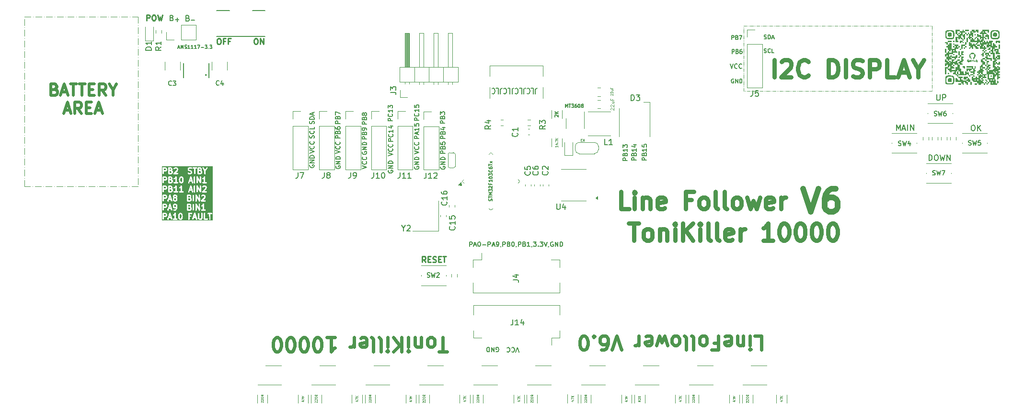
<source format=gbr>
%TF.GenerationSoftware,KiCad,Pcbnew,8.0.3*%
%TF.CreationDate,2024-10-06T13:34:10+03:00*%
%TF.ProjectId,Linefollower V6,4c696e65-666f-46c6-9c6f-776572205636,rev?*%
%TF.SameCoordinates,Original*%
%TF.FileFunction,Legend,Top*%
%TF.FilePolarity,Positive*%
%FSLAX46Y46*%
G04 Gerber Fmt 4.6, Leading zero omitted, Abs format (unit mm)*
G04 Created by KiCad (PCBNEW 8.0.3) date 2024-10-06 13:34:10*
%MOMM*%
%LPD*%
G01*
G04 APERTURE LIST*
%ADD10C,0.050000*%
%ADD11C,0.100000*%
%ADD12C,0.200000*%
%ADD13C,0.250000*%
%ADD14C,0.175000*%
%ADD15C,0.500000*%
%ADD16C,1.000000*%
%ADD17C,0.750000*%
%ADD18C,0.150000*%
%ADD19C,0.625000*%
%ADD20C,0.120000*%
%ADD21C,0.000000*%
%ADD22C,0.254000*%
G04 APERTURE END LIST*
D10*
X193845625Y-63255572D02*
X194395625Y-63255572D01*
X194595625Y-63255572D02*
X194595625Y-63255572D01*
X194795625Y-63255572D02*
X194795625Y-63255572D01*
X194995625Y-63255572D02*
X195545625Y-63255572D01*
X195745625Y-63255572D02*
X195745625Y-63255572D01*
X195945625Y-63255572D02*
X195945625Y-63255572D01*
X196145625Y-63255572D02*
X196695625Y-63255572D01*
X196895625Y-63255572D02*
X196895625Y-63255572D01*
X197095625Y-63255572D02*
X197095625Y-63255572D01*
X197295625Y-63255572D02*
X197845625Y-63255572D01*
X198045625Y-63255572D02*
X198045625Y-63255572D01*
X198245625Y-63255572D02*
X198245625Y-63255572D01*
X198445625Y-63255572D02*
X198995625Y-63255572D01*
X199195625Y-63255572D02*
X199195625Y-63255572D01*
X199395625Y-63255572D02*
X199395625Y-63255572D01*
X199595625Y-63255572D02*
X200145625Y-63255572D01*
X200345625Y-63255572D02*
X200345625Y-63255572D01*
X200545625Y-63255572D02*
X200545625Y-63255572D01*
X200745625Y-63255572D02*
X201295625Y-63255572D01*
X201495625Y-63255572D02*
X201495625Y-63255572D01*
X201695625Y-63255572D02*
X201695625Y-63255572D01*
X201895625Y-63255572D02*
X202445625Y-63255572D01*
X202645625Y-63255572D02*
X202645625Y-63255572D01*
X202845625Y-63255572D02*
X202845625Y-63255572D01*
X203045625Y-63255572D02*
X203595625Y-63255572D01*
X203795625Y-63255572D02*
X203795625Y-63255572D01*
X203995625Y-63255572D02*
X203995625Y-63255572D01*
X204195625Y-63255572D02*
X204745625Y-63255572D01*
X204945625Y-63255572D02*
X204945625Y-63255572D01*
X205145625Y-63255572D02*
X205145625Y-63255572D01*
X205345625Y-63255572D02*
X205895625Y-63255572D01*
X206095625Y-63255572D02*
X206095625Y-63255572D01*
X206295625Y-63255572D02*
X206295625Y-63255572D01*
X206495625Y-63255572D02*
X207045625Y-63255572D01*
X207245625Y-63255572D02*
X207245625Y-63255572D01*
X207445625Y-63255572D02*
X207445625Y-63255572D01*
X207645625Y-63255572D02*
X208195625Y-63255572D01*
X208395625Y-63255572D02*
X208395625Y-63255572D01*
X208595625Y-63255572D02*
X208595625Y-63255572D01*
X208795625Y-63255572D02*
X209345625Y-63255572D01*
X209545625Y-63255572D02*
X209545625Y-63255572D01*
X209745625Y-63255572D02*
X209745625Y-63255572D01*
X209945625Y-63255572D02*
X210495625Y-63255572D01*
X210695625Y-63255572D02*
X210695625Y-63255572D01*
X210895625Y-63255572D02*
X210895625Y-63255572D01*
X211095625Y-63255572D02*
X211645625Y-63255572D01*
X211845625Y-63255572D02*
X211845625Y-63255572D01*
X212045625Y-63255572D02*
X212045625Y-63255572D01*
X212245625Y-63255572D02*
X212795625Y-63255572D01*
X212995625Y-63255572D02*
X212995625Y-63255572D01*
X213195625Y-63255572D02*
X213195625Y-63255572D01*
X213395625Y-63255572D02*
X213945625Y-63255572D01*
X214145625Y-63255572D02*
X214145625Y-63255572D01*
X214345625Y-63255572D02*
X214345625Y-63255572D01*
X214545625Y-63255572D02*
X215095625Y-63255572D01*
X215295625Y-63255572D02*
X215295625Y-63255572D01*
X215495625Y-63255572D02*
X215495625Y-63255572D01*
X215695625Y-63255572D02*
X216245625Y-63255572D01*
X216445625Y-63255572D02*
X216445625Y-63255572D01*
X216645625Y-63255572D02*
X216645625Y-63255572D01*
X216845625Y-63255572D02*
X217395625Y-63255572D01*
X217595625Y-63255572D02*
X217595625Y-63255572D01*
X217795625Y-63255572D02*
X217795625Y-63255572D01*
X217995625Y-63255572D02*
X218545625Y-63255572D01*
X218745625Y-63255572D02*
X218745625Y-63255572D01*
X218945625Y-63255572D02*
X218945625Y-63255572D01*
X219145625Y-63255572D02*
X219695625Y-63255572D01*
X219895625Y-63255572D02*
X219895625Y-63255572D01*
X220095625Y-63255572D02*
X220095625Y-63255572D01*
X220295625Y-63255572D02*
X220845625Y-63255572D01*
X221045625Y-63255572D02*
X221045625Y-63255572D01*
X221245625Y-63255572D02*
X221245625Y-63255572D01*
X221445625Y-63255572D02*
X221995625Y-63255572D01*
X222195625Y-63255572D02*
X222195625Y-63255572D01*
X222395625Y-63255572D02*
X222395625Y-63255572D01*
X222595625Y-63255572D02*
X223145625Y-63255572D01*
X223345625Y-63255572D02*
X223345625Y-63255572D01*
X223545625Y-63255572D02*
X223545625Y-63255572D01*
X223745625Y-63255572D02*
X224295625Y-63255572D01*
X224495625Y-63255572D02*
X224495625Y-63255572D01*
X224695625Y-63255572D02*
X224695625Y-63255572D01*
X224895625Y-63255572D02*
X225445625Y-63255572D01*
X225645625Y-63255572D02*
X225645625Y-63255572D01*
X225845625Y-63255572D02*
X225845625Y-63255572D01*
X226045625Y-63255572D02*
X226595625Y-63255572D01*
X226795625Y-63255572D02*
X226795625Y-63255572D01*
X226995625Y-63255572D02*
X226995625Y-63255572D01*
X227195625Y-63255572D02*
X227195625Y-63255572D01*
X227195625Y-63255572D02*
X227195625Y-63805572D01*
X227195625Y-64005572D02*
X227195625Y-64005572D01*
X227195625Y-64205572D02*
X227195625Y-64205572D01*
X227195625Y-64405572D02*
X227195625Y-64955572D01*
X227195625Y-65155572D02*
X227195625Y-65155572D01*
X227195625Y-65355572D02*
X227195625Y-65355572D01*
X227195625Y-65555572D02*
X227195625Y-66105572D01*
X227195625Y-66305572D02*
X227195625Y-66305572D01*
X227195625Y-66505572D02*
X227195625Y-66505572D01*
X227195625Y-66705572D02*
X227195625Y-67255572D01*
X227195625Y-67455572D02*
X227195625Y-67455572D01*
X227195625Y-67655572D02*
X227195625Y-67655572D01*
X227195625Y-67855572D02*
X227195625Y-68405572D01*
X227195625Y-68605572D02*
X227195625Y-68605572D01*
X227195625Y-68805572D02*
X227195625Y-68805572D01*
X227195625Y-69005572D02*
X227195625Y-69555572D01*
X227195625Y-69755572D02*
X227195625Y-69755572D01*
X227195625Y-69955572D02*
X227195625Y-69955572D01*
X227195625Y-70155572D02*
X227195625Y-70705572D01*
X227195625Y-70905572D02*
X227195625Y-70905572D01*
X227195625Y-71105572D02*
X227195625Y-71105572D01*
X227195625Y-71305572D02*
X227195625Y-71855572D01*
X227195625Y-72055572D02*
X227195625Y-72055572D01*
X227195625Y-72255572D02*
X227195625Y-72255572D01*
X227195625Y-72455572D02*
X227195625Y-73005572D01*
X227195625Y-73205572D02*
X227195625Y-73205572D01*
X227195625Y-73405572D02*
X227195625Y-73405572D01*
X227195625Y-73605572D02*
X227195625Y-74155572D01*
X227195625Y-74355572D02*
X227195625Y-74355572D01*
X227195625Y-74555572D02*
X227195625Y-74555572D01*
X227195625Y-74755572D02*
X227195625Y-74755572D01*
X227195625Y-74755572D02*
X226645625Y-74755572D01*
X226445625Y-74755572D02*
X226445625Y-74755572D01*
X226245625Y-74755572D02*
X226245625Y-74755572D01*
X226045625Y-74755572D02*
X225495625Y-74755572D01*
X225295625Y-74755572D02*
X225295625Y-74755572D01*
X225095625Y-74755572D02*
X225095625Y-74755572D01*
X224895625Y-74755572D02*
X224345625Y-74755572D01*
X224145625Y-74755572D02*
X224145625Y-74755572D01*
X223945625Y-74755572D02*
X223945625Y-74755572D01*
X223745625Y-74755572D02*
X223195625Y-74755572D01*
X222995625Y-74755572D02*
X222995625Y-74755572D01*
X222795625Y-74755572D02*
X222795625Y-74755572D01*
X222595625Y-74755572D02*
X222045625Y-74755572D01*
X221845625Y-74755572D02*
X221845625Y-74755572D01*
X221645625Y-74755572D02*
X221645625Y-74755572D01*
X221445625Y-74755572D02*
X220895625Y-74755572D01*
X220695625Y-74755572D02*
X220695625Y-74755572D01*
X220495625Y-74755572D02*
X220495625Y-74755572D01*
X220295625Y-74755572D02*
X219745625Y-74755572D01*
X219545625Y-74755572D02*
X219545625Y-74755572D01*
X219345625Y-74755572D02*
X219345625Y-74755572D01*
X219145625Y-74755572D02*
X218595625Y-74755572D01*
X218395625Y-74755572D02*
X218395625Y-74755572D01*
X218195625Y-74755572D02*
X218195625Y-74755572D01*
X217995625Y-74755572D02*
X217445625Y-74755572D01*
X217245625Y-74755572D02*
X217245625Y-74755572D01*
X217045625Y-74755572D02*
X217045625Y-74755572D01*
X216845625Y-74755572D02*
X216295625Y-74755572D01*
X216095625Y-74755572D02*
X216095625Y-74755572D01*
X215895625Y-74755572D02*
X215895625Y-74755572D01*
X215695625Y-74755572D02*
X215145625Y-74755572D01*
X214945625Y-74755572D02*
X214945625Y-74755572D01*
X214745625Y-74755572D02*
X214745625Y-74755572D01*
X214545625Y-74755572D02*
X213995625Y-74755572D01*
X213795625Y-74755572D02*
X213795625Y-74755572D01*
X213595625Y-74755572D02*
X213595625Y-74755572D01*
X213395625Y-74755572D02*
X212845625Y-74755572D01*
X212645625Y-74755572D02*
X212645625Y-74755572D01*
X212445625Y-74755572D02*
X212445625Y-74755572D01*
X212245625Y-74755572D02*
X211695625Y-74755572D01*
X211495625Y-74755572D02*
X211495625Y-74755572D01*
X211295625Y-74755572D02*
X211295625Y-74755572D01*
X211095625Y-74755572D02*
X210545625Y-74755572D01*
X210345625Y-74755572D02*
X210345625Y-74755572D01*
X210145625Y-74755572D02*
X210145625Y-74755572D01*
X209945625Y-74755572D02*
X209395625Y-74755572D01*
X209195625Y-74755572D02*
X209195625Y-74755572D01*
X208995625Y-74755572D02*
X208995625Y-74755572D01*
X208795625Y-74755572D02*
X208245625Y-74755572D01*
X208045625Y-74755572D02*
X208045625Y-74755572D01*
X207845625Y-74755572D02*
X207845625Y-74755572D01*
X207645625Y-74755572D02*
X207095625Y-74755572D01*
X206895625Y-74755572D02*
X206895625Y-74755572D01*
X206695625Y-74755572D02*
X206695625Y-74755572D01*
X206495625Y-74755572D02*
X205945625Y-74755572D01*
X205745625Y-74755572D02*
X205745625Y-74755572D01*
X205545625Y-74755572D02*
X205545625Y-74755572D01*
X205345625Y-74755572D02*
X204795625Y-74755572D01*
X204595625Y-74755572D02*
X204595625Y-74755572D01*
X204395625Y-74755572D02*
X204395625Y-74755572D01*
X204195625Y-74755572D02*
X203645625Y-74755572D01*
X203445625Y-74755572D02*
X203445625Y-74755572D01*
X203245625Y-74755572D02*
X203245625Y-74755572D01*
X203045625Y-74755572D02*
X202495625Y-74755572D01*
X202295625Y-74755572D02*
X202295625Y-74755572D01*
X202095625Y-74755572D02*
X202095625Y-74755572D01*
X201895625Y-74755572D02*
X201345625Y-74755572D01*
X201145625Y-74755572D02*
X201145625Y-74755572D01*
X200945625Y-74755572D02*
X200945625Y-74755572D01*
X200745625Y-74755572D02*
X200195625Y-74755572D01*
X199995625Y-74755572D02*
X199995625Y-74755572D01*
X199795625Y-74755572D02*
X199795625Y-74755572D01*
X199595625Y-74755572D02*
X199045625Y-74755572D01*
X198845625Y-74755572D02*
X198845625Y-74755572D01*
X198645625Y-74755572D02*
X198645625Y-74755572D01*
X198445625Y-74755572D02*
X197895625Y-74755572D01*
X197695625Y-74755572D02*
X197695625Y-74755572D01*
X197495625Y-74755572D02*
X197495625Y-74755572D01*
X197295625Y-74755572D02*
X196745625Y-74755572D01*
X196545625Y-74755572D02*
X196545625Y-74755572D01*
X196345625Y-74755572D02*
X196345625Y-74755572D01*
X196145625Y-74755572D02*
X195595625Y-74755572D01*
X195395625Y-74755572D02*
X195395625Y-74755572D01*
X195195625Y-74755572D02*
X195195625Y-74755572D01*
X194995625Y-74755572D02*
X194445625Y-74755572D01*
X194245625Y-74755572D02*
X194245625Y-74755572D01*
X194045625Y-74755572D02*
X194045625Y-74755572D01*
X193845625Y-74755572D02*
X193845625Y-74755572D01*
X193845625Y-74755572D02*
X193845625Y-74205572D01*
X193845625Y-74005572D02*
X193845625Y-74005572D01*
X193845625Y-73805572D02*
X193845625Y-73805572D01*
X193845625Y-73605572D02*
X193845625Y-73055572D01*
X193845625Y-72855572D02*
X193845625Y-72855572D01*
X193845625Y-72655572D02*
X193845625Y-72655572D01*
X193845625Y-72455572D02*
X193845625Y-71905572D01*
X193845625Y-71705572D02*
X193845625Y-71705572D01*
X193845625Y-71505572D02*
X193845625Y-71505572D01*
X193845625Y-71305572D02*
X193845625Y-70755572D01*
X193845625Y-70555572D02*
X193845625Y-70555572D01*
X193845625Y-70355572D02*
X193845625Y-70355572D01*
X193845625Y-70155572D02*
X193845625Y-69605572D01*
X193845625Y-69405572D02*
X193845625Y-69405572D01*
X193845625Y-69205572D02*
X193845625Y-69205572D01*
X193845625Y-69005572D02*
X193845625Y-68455572D01*
X193845625Y-68255572D02*
X193845625Y-68255572D01*
X193845625Y-68055572D02*
X193845625Y-68055572D01*
X193845625Y-67855572D02*
X193845625Y-67305572D01*
X193845625Y-67105572D02*
X193845625Y-67105572D01*
X193845625Y-66905572D02*
X193845625Y-66905572D01*
X193845625Y-66705572D02*
X193845625Y-66155572D01*
X193845625Y-65955572D02*
X193845625Y-65955572D01*
X193845625Y-65755572D02*
X193845625Y-65755572D01*
X193845625Y-65555572D02*
X193845625Y-65005572D01*
X193845625Y-64805572D02*
X193845625Y-64805572D01*
X193845625Y-64605572D02*
X193845625Y-64605572D01*
X193845625Y-64405572D02*
X193845625Y-63855572D01*
X193845625Y-63655572D02*
X193845625Y-63655572D01*
X193845625Y-63455572D02*
X193845625Y-63455572D01*
X193845625Y-63255572D02*
X193845625Y-63255572D01*
D11*
X66840000Y-61615572D02*
X67940000Y-61615572D01*
X68340000Y-61615572D02*
X68340000Y-61615572D01*
X68740000Y-61615572D02*
X69840000Y-61615572D01*
X70240000Y-61615572D02*
X70240000Y-61615572D01*
X70640000Y-61615572D02*
X71740000Y-61615572D01*
X72140000Y-61615572D02*
X72140000Y-61615572D01*
X72540000Y-61615572D02*
X73640000Y-61615572D01*
X74040000Y-61615572D02*
X74040000Y-61615572D01*
X74440000Y-61615572D02*
X75540000Y-61615572D01*
X75940000Y-61615572D02*
X75940000Y-61615572D01*
X76340000Y-61615572D02*
X77440000Y-61615572D01*
X77840000Y-61615572D02*
X77840000Y-61615572D01*
X78240000Y-61615572D02*
X79340000Y-61615572D01*
X79740000Y-61615572D02*
X79740000Y-61615572D01*
X80140000Y-61615572D02*
X81240000Y-61615572D01*
X81640000Y-61615572D02*
X81640000Y-61615572D01*
X82040000Y-61615572D02*
X83140000Y-61615572D01*
X83540000Y-61615572D02*
X83540000Y-61615572D01*
X83940000Y-61615572D02*
X85040000Y-61615572D01*
X85440000Y-61615572D02*
X85440000Y-61615572D01*
X85840000Y-61615572D02*
X86840000Y-61615572D01*
X86840000Y-61615572D02*
X86840000Y-62715572D01*
X86840000Y-63115572D02*
X86840000Y-63115572D01*
X86840000Y-63515572D02*
X86840000Y-64615572D01*
X86840000Y-65015572D02*
X86840000Y-65015572D01*
X86840000Y-65415572D02*
X86840000Y-66515572D01*
X86840000Y-66915572D02*
X86840000Y-66915572D01*
X86840000Y-67315572D02*
X86840000Y-68415572D01*
X86840000Y-68815572D02*
X86840000Y-68815572D01*
X86840000Y-69215572D02*
X86840000Y-70315572D01*
X86840000Y-70715572D02*
X86840000Y-70715572D01*
X86840000Y-71115572D02*
X86840000Y-72215572D01*
X86840000Y-72615572D02*
X86840000Y-72615572D01*
X86840000Y-73015572D02*
X86840000Y-74115572D01*
X86840000Y-74515572D02*
X86840000Y-74515572D01*
X86840000Y-74915572D02*
X86840000Y-76015572D01*
X86840000Y-76415572D02*
X86840000Y-76415572D01*
X86840000Y-76815572D02*
X86840000Y-77915572D01*
X86840000Y-78315572D02*
X86840000Y-78315572D01*
X86840000Y-78715572D02*
X86840000Y-79815572D01*
X86840000Y-80215572D02*
X86840000Y-80215572D01*
X86840000Y-80615572D02*
X86840000Y-81715572D01*
X86840000Y-82115572D02*
X86840000Y-82115572D01*
X86840000Y-82515572D02*
X86840000Y-83615572D01*
X86840000Y-84015572D02*
X86840000Y-84015572D01*
X86840000Y-84415572D02*
X86840000Y-85515572D01*
X86840000Y-85915572D02*
X86840000Y-85915572D01*
X86840000Y-86315572D02*
X86840000Y-87415572D01*
X86840000Y-87815572D02*
X86840000Y-87815572D01*
X86840000Y-88215572D02*
X86840000Y-89315572D01*
X86840000Y-89715572D02*
X86840000Y-89715572D01*
X86840000Y-90115572D02*
X86840000Y-91215572D01*
X86840000Y-91615572D02*
X86840000Y-91615572D01*
X86840000Y-91615572D02*
X85740000Y-91615572D01*
X85340000Y-91615572D02*
X85340000Y-91615572D01*
X84940000Y-91615572D02*
X83840000Y-91615572D01*
X83440000Y-91615572D02*
X83440000Y-91615572D01*
X83040000Y-91615572D02*
X81940000Y-91615572D01*
X81540000Y-91615572D02*
X81540000Y-91615572D01*
X81140000Y-91615572D02*
X80040000Y-91615572D01*
X79640000Y-91615572D02*
X79640000Y-91615572D01*
X79240000Y-91615572D02*
X78140000Y-91615572D01*
X77740000Y-91615572D02*
X77740000Y-91615572D01*
X77340000Y-91615572D02*
X76240000Y-91615572D01*
X75840000Y-91615572D02*
X75840000Y-91615572D01*
X75440000Y-91615572D02*
X74340000Y-91615572D01*
X73940000Y-91615572D02*
X73940000Y-91615572D01*
X73540000Y-91615572D02*
X72440000Y-91615572D01*
X72040000Y-91615572D02*
X72040000Y-91615572D01*
X71640000Y-91615572D02*
X70540000Y-91615572D01*
X70140000Y-91615572D02*
X70140000Y-91615572D01*
X69740000Y-91615572D02*
X68640000Y-91615572D01*
X68240000Y-91615572D02*
X68240000Y-91615572D01*
X67840000Y-91615572D02*
X66840000Y-91615572D01*
X66840000Y-91615572D02*
X66840000Y-90515572D01*
X66840000Y-90115572D02*
X66840000Y-90115572D01*
X66840000Y-89715572D02*
X66840000Y-88615572D01*
X66840000Y-88215572D02*
X66840000Y-88215572D01*
X66840000Y-87815572D02*
X66840000Y-86715572D01*
X66840000Y-86315572D02*
X66840000Y-86315572D01*
X66840000Y-85915572D02*
X66840000Y-84815572D01*
X66840000Y-84415572D02*
X66840000Y-84415572D01*
X66840000Y-84015572D02*
X66840000Y-82915572D01*
X66840000Y-82515572D02*
X66840000Y-82515572D01*
X66840000Y-82115572D02*
X66840000Y-81015572D01*
X66840000Y-80615572D02*
X66840000Y-80615572D01*
X66840000Y-80215572D02*
X66840000Y-79115572D01*
X66840000Y-78715572D02*
X66840000Y-78715572D01*
X66840000Y-78315572D02*
X66840000Y-77215572D01*
X66840000Y-76815572D02*
X66840000Y-76815572D01*
X66840000Y-76415572D02*
X66840000Y-75315572D01*
X66840000Y-74915572D02*
X66840000Y-74915572D01*
X66840000Y-74515572D02*
X66840000Y-73415572D01*
X66840000Y-73015572D02*
X66840000Y-73015572D01*
X66840000Y-72615572D02*
X66840000Y-71515572D01*
X66840000Y-71115572D02*
X66840000Y-71115572D01*
X66840000Y-70715572D02*
X66840000Y-69615572D01*
X66840000Y-69215572D02*
X66840000Y-69215572D01*
X66840000Y-68815572D02*
X66840000Y-67715572D01*
X66840000Y-67315572D02*
X66840000Y-67315572D01*
X66840000Y-66915572D02*
X66840000Y-65815572D01*
X66840000Y-65415572D02*
X66840000Y-65415572D01*
X66840000Y-65015572D02*
X66840000Y-63915572D01*
X66840000Y-63515572D02*
X66840000Y-63515572D01*
X66840000Y-63115572D02*
X66840000Y-62015572D01*
X66840000Y-61615572D02*
X66840000Y-61615572D01*
D12*
X127280320Y-80591047D02*
X126480320Y-80591047D01*
X126480320Y-80591047D02*
X126480320Y-80286285D01*
X126480320Y-80286285D02*
X126518415Y-80210095D01*
X126518415Y-80210095D02*
X126556510Y-80172000D01*
X126556510Y-80172000D02*
X126632701Y-80133904D01*
X126632701Y-80133904D02*
X126746986Y-80133904D01*
X126746986Y-80133904D02*
X126823177Y-80172000D01*
X126823177Y-80172000D02*
X126861272Y-80210095D01*
X126861272Y-80210095D02*
X126899367Y-80286285D01*
X126899367Y-80286285D02*
X126899367Y-80591047D01*
X126861272Y-79524381D02*
X126899367Y-79410095D01*
X126899367Y-79410095D02*
X126937463Y-79372000D01*
X126937463Y-79372000D02*
X127013653Y-79333904D01*
X127013653Y-79333904D02*
X127127939Y-79333904D01*
X127127939Y-79333904D02*
X127204129Y-79372000D01*
X127204129Y-79372000D02*
X127242225Y-79410095D01*
X127242225Y-79410095D02*
X127280320Y-79486285D01*
X127280320Y-79486285D02*
X127280320Y-79791047D01*
X127280320Y-79791047D02*
X126480320Y-79791047D01*
X126480320Y-79791047D02*
X126480320Y-79524381D01*
X126480320Y-79524381D02*
X126518415Y-79448190D01*
X126518415Y-79448190D02*
X126556510Y-79410095D01*
X126556510Y-79410095D02*
X126632701Y-79372000D01*
X126632701Y-79372000D02*
X126708891Y-79372000D01*
X126708891Y-79372000D02*
X126785082Y-79410095D01*
X126785082Y-79410095D02*
X126823177Y-79448190D01*
X126823177Y-79448190D02*
X126861272Y-79524381D01*
X126861272Y-79524381D02*
X126861272Y-79791047D01*
X126823177Y-78876762D02*
X126785082Y-78952952D01*
X126785082Y-78952952D02*
X126746986Y-78991047D01*
X126746986Y-78991047D02*
X126670796Y-79029143D01*
X126670796Y-79029143D02*
X126632701Y-79029143D01*
X126632701Y-79029143D02*
X126556510Y-78991047D01*
X126556510Y-78991047D02*
X126518415Y-78952952D01*
X126518415Y-78952952D02*
X126480320Y-78876762D01*
X126480320Y-78876762D02*
X126480320Y-78724381D01*
X126480320Y-78724381D02*
X126518415Y-78648190D01*
X126518415Y-78648190D02*
X126556510Y-78610095D01*
X126556510Y-78610095D02*
X126632701Y-78572000D01*
X126632701Y-78572000D02*
X126670796Y-78572000D01*
X126670796Y-78572000D02*
X126746986Y-78610095D01*
X126746986Y-78610095D02*
X126785082Y-78648190D01*
X126785082Y-78648190D02*
X126823177Y-78724381D01*
X126823177Y-78724381D02*
X126823177Y-78876762D01*
X126823177Y-78876762D02*
X126861272Y-78952952D01*
X126861272Y-78952952D02*
X126899367Y-78991047D01*
X126899367Y-78991047D02*
X126975558Y-79029143D01*
X126975558Y-79029143D02*
X127127939Y-79029143D01*
X127127939Y-79029143D02*
X127204129Y-78991047D01*
X127204129Y-78991047D02*
X127242225Y-78952952D01*
X127242225Y-78952952D02*
X127280320Y-78876762D01*
X127280320Y-78876762D02*
X127280320Y-78724381D01*
X127280320Y-78724381D02*
X127242225Y-78648190D01*
X127242225Y-78648190D02*
X127204129Y-78610095D01*
X127204129Y-78610095D02*
X127127939Y-78572000D01*
X127127939Y-78572000D02*
X126975558Y-78572000D01*
X126975558Y-78572000D02*
X126899367Y-78610095D01*
X126899367Y-78610095D02*
X126861272Y-78648190D01*
X126861272Y-78648190D02*
X126823177Y-78724381D01*
X226615298Y-87022791D02*
X226615298Y-86022791D01*
X226615298Y-86022791D02*
X226853393Y-86022791D01*
X226853393Y-86022791D02*
X226996250Y-86070410D01*
X226996250Y-86070410D02*
X227091488Y-86165648D01*
X227091488Y-86165648D02*
X227139107Y-86260886D01*
X227139107Y-86260886D02*
X227186726Y-86451362D01*
X227186726Y-86451362D02*
X227186726Y-86594219D01*
X227186726Y-86594219D02*
X227139107Y-86784695D01*
X227139107Y-86784695D02*
X227091488Y-86879933D01*
X227091488Y-86879933D02*
X226996250Y-86975172D01*
X226996250Y-86975172D02*
X226853393Y-87022791D01*
X226853393Y-87022791D02*
X226615298Y-87022791D01*
X227805774Y-86022791D02*
X227996250Y-86022791D01*
X227996250Y-86022791D02*
X228091488Y-86070410D01*
X228091488Y-86070410D02*
X228186726Y-86165648D01*
X228186726Y-86165648D02*
X228234345Y-86356124D01*
X228234345Y-86356124D02*
X228234345Y-86689457D01*
X228234345Y-86689457D02*
X228186726Y-86879933D01*
X228186726Y-86879933D02*
X228091488Y-86975172D01*
X228091488Y-86975172D02*
X227996250Y-87022791D01*
X227996250Y-87022791D02*
X227805774Y-87022791D01*
X227805774Y-87022791D02*
X227710536Y-86975172D01*
X227710536Y-86975172D02*
X227615298Y-86879933D01*
X227615298Y-86879933D02*
X227567679Y-86689457D01*
X227567679Y-86689457D02*
X227567679Y-86356124D01*
X227567679Y-86356124D02*
X227615298Y-86165648D01*
X227615298Y-86165648D02*
X227710536Y-86070410D01*
X227710536Y-86070410D02*
X227805774Y-86022791D01*
X228567679Y-86022791D02*
X228805774Y-87022791D01*
X228805774Y-87022791D02*
X228996250Y-86308505D01*
X228996250Y-86308505D02*
X229186726Y-87022791D01*
X229186726Y-87022791D02*
X229424822Y-86022791D01*
X229805774Y-87022791D02*
X229805774Y-86022791D01*
X229805774Y-86022791D02*
X230377202Y-87022791D01*
X230377202Y-87022791D02*
X230377202Y-86022791D01*
X141080320Y-80433517D02*
X140280320Y-80433517D01*
X140280320Y-80433517D02*
X140280320Y-80128755D01*
X140280320Y-80128755D02*
X140318415Y-80052565D01*
X140318415Y-80052565D02*
X140356510Y-80014470D01*
X140356510Y-80014470D02*
X140432701Y-79976374D01*
X140432701Y-79976374D02*
X140546986Y-79976374D01*
X140546986Y-79976374D02*
X140623177Y-80014470D01*
X140623177Y-80014470D02*
X140661272Y-80052565D01*
X140661272Y-80052565D02*
X140699367Y-80128755D01*
X140699367Y-80128755D02*
X140699367Y-80433517D01*
X140661272Y-79366851D02*
X140699367Y-79252565D01*
X140699367Y-79252565D02*
X140737463Y-79214470D01*
X140737463Y-79214470D02*
X140813653Y-79176374D01*
X140813653Y-79176374D02*
X140927939Y-79176374D01*
X140927939Y-79176374D02*
X141004129Y-79214470D01*
X141004129Y-79214470D02*
X141042225Y-79252565D01*
X141042225Y-79252565D02*
X141080320Y-79328755D01*
X141080320Y-79328755D02*
X141080320Y-79633517D01*
X141080320Y-79633517D02*
X140280320Y-79633517D01*
X140280320Y-79633517D02*
X140280320Y-79366851D01*
X140280320Y-79366851D02*
X140318415Y-79290660D01*
X140318415Y-79290660D02*
X140356510Y-79252565D01*
X140356510Y-79252565D02*
X140432701Y-79214470D01*
X140432701Y-79214470D02*
X140508891Y-79214470D01*
X140508891Y-79214470D02*
X140585082Y-79252565D01*
X140585082Y-79252565D02*
X140623177Y-79290660D01*
X140623177Y-79290660D02*
X140661272Y-79366851D01*
X140661272Y-79366851D02*
X140661272Y-79633517D01*
X140280320Y-78909708D02*
X140280320Y-78414470D01*
X140280320Y-78414470D02*
X140585082Y-78681136D01*
X140585082Y-78681136D02*
X140585082Y-78566851D01*
X140585082Y-78566851D02*
X140623177Y-78490660D01*
X140623177Y-78490660D02*
X140661272Y-78452565D01*
X140661272Y-78452565D02*
X140737463Y-78414470D01*
X140737463Y-78414470D02*
X140927939Y-78414470D01*
X140927939Y-78414470D02*
X141004129Y-78452565D01*
X141004129Y-78452565D02*
X141042225Y-78490660D01*
X141042225Y-78490660D02*
X141080320Y-78566851D01*
X141080320Y-78566851D02*
X141080320Y-78795422D01*
X141080320Y-78795422D02*
X141042225Y-78871613D01*
X141042225Y-78871613D02*
X141004129Y-78909708D01*
X136480320Y-83169857D02*
X135680320Y-83169857D01*
X135680320Y-83169857D02*
X135680320Y-82865095D01*
X135680320Y-82865095D02*
X135718415Y-82788905D01*
X135718415Y-82788905D02*
X135756510Y-82750810D01*
X135756510Y-82750810D02*
X135832701Y-82712714D01*
X135832701Y-82712714D02*
X135946986Y-82712714D01*
X135946986Y-82712714D02*
X136023177Y-82750810D01*
X136023177Y-82750810D02*
X136061272Y-82788905D01*
X136061272Y-82788905D02*
X136099367Y-82865095D01*
X136099367Y-82865095D02*
X136099367Y-83169857D01*
X136251748Y-82407953D02*
X136251748Y-82027000D01*
X136480320Y-82484143D02*
X135680320Y-82217476D01*
X135680320Y-82217476D02*
X136480320Y-81950810D01*
X136480320Y-81265096D02*
X136480320Y-81722239D01*
X136480320Y-81493667D02*
X135680320Y-81493667D01*
X135680320Y-81493667D02*
X135794605Y-81569858D01*
X135794605Y-81569858D02*
X135870796Y-81646048D01*
X135870796Y-81646048D02*
X135908891Y-81722239D01*
X135680320Y-80541286D02*
X135680320Y-80922238D01*
X135680320Y-80922238D02*
X136061272Y-80960334D01*
X136061272Y-80960334D02*
X136023177Y-80922238D01*
X136023177Y-80922238D02*
X135985082Y-80846048D01*
X135985082Y-80846048D02*
X135985082Y-80655572D01*
X135985082Y-80655572D02*
X136023177Y-80579381D01*
X136023177Y-80579381D02*
X136061272Y-80541286D01*
X136061272Y-80541286D02*
X136137463Y-80503191D01*
X136137463Y-80503191D02*
X136327939Y-80503191D01*
X136327939Y-80503191D02*
X136404129Y-80541286D01*
X136404129Y-80541286D02*
X136442225Y-80579381D01*
X136442225Y-80579381D02*
X136480320Y-80655572D01*
X136480320Y-80655572D02*
X136480320Y-80846048D01*
X136480320Y-80846048D02*
X136442225Y-80922238D01*
X136442225Y-80922238D02*
X136404129Y-80960334D01*
X234330774Y-80772791D02*
X234521250Y-80772791D01*
X234521250Y-80772791D02*
X234616488Y-80820410D01*
X234616488Y-80820410D02*
X234711726Y-80915648D01*
X234711726Y-80915648D02*
X234759345Y-81106124D01*
X234759345Y-81106124D02*
X234759345Y-81439457D01*
X234759345Y-81439457D02*
X234711726Y-81629933D01*
X234711726Y-81629933D02*
X234616488Y-81725172D01*
X234616488Y-81725172D02*
X234521250Y-81772791D01*
X234521250Y-81772791D02*
X234330774Y-81772791D01*
X234330774Y-81772791D02*
X234235536Y-81725172D01*
X234235536Y-81725172D02*
X234140298Y-81629933D01*
X234140298Y-81629933D02*
X234092679Y-81439457D01*
X234092679Y-81439457D02*
X234092679Y-81106124D01*
X234092679Y-81106124D02*
X234140298Y-80915648D01*
X234140298Y-80915648D02*
X234235536Y-80820410D01*
X234235536Y-80820410D02*
X234330774Y-80772791D01*
X235187917Y-81772791D02*
X235187917Y-80772791D01*
X235759345Y-81772791D02*
X235330774Y-81201362D01*
X235759345Y-80772791D02*
X235187917Y-81344219D01*
X126493415Y-85490095D02*
X126455320Y-85566285D01*
X126455320Y-85566285D02*
X126455320Y-85680571D01*
X126455320Y-85680571D02*
X126493415Y-85794857D01*
X126493415Y-85794857D02*
X126569605Y-85871047D01*
X126569605Y-85871047D02*
X126645796Y-85909142D01*
X126645796Y-85909142D02*
X126798177Y-85947238D01*
X126798177Y-85947238D02*
X126912463Y-85947238D01*
X126912463Y-85947238D02*
X127064844Y-85909142D01*
X127064844Y-85909142D02*
X127141034Y-85871047D01*
X127141034Y-85871047D02*
X127217225Y-85794857D01*
X127217225Y-85794857D02*
X127255320Y-85680571D01*
X127255320Y-85680571D02*
X127255320Y-85604380D01*
X127255320Y-85604380D02*
X127217225Y-85490095D01*
X127217225Y-85490095D02*
X127179129Y-85451999D01*
X127179129Y-85451999D02*
X126912463Y-85451999D01*
X126912463Y-85451999D02*
X126912463Y-85604380D01*
X127255320Y-85109142D02*
X126455320Y-85109142D01*
X126455320Y-85109142D02*
X127255320Y-84651999D01*
X127255320Y-84651999D02*
X126455320Y-84651999D01*
X127255320Y-84271047D02*
X126455320Y-84271047D01*
X126455320Y-84271047D02*
X126455320Y-84080571D01*
X126455320Y-84080571D02*
X126493415Y-83966285D01*
X126493415Y-83966285D02*
X126569605Y-83890095D01*
X126569605Y-83890095D02*
X126645796Y-83852000D01*
X126645796Y-83852000D02*
X126798177Y-83813904D01*
X126798177Y-83813904D02*
X126912463Y-83813904D01*
X126912463Y-83813904D02*
X127064844Y-83852000D01*
X127064844Y-83852000D02*
X127141034Y-83890095D01*
X127141034Y-83890095D02*
X127217225Y-83966285D01*
X127217225Y-83966285D02*
X127255320Y-84080571D01*
X127255320Y-84080571D02*
X127255320Y-84271047D01*
X117205320Y-85715571D02*
X118005320Y-85448904D01*
X118005320Y-85448904D02*
X117205320Y-85182238D01*
X117929129Y-84458428D02*
X117967225Y-84496524D01*
X117967225Y-84496524D02*
X118005320Y-84610809D01*
X118005320Y-84610809D02*
X118005320Y-84687000D01*
X118005320Y-84687000D02*
X117967225Y-84801286D01*
X117967225Y-84801286D02*
X117891034Y-84877476D01*
X117891034Y-84877476D02*
X117814844Y-84915571D01*
X117814844Y-84915571D02*
X117662463Y-84953667D01*
X117662463Y-84953667D02*
X117548177Y-84953667D01*
X117548177Y-84953667D02*
X117395796Y-84915571D01*
X117395796Y-84915571D02*
X117319605Y-84877476D01*
X117319605Y-84877476D02*
X117243415Y-84801286D01*
X117243415Y-84801286D02*
X117205320Y-84687000D01*
X117205320Y-84687000D02*
X117205320Y-84610809D01*
X117205320Y-84610809D02*
X117243415Y-84496524D01*
X117243415Y-84496524D02*
X117281510Y-84458428D01*
X117929129Y-83658428D02*
X117967225Y-83696524D01*
X117967225Y-83696524D02*
X118005320Y-83810809D01*
X118005320Y-83810809D02*
X118005320Y-83887000D01*
X118005320Y-83887000D02*
X117967225Y-84001286D01*
X117967225Y-84001286D02*
X117891034Y-84077476D01*
X117891034Y-84077476D02*
X117814844Y-84115571D01*
X117814844Y-84115571D02*
X117662463Y-84153667D01*
X117662463Y-84153667D02*
X117548177Y-84153667D01*
X117548177Y-84153667D02*
X117395796Y-84115571D01*
X117395796Y-84115571D02*
X117319605Y-84077476D01*
X117319605Y-84077476D02*
X117243415Y-84001286D01*
X117243415Y-84001286D02*
X117205320Y-83887000D01*
X117205320Y-83887000D02*
X117205320Y-83810809D01*
X117205320Y-83810809D02*
X117243415Y-83696524D01*
X117243415Y-83696524D02*
X117281510Y-83658428D01*
X191478958Y-69940267D02*
X191745625Y-70740267D01*
X191745625Y-70740267D02*
X192012291Y-69940267D01*
X192736101Y-70664076D02*
X192698005Y-70702172D01*
X192698005Y-70702172D02*
X192583720Y-70740267D01*
X192583720Y-70740267D02*
X192507529Y-70740267D01*
X192507529Y-70740267D02*
X192393243Y-70702172D01*
X192393243Y-70702172D02*
X192317053Y-70625981D01*
X192317053Y-70625981D02*
X192278958Y-70549791D01*
X192278958Y-70549791D02*
X192240862Y-70397410D01*
X192240862Y-70397410D02*
X192240862Y-70283124D01*
X192240862Y-70283124D02*
X192278958Y-70130743D01*
X192278958Y-70130743D02*
X192317053Y-70054552D01*
X192317053Y-70054552D02*
X192393243Y-69978362D01*
X192393243Y-69978362D02*
X192507529Y-69940267D01*
X192507529Y-69940267D02*
X192583720Y-69940267D01*
X192583720Y-69940267D02*
X192698005Y-69978362D01*
X192698005Y-69978362D02*
X192736101Y-70016457D01*
X193536101Y-70664076D02*
X193498005Y-70702172D01*
X193498005Y-70702172D02*
X193383720Y-70740267D01*
X193383720Y-70740267D02*
X193307529Y-70740267D01*
X193307529Y-70740267D02*
X193193243Y-70702172D01*
X193193243Y-70702172D02*
X193117053Y-70625981D01*
X193117053Y-70625981D02*
X193078958Y-70549791D01*
X193078958Y-70549791D02*
X193040862Y-70397410D01*
X193040862Y-70397410D02*
X193040862Y-70283124D01*
X193040862Y-70283124D02*
X193078958Y-70130743D01*
X193078958Y-70130743D02*
X193117053Y-70054552D01*
X193117053Y-70054552D02*
X193193243Y-69978362D01*
X193193243Y-69978362D02*
X193307529Y-69940267D01*
X193307529Y-69940267D02*
X193383720Y-69940267D01*
X193383720Y-69940267D02*
X193498005Y-69978362D01*
X193498005Y-69978362D02*
X193536101Y-70016457D01*
X135718415Y-88115095D02*
X135680320Y-88191285D01*
X135680320Y-88191285D02*
X135680320Y-88305571D01*
X135680320Y-88305571D02*
X135718415Y-88419857D01*
X135718415Y-88419857D02*
X135794605Y-88496047D01*
X135794605Y-88496047D02*
X135870796Y-88534142D01*
X135870796Y-88534142D02*
X136023177Y-88572238D01*
X136023177Y-88572238D02*
X136137463Y-88572238D01*
X136137463Y-88572238D02*
X136289844Y-88534142D01*
X136289844Y-88534142D02*
X136366034Y-88496047D01*
X136366034Y-88496047D02*
X136442225Y-88419857D01*
X136442225Y-88419857D02*
X136480320Y-88305571D01*
X136480320Y-88305571D02*
X136480320Y-88229380D01*
X136480320Y-88229380D02*
X136442225Y-88115095D01*
X136442225Y-88115095D02*
X136404129Y-88076999D01*
X136404129Y-88076999D02*
X136137463Y-88076999D01*
X136137463Y-88076999D02*
X136137463Y-88229380D01*
X136480320Y-87734142D02*
X135680320Y-87734142D01*
X135680320Y-87734142D02*
X136480320Y-87276999D01*
X136480320Y-87276999D02*
X135680320Y-87276999D01*
X136480320Y-86896047D02*
X135680320Y-86896047D01*
X135680320Y-86896047D02*
X135680320Y-86705571D01*
X135680320Y-86705571D02*
X135718415Y-86591285D01*
X135718415Y-86591285D02*
X135794605Y-86515095D01*
X135794605Y-86515095D02*
X135870796Y-86477000D01*
X135870796Y-86477000D02*
X136023177Y-86438904D01*
X136023177Y-86438904D02*
X136137463Y-86438904D01*
X136137463Y-86438904D02*
X136289844Y-86477000D01*
X136289844Y-86477000D02*
X136366034Y-86515095D01*
X136366034Y-86515095D02*
X136442225Y-86591285D01*
X136442225Y-86591285D02*
X136480320Y-86705571D01*
X136480320Y-86705571D02*
X136480320Y-86896047D01*
D13*
X107595952Y-65465191D02*
X107786428Y-65465191D01*
X107786428Y-65465191D02*
X107881666Y-65512810D01*
X107881666Y-65512810D02*
X107976904Y-65608048D01*
X107976904Y-65608048D02*
X108024523Y-65798524D01*
X108024523Y-65798524D02*
X108024523Y-66131857D01*
X108024523Y-66131857D02*
X107976904Y-66322333D01*
X107976904Y-66322333D02*
X107881666Y-66417572D01*
X107881666Y-66417572D02*
X107786428Y-66465191D01*
X107786428Y-66465191D02*
X107595952Y-66465191D01*
X107595952Y-66465191D02*
X107500714Y-66417572D01*
X107500714Y-66417572D02*
X107405476Y-66322333D01*
X107405476Y-66322333D02*
X107357857Y-66131857D01*
X107357857Y-66131857D02*
X107357857Y-65798524D01*
X107357857Y-65798524D02*
X107405476Y-65608048D01*
X107405476Y-65608048D02*
X107500714Y-65512810D01*
X107500714Y-65512810D02*
X107595952Y-65465191D01*
X108453095Y-66465191D02*
X108453095Y-65465191D01*
X108453095Y-65465191D02*
X109024523Y-66465191D01*
X109024523Y-66465191D02*
X109024523Y-65465191D01*
D12*
X117243415Y-87801762D02*
X117205320Y-87877952D01*
X117205320Y-87877952D02*
X117205320Y-87992238D01*
X117205320Y-87992238D02*
X117243415Y-88106524D01*
X117243415Y-88106524D02*
X117319605Y-88182714D01*
X117319605Y-88182714D02*
X117395796Y-88220809D01*
X117395796Y-88220809D02*
X117548177Y-88258905D01*
X117548177Y-88258905D02*
X117662463Y-88258905D01*
X117662463Y-88258905D02*
X117814844Y-88220809D01*
X117814844Y-88220809D02*
X117891034Y-88182714D01*
X117891034Y-88182714D02*
X117967225Y-88106524D01*
X117967225Y-88106524D02*
X118005320Y-87992238D01*
X118005320Y-87992238D02*
X118005320Y-87916047D01*
X118005320Y-87916047D02*
X117967225Y-87801762D01*
X117967225Y-87801762D02*
X117929129Y-87763666D01*
X117929129Y-87763666D02*
X117662463Y-87763666D01*
X117662463Y-87763666D02*
X117662463Y-87916047D01*
X118005320Y-87420809D02*
X117205320Y-87420809D01*
X117205320Y-87420809D02*
X118005320Y-86963666D01*
X118005320Y-86963666D02*
X117205320Y-86963666D01*
X118005320Y-86582714D02*
X117205320Y-86582714D01*
X117205320Y-86582714D02*
X117205320Y-86392238D01*
X117205320Y-86392238D02*
X117243415Y-86277952D01*
X117243415Y-86277952D02*
X117319605Y-86201762D01*
X117319605Y-86201762D02*
X117395796Y-86163667D01*
X117395796Y-86163667D02*
X117548177Y-86125571D01*
X117548177Y-86125571D02*
X117662463Y-86125571D01*
X117662463Y-86125571D02*
X117814844Y-86163667D01*
X117814844Y-86163667D02*
X117891034Y-86201762D01*
X117891034Y-86201762D02*
X117967225Y-86277952D01*
X117967225Y-86277952D02*
X118005320Y-86392238D01*
X118005320Y-86392238D02*
X118005320Y-86582714D01*
X154152856Y-120867126D02*
X153886189Y-120067126D01*
X153886189Y-120067126D02*
X153619523Y-120867126D01*
X152895713Y-120143317D02*
X152933809Y-120105222D01*
X152933809Y-120105222D02*
X153048094Y-120067126D01*
X153048094Y-120067126D02*
X153124285Y-120067126D01*
X153124285Y-120067126D02*
X153238571Y-120105222D01*
X153238571Y-120105222D02*
X153314761Y-120181412D01*
X153314761Y-120181412D02*
X153352856Y-120257602D01*
X153352856Y-120257602D02*
X153390952Y-120409983D01*
X153390952Y-120409983D02*
X153390952Y-120524269D01*
X153390952Y-120524269D02*
X153352856Y-120676650D01*
X153352856Y-120676650D02*
X153314761Y-120752841D01*
X153314761Y-120752841D02*
X153238571Y-120829031D01*
X153238571Y-120829031D02*
X153124285Y-120867126D01*
X153124285Y-120867126D02*
X153048094Y-120867126D01*
X153048094Y-120867126D02*
X152933809Y-120829031D01*
X152933809Y-120829031D02*
X152895713Y-120790936D01*
X152095713Y-120143317D02*
X152133809Y-120105222D01*
X152133809Y-120105222D02*
X152248094Y-120067126D01*
X152248094Y-120067126D02*
X152324285Y-120067126D01*
X152324285Y-120067126D02*
X152438571Y-120105222D01*
X152438571Y-120105222D02*
X152514761Y-120181412D01*
X152514761Y-120181412D02*
X152552856Y-120257602D01*
X152552856Y-120257602D02*
X152590952Y-120409983D01*
X152590952Y-120409983D02*
X152590952Y-120524269D01*
X152590952Y-120524269D02*
X152552856Y-120676650D01*
X152552856Y-120676650D02*
X152514761Y-120752841D01*
X152514761Y-120752841D02*
X152438571Y-120829031D01*
X152438571Y-120829031D02*
X152324285Y-120867126D01*
X152324285Y-120867126D02*
X152248094Y-120867126D01*
X152248094Y-120867126D02*
X152133809Y-120829031D01*
X152133809Y-120829031D02*
X152095713Y-120790936D01*
X173330320Y-86983517D02*
X172530320Y-86983517D01*
X172530320Y-86983517D02*
X172530320Y-86678755D01*
X172530320Y-86678755D02*
X172568415Y-86602565D01*
X172568415Y-86602565D02*
X172606510Y-86564470D01*
X172606510Y-86564470D02*
X172682701Y-86526374D01*
X172682701Y-86526374D02*
X172796986Y-86526374D01*
X172796986Y-86526374D02*
X172873177Y-86564470D01*
X172873177Y-86564470D02*
X172911272Y-86602565D01*
X172911272Y-86602565D02*
X172949367Y-86678755D01*
X172949367Y-86678755D02*
X172949367Y-86983517D01*
X172911272Y-85916851D02*
X172949367Y-85802565D01*
X172949367Y-85802565D02*
X172987463Y-85764470D01*
X172987463Y-85764470D02*
X173063653Y-85726374D01*
X173063653Y-85726374D02*
X173177939Y-85726374D01*
X173177939Y-85726374D02*
X173254129Y-85764470D01*
X173254129Y-85764470D02*
X173292225Y-85802565D01*
X173292225Y-85802565D02*
X173330320Y-85878755D01*
X173330320Y-85878755D02*
X173330320Y-86183517D01*
X173330320Y-86183517D02*
X172530320Y-86183517D01*
X172530320Y-86183517D02*
X172530320Y-85916851D01*
X172530320Y-85916851D02*
X172568415Y-85840660D01*
X172568415Y-85840660D02*
X172606510Y-85802565D01*
X172606510Y-85802565D02*
X172682701Y-85764470D01*
X172682701Y-85764470D02*
X172758891Y-85764470D01*
X172758891Y-85764470D02*
X172835082Y-85802565D01*
X172835082Y-85802565D02*
X172873177Y-85840660D01*
X172873177Y-85840660D02*
X172911272Y-85916851D01*
X172911272Y-85916851D02*
X172911272Y-86183517D01*
X173330320Y-84964470D02*
X173330320Y-85421613D01*
X173330320Y-85193041D02*
X172530320Y-85193041D01*
X172530320Y-85193041D02*
X172644605Y-85269232D01*
X172644605Y-85269232D02*
X172720796Y-85345422D01*
X172720796Y-85345422D02*
X172758891Y-85421613D01*
X172530320Y-84697803D02*
X172530320Y-84202565D01*
X172530320Y-84202565D02*
X172835082Y-84469231D01*
X172835082Y-84469231D02*
X172835082Y-84354946D01*
X172835082Y-84354946D02*
X172873177Y-84278755D01*
X172873177Y-84278755D02*
X172911272Y-84240660D01*
X172911272Y-84240660D02*
X172987463Y-84202565D01*
X172987463Y-84202565D02*
X173177939Y-84202565D01*
X173177939Y-84202565D02*
X173254129Y-84240660D01*
X173254129Y-84240660D02*
X173292225Y-84278755D01*
X173292225Y-84278755D02*
X173330320Y-84354946D01*
X173330320Y-84354946D02*
X173330320Y-84583517D01*
X173330320Y-84583517D02*
X173292225Y-84659708D01*
X173292225Y-84659708D02*
X173254129Y-84697803D01*
D14*
X191777422Y-65635805D02*
X191777422Y-64935805D01*
X191777422Y-64935805D02*
X192044089Y-64935805D01*
X192044089Y-64935805D02*
X192110756Y-64969138D01*
X192110756Y-64969138D02*
X192144089Y-65002472D01*
X192144089Y-65002472D02*
X192177422Y-65069138D01*
X192177422Y-65069138D02*
X192177422Y-65169138D01*
X192177422Y-65169138D02*
X192144089Y-65235805D01*
X192144089Y-65235805D02*
X192110756Y-65269138D01*
X192110756Y-65269138D02*
X192044089Y-65302472D01*
X192044089Y-65302472D02*
X191777422Y-65302472D01*
X192710756Y-65269138D02*
X192810756Y-65302472D01*
X192810756Y-65302472D02*
X192844089Y-65335805D01*
X192844089Y-65335805D02*
X192877422Y-65402472D01*
X192877422Y-65402472D02*
X192877422Y-65502472D01*
X192877422Y-65502472D02*
X192844089Y-65569138D01*
X192844089Y-65569138D02*
X192810756Y-65602472D01*
X192810756Y-65602472D02*
X192744089Y-65635805D01*
X192744089Y-65635805D02*
X192477422Y-65635805D01*
X192477422Y-65635805D02*
X192477422Y-64935805D01*
X192477422Y-64935805D02*
X192710756Y-64935805D01*
X192710756Y-64935805D02*
X192777422Y-64969138D01*
X192777422Y-64969138D02*
X192810756Y-65002472D01*
X192810756Y-65002472D02*
X192844089Y-65069138D01*
X192844089Y-65069138D02*
X192844089Y-65135805D01*
X192844089Y-65135805D02*
X192810756Y-65202472D01*
X192810756Y-65202472D02*
X192777422Y-65235805D01*
X192777422Y-65235805D02*
X192710756Y-65269138D01*
X192710756Y-65269138D02*
X192477422Y-65269138D01*
X193110756Y-64935805D02*
X193577422Y-64935805D01*
X193577422Y-64935805D02*
X193277422Y-65635805D01*
D12*
X227990298Y-75372791D02*
X227990298Y-76182314D01*
X227990298Y-76182314D02*
X228037917Y-76277552D01*
X228037917Y-76277552D02*
X228085536Y-76325172D01*
X228085536Y-76325172D02*
X228180774Y-76372791D01*
X228180774Y-76372791D02*
X228371250Y-76372791D01*
X228371250Y-76372791D02*
X228466488Y-76325172D01*
X228466488Y-76325172D02*
X228514107Y-76277552D01*
X228514107Y-76277552D02*
X228561726Y-76182314D01*
X228561726Y-76182314D02*
X228561726Y-75372791D01*
X229037917Y-76372791D02*
X229037917Y-75372791D01*
X229037917Y-75372791D02*
X229418869Y-75372791D01*
X229418869Y-75372791D02*
X229514107Y-75420410D01*
X229514107Y-75420410D02*
X229561726Y-75468029D01*
X229561726Y-75468029D02*
X229609345Y-75563267D01*
X229609345Y-75563267D02*
X229609345Y-75706124D01*
X229609345Y-75706124D02*
X229561726Y-75801362D01*
X229561726Y-75801362D02*
X229514107Y-75848981D01*
X229514107Y-75848981D02*
X229418869Y-75896600D01*
X229418869Y-75896600D02*
X229037917Y-75896600D01*
X131118415Y-88765095D02*
X131080320Y-88841285D01*
X131080320Y-88841285D02*
X131080320Y-88955571D01*
X131080320Y-88955571D02*
X131118415Y-89069857D01*
X131118415Y-89069857D02*
X131194605Y-89146047D01*
X131194605Y-89146047D02*
X131270796Y-89184142D01*
X131270796Y-89184142D02*
X131423177Y-89222238D01*
X131423177Y-89222238D02*
X131537463Y-89222238D01*
X131537463Y-89222238D02*
X131689844Y-89184142D01*
X131689844Y-89184142D02*
X131766034Y-89146047D01*
X131766034Y-89146047D02*
X131842225Y-89069857D01*
X131842225Y-89069857D02*
X131880320Y-88955571D01*
X131880320Y-88955571D02*
X131880320Y-88879380D01*
X131880320Y-88879380D02*
X131842225Y-88765095D01*
X131842225Y-88765095D02*
X131804129Y-88726999D01*
X131804129Y-88726999D02*
X131537463Y-88726999D01*
X131537463Y-88726999D02*
X131537463Y-88879380D01*
X131880320Y-88384142D02*
X131080320Y-88384142D01*
X131080320Y-88384142D02*
X131880320Y-87926999D01*
X131880320Y-87926999D02*
X131080320Y-87926999D01*
X131880320Y-87546047D02*
X131080320Y-87546047D01*
X131080320Y-87546047D02*
X131080320Y-87355571D01*
X131080320Y-87355571D02*
X131118415Y-87241285D01*
X131118415Y-87241285D02*
X131194605Y-87165095D01*
X131194605Y-87165095D02*
X131270796Y-87127000D01*
X131270796Y-87127000D02*
X131423177Y-87088904D01*
X131423177Y-87088904D02*
X131537463Y-87088904D01*
X131537463Y-87088904D02*
X131689844Y-87127000D01*
X131689844Y-87127000D02*
X131766034Y-87165095D01*
X131766034Y-87165095D02*
X131842225Y-87241285D01*
X131842225Y-87241285D02*
X131880320Y-87355571D01*
X131880320Y-87355571D02*
X131880320Y-87546047D01*
X131080320Y-86197238D02*
X131880320Y-85930571D01*
X131880320Y-85930571D02*
X131080320Y-85663905D01*
X131804129Y-84940095D02*
X131842225Y-84978191D01*
X131842225Y-84978191D02*
X131880320Y-85092476D01*
X131880320Y-85092476D02*
X131880320Y-85168667D01*
X131880320Y-85168667D02*
X131842225Y-85282953D01*
X131842225Y-85282953D02*
X131766034Y-85359143D01*
X131766034Y-85359143D02*
X131689844Y-85397238D01*
X131689844Y-85397238D02*
X131537463Y-85435334D01*
X131537463Y-85435334D02*
X131423177Y-85435334D01*
X131423177Y-85435334D02*
X131270796Y-85397238D01*
X131270796Y-85397238D02*
X131194605Y-85359143D01*
X131194605Y-85359143D02*
X131118415Y-85282953D01*
X131118415Y-85282953D02*
X131080320Y-85168667D01*
X131080320Y-85168667D02*
X131080320Y-85092476D01*
X131080320Y-85092476D02*
X131118415Y-84978191D01*
X131118415Y-84978191D02*
X131156510Y-84940095D01*
X131804129Y-84140095D02*
X131842225Y-84178191D01*
X131842225Y-84178191D02*
X131880320Y-84292476D01*
X131880320Y-84292476D02*
X131880320Y-84368667D01*
X131880320Y-84368667D02*
X131842225Y-84482953D01*
X131842225Y-84482953D02*
X131766034Y-84559143D01*
X131766034Y-84559143D02*
X131689844Y-84597238D01*
X131689844Y-84597238D02*
X131537463Y-84635334D01*
X131537463Y-84635334D02*
X131423177Y-84635334D01*
X131423177Y-84635334D02*
X131270796Y-84597238D01*
X131270796Y-84597238D02*
X131194605Y-84559143D01*
X131194605Y-84559143D02*
X131118415Y-84482953D01*
X131118415Y-84482953D02*
X131080320Y-84368667D01*
X131080320Y-84368667D02*
X131080320Y-84292476D01*
X131080320Y-84292476D02*
X131118415Y-84178191D01*
X131118415Y-84178191D02*
X131156510Y-84140095D01*
X135680320Y-85847238D02*
X136480320Y-85580571D01*
X136480320Y-85580571D02*
X135680320Y-85313905D01*
X136404129Y-84590095D02*
X136442225Y-84628191D01*
X136442225Y-84628191D02*
X136480320Y-84742476D01*
X136480320Y-84742476D02*
X136480320Y-84818667D01*
X136480320Y-84818667D02*
X136442225Y-84932953D01*
X136442225Y-84932953D02*
X136366034Y-85009143D01*
X136366034Y-85009143D02*
X136289844Y-85047238D01*
X136289844Y-85047238D02*
X136137463Y-85085334D01*
X136137463Y-85085334D02*
X136023177Y-85085334D01*
X136023177Y-85085334D02*
X135870796Y-85047238D01*
X135870796Y-85047238D02*
X135794605Y-85009143D01*
X135794605Y-85009143D02*
X135718415Y-84932953D01*
X135718415Y-84932953D02*
X135680320Y-84818667D01*
X135680320Y-84818667D02*
X135680320Y-84742476D01*
X135680320Y-84742476D02*
X135718415Y-84628191D01*
X135718415Y-84628191D02*
X135756510Y-84590095D01*
X136404129Y-83790095D02*
X136442225Y-83828191D01*
X136442225Y-83828191D02*
X136480320Y-83942476D01*
X136480320Y-83942476D02*
X136480320Y-84018667D01*
X136480320Y-84018667D02*
X136442225Y-84132953D01*
X136442225Y-84132953D02*
X136366034Y-84209143D01*
X136366034Y-84209143D02*
X136289844Y-84247238D01*
X136289844Y-84247238D02*
X136137463Y-84285334D01*
X136137463Y-84285334D02*
X136023177Y-84285334D01*
X136023177Y-84285334D02*
X135870796Y-84247238D01*
X135870796Y-84247238D02*
X135794605Y-84209143D01*
X135794605Y-84209143D02*
X135718415Y-84132953D01*
X135718415Y-84132953D02*
X135680320Y-84018667D01*
X135680320Y-84018667D02*
X135680320Y-83942476D01*
X135680320Y-83942476D02*
X135718415Y-83828191D01*
X135718415Y-83828191D02*
X135756510Y-83790095D01*
X131855320Y-80027000D02*
X131055320Y-80027000D01*
X131055320Y-80027000D02*
X131055320Y-79722238D01*
X131055320Y-79722238D02*
X131093415Y-79646048D01*
X131093415Y-79646048D02*
X131131510Y-79607953D01*
X131131510Y-79607953D02*
X131207701Y-79569857D01*
X131207701Y-79569857D02*
X131321986Y-79569857D01*
X131321986Y-79569857D02*
X131398177Y-79607953D01*
X131398177Y-79607953D02*
X131436272Y-79646048D01*
X131436272Y-79646048D02*
X131474367Y-79722238D01*
X131474367Y-79722238D02*
X131474367Y-80027000D01*
X131779129Y-78769857D02*
X131817225Y-78807953D01*
X131817225Y-78807953D02*
X131855320Y-78922238D01*
X131855320Y-78922238D02*
X131855320Y-78998429D01*
X131855320Y-78998429D02*
X131817225Y-79112715D01*
X131817225Y-79112715D02*
X131741034Y-79188905D01*
X131741034Y-79188905D02*
X131664844Y-79227000D01*
X131664844Y-79227000D02*
X131512463Y-79265096D01*
X131512463Y-79265096D02*
X131398177Y-79265096D01*
X131398177Y-79265096D02*
X131245796Y-79227000D01*
X131245796Y-79227000D02*
X131169605Y-79188905D01*
X131169605Y-79188905D02*
X131093415Y-79112715D01*
X131093415Y-79112715D02*
X131055320Y-78998429D01*
X131055320Y-78998429D02*
X131055320Y-78922238D01*
X131055320Y-78922238D02*
X131093415Y-78807953D01*
X131093415Y-78807953D02*
X131131510Y-78769857D01*
X131855320Y-78007953D02*
X131855320Y-78465096D01*
X131855320Y-78236524D02*
X131055320Y-78236524D01*
X131055320Y-78236524D02*
X131169605Y-78312715D01*
X131169605Y-78312715D02*
X131245796Y-78388905D01*
X131245796Y-78388905D02*
X131283891Y-78465096D01*
X131055320Y-77741286D02*
X131055320Y-77246048D01*
X131055320Y-77246048D02*
X131360082Y-77512714D01*
X131360082Y-77512714D02*
X131360082Y-77398429D01*
X131360082Y-77398429D02*
X131398177Y-77322238D01*
X131398177Y-77322238D02*
X131436272Y-77284143D01*
X131436272Y-77284143D02*
X131512463Y-77246048D01*
X131512463Y-77246048D02*
X131702939Y-77246048D01*
X131702939Y-77246048D02*
X131779129Y-77284143D01*
X131779129Y-77284143D02*
X131817225Y-77322238D01*
X131817225Y-77322238D02*
X131855320Y-77398429D01*
X131855320Y-77398429D02*
X131855320Y-77627000D01*
X131855320Y-77627000D02*
X131817225Y-77703191D01*
X131817225Y-77703191D02*
X131779129Y-77741286D01*
D15*
X72139999Y-74457247D02*
X72425713Y-74552485D01*
X72425713Y-74552485D02*
X72520951Y-74647723D01*
X72520951Y-74647723D02*
X72616189Y-74838199D01*
X72616189Y-74838199D02*
X72616189Y-75123913D01*
X72616189Y-75123913D02*
X72520951Y-75314389D01*
X72520951Y-75314389D02*
X72425713Y-75409628D01*
X72425713Y-75409628D02*
X72235237Y-75504866D01*
X72235237Y-75504866D02*
X71473332Y-75504866D01*
X71473332Y-75504866D02*
X71473332Y-73504866D01*
X71473332Y-73504866D02*
X72139999Y-73504866D01*
X72139999Y-73504866D02*
X72330475Y-73600104D01*
X72330475Y-73600104D02*
X72425713Y-73695342D01*
X72425713Y-73695342D02*
X72520951Y-73885818D01*
X72520951Y-73885818D02*
X72520951Y-74076294D01*
X72520951Y-74076294D02*
X72425713Y-74266770D01*
X72425713Y-74266770D02*
X72330475Y-74362008D01*
X72330475Y-74362008D02*
X72139999Y-74457247D01*
X72139999Y-74457247D02*
X71473332Y-74457247D01*
X73378094Y-74933437D02*
X74330475Y-74933437D01*
X73187618Y-75504866D02*
X73854284Y-73504866D01*
X73854284Y-73504866D02*
X74520951Y-75504866D01*
X74901904Y-73504866D02*
X76044761Y-73504866D01*
X75473332Y-75504866D02*
X75473332Y-73504866D01*
X76425714Y-73504866D02*
X77568571Y-73504866D01*
X76997142Y-75504866D02*
X76997142Y-73504866D01*
X78235238Y-74457247D02*
X78901905Y-74457247D01*
X79187619Y-75504866D02*
X78235238Y-75504866D01*
X78235238Y-75504866D02*
X78235238Y-73504866D01*
X78235238Y-73504866D02*
X79187619Y-73504866D01*
X81187619Y-75504866D02*
X80520952Y-74552485D01*
X80044762Y-75504866D02*
X80044762Y-73504866D01*
X80044762Y-73504866D02*
X80806667Y-73504866D01*
X80806667Y-73504866D02*
X80997143Y-73600104D01*
X80997143Y-73600104D02*
X81092381Y-73695342D01*
X81092381Y-73695342D02*
X81187619Y-73885818D01*
X81187619Y-73885818D02*
X81187619Y-74171532D01*
X81187619Y-74171532D02*
X81092381Y-74362008D01*
X81092381Y-74362008D02*
X80997143Y-74457247D01*
X80997143Y-74457247D02*
X80806667Y-74552485D01*
X80806667Y-74552485D02*
X80044762Y-74552485D01*
X82425714Y-74552485D02*
X82425714Y-75504866D01*
X81759048Y-73504866D02*
X82425714Y-74552485D01*
X82425714Y-74552485D02*
X83092381Y-73504866D01*
X73901904Y-78153325D02*
X74854285Y-78153325D01*
X73711428Y-78724754D02*
X74378094Y-76724754D01*
X74378094Y-76724754D02*
X75044761Y-78724754D01*
X76854285Y-78724754D02*
X76187618Y-77772373D01*
X75711428Y-78724754D02*
X75711428Y-76724754D01*
X75711428Y-76724754D02*
X76473333Y-76724754D01*
X76473333Y-76724754D02*
X76663809Y-76819992D01*
X76663809Y-76819992D02*
X76759047Y-76915230D01*
X76759047Y-76915230D02*
X76854285Y-77105706D01*
X76854285Y-77105706D02*
X76854285Y-77391420D01*
X76854285Y-77391420D02*
X76759047Y-77581896D01*
X76759047Y-77581896D02*
X76663809Y-77677135D01*
X76663809Y-77677135D02*
X76473333Y-77772373D01*
X76473333Y-77772373D02*
X75711428Y-77772373D01*
X77711428Y-77677135D02*
X78378095Y-77677135D01*
X78663809Y-78724754D02*
X77711428Y-78724754D01*
X77711428Y-78724754D02*
X77711428Y-76724754D01*
X77711428Y-76724754D02*
X78663809Y-76724754D01*
X79425714Y-78153325D02*
X80378095Y-78153325D01*
X79235238Y-78724754D02*
X79901904Y-76724754D01*
X79901904Y-76724754D02*
X80568571Y-78724754D01*
D12*
X122555320Y-80471047D02*
X121755320Y-80471047D01*
X121755320Y-80471047D02*
X121755320Y-80166285D01*
X121755320Y-80166285D02*
X121793415Y-80090095D01*
X121793415Y-80090095D02*
X121831510Y-80052000D01*
X121831510Y-80052000D02*
X121907701Y-80013904D01*
X121907701Y-80013904D02*
X122021986Y-80013904D01*
X122021986Y-80013904D02*
X122098177Y-80052000D01*
X122098177Y-80052000D02*
X122136272Y-80090095D01*
X122136272Y-80090095D02*
X122174367Y-80166285D01*
X122174367Y-80166285D02*
X122174367Y-80471047D01*
X122136272Y-79404381D02*
X122174367Y-79290095D01*
X122174367Y-79290095D02*
X122212463Y-79252000D01*
X122212463Y-79252000D02*
X122288653Y-79213904D01*
X122288653Y-79213904D02*
X122402939Y-79213904D01*
X122402939Y-79213904D02*
X122479129Y-79252000D01*
X122479129Y-79252000D02*
X122517225Y-79290095D01*
X122517225Y-79290095D02*
X122555320Y-79366285D01*
X122555320Y-79366285D02*
X122555320Y-79671047D01*
X122555320Y-79671047D02*
X121755320Y-79671047D01*
X121755320Y-79671047D02*
X121755320Y-79404381D01*
X121755320Y-79404381D02*
X121793415Y-79328190D01*
X121793415Y-79328190D02*
X121831510Y-79290095D01*
X121831510Y-79290095D02*
X121907701Y-79252000D01*
X121907701Y-79252000D02*
X121983891Y-79252000D01*
X121983891Y-79252000D02*
X122060082Y-79290095D01*
X122060082Y-79290095D02*
X122098177Y-79328190D01*
X122098177Y-79328190D02*
X122136272Y-79404381D01*
X122136272Y-79404381D02*
X122136272Y-79671047D01*
X121755320Y-78947238D02*
X121755320Y-78413904D01*
X121755320Y-78413904D02*
X122555320Y-78756762D01*
X141130320Y-83158517D02*
X140330320Y-83158517D01*
X140330320Y-83158517D02*
X140330320Y-82853755D01*
X140330320Y-82853755D02*
X140368415Y-82777565D01*
X140368415Y-82777565D02*
X140406510Y-82739470D01*
X140406510Y-82739470D02*
X140482701Y-82701374D01*
X140482701Y-82701374D02*
X140596986Y-82701374D01*
X140596986Y-82701374D02*
X140673177Y-82739470D01*
X140673177Y-82739470D02*
X140711272Y-82777565D01*
X140711272Y-82777565D02*
X140749367Y-82853755D01*
X140749367Y-82853755D02*
X140749367Y-83158517D01*
X140711272Y-82091851D02*
X140749367Y-81977565D01*
X140749367Y-81977565D02*
X140787463Y-81939470D01*
X140787463Y-81939470D02*
X140863653Y-81901374D01*
X140863653Y-81901374D02*
X140977939Y-81901374D01*
X140977939Y-81901374D02*
X141054129Y-81939470D01*
X141054129Y-81939470D02*
X141092225Y-81977565D01*
X141092225Y-81977565D02*
X141130320Y-82053755D01*
X141130320Y-82053755D02*
X141130320Y-82358517D01*
X141130320Y-82358517D02*
X140330320Y-82358517D01*
X140330320Y-82358517D02*
X140330320Y-82091851D01*
X140330320Y-82091851D02*
X140368415Y-82015660D01*
X140368415Y-82015660D02*
X140406510Y-81977565D01*
X140406510Y-81977565D02*
X140482701Y-81939470D01*
X140482701Y-81939470D02*
X140558891Y-81939470D01*
X140558891Y-81939470D02*
X140635082Y-81977565D01*
X140635082Y-81977565D02*
X140673177Y-82015660D01*
X140673177Y-82015660D02*
X140711272Y-82091851D01*
X140711272Y-82091851D02*
X140711272Y-82358517D01*
X140596986Y-81215660D02*
X141130320Y-81215660D01*
X140292225Y-81406136D02*
X140863653Y-81596613D01*
X140863653Y-81596613D02*
X140863653Y-81101374D01*
D14*
X197494089Y-67927472D02*
X197594089Y-67960805D01*
X197594089Y-67960805D02*
X197760756Y-67960805D01*
X197760756Y-67960805D02*
X197827422Y-67927472D01*
X197827422Y-67927472D02*
X197860756Y-67894138D01*
X197860756Y-67894138D02*
X197894089Y-67827472D01*
X197894089Y-67827472D02*
X197894089Y-67760805D01*
X197894089Y-67760805D02*
X197860756Y-67694138D01*
X197860756Y-67694138D02*
X197827422Y-67660805D01*
X197827422Y-67660805D02*
X197760756Y-67627472D01*
X197760756Y-67627472D02*
X197627422Y-67594138D01*
X197627422Y-67594138D02*
X197560756Y-67560805D01*
X197560756Y-67560805D02*
X197527422Y-67527472D01*
X197527422Y-67527472D02*
X197494089Y-67460805D01*
X197494089Y-67460805D02*
X197494089Y-67394138D01*
X197494089Y-67394138D02*
X197527422Y-67327472D01*
X197527422Y-67327472D02*
X197560756Y-67294138D01*
X197560756Y-67294138D02*
X197627422Y-67260805D01*
X197627422Y-67260805D02*
X197794089Y-67260805D01*
X197794089Y-67260805D02*
X197894089Y-67294138D01*
X198594089Y-67894138D02*
X198560756Y-67927472D01*
X198560756Y-67927472D02*
X198460756Y-67960805D01*
X198460756Y-67960805D02*
X198394089Y-67960805D01*
X198394089Y-67960805D02*
X198294089Y-67927472D01*
X198294089Y-67927472D02*
X198227423Y-67860805D01*
X198227423Y-67860805D02*
X198194089Y-67794138D01*
X198194089Y-67794138D02*
X198160756Y-67660805D01*
X198160756Y-67660805D02*
X198160756Y-67560805D01*
X198160756Y-67560805D02*
X198194089Y-67427472D01*
X198194089Y-67427472D02*
X198227423Y-67360805D01*
X198227423Y-67360805D02*
X198294089Y-67294138D01*
X198294089Y-67294138D02*
X198394089Y-67260805D01*
X198394089Y-67260805D02*
X198460756Y-67260805D01*
X198460756Y-67260805D02*
X198560756Y-67294138D01*
X198560756Y-67294138D02*
X198594089Y-67327472D01*
X199227423Y-67960805D02*
X198894089Y-67960805D01*
X198894089Y-67960805D02*
X198894089Y-67260805D01*
D12*
X136480320Y-79952000D02*
X135680320Y-79952000D01*
X135680320Y-79952000D02*
X135680320Y-79647238D01*
X135680320Y-79647238D02*
X135718415Y-79571048D01*
X135718415Y-79571048D02*
X135756510Y-79532953D01*
X135756510Y-79532953D02*
X135832701Y-79494857D01*
X135832701Y-79494857D02*
X135946986Y-79494857D01*
X135946986Y-79494857D02*
X136023177Y-79532953D01*
X136023177Y-79532953D02*
X136061272Y-79571048D01*
X136061272Y-79571048D02*
X136099367Y-79647238D01*
X136099367Y-79647238D02*
X136099367Y-79952000D01*
X136404129Y-78694857D02*
X136442225Y-78732953D01*
X136442225Y-78732953D02*
X136480320Y-78847238D01*
X136480320Y-78847238D02*
X136480320Y-78923429D01*
X136480320Y-78923429D02*
X136442225Y-79037715D01*
X136442225Y-79037715D02*
X136366034Y-79113905D01*
X136366034Y-79113905D02*
X136289844Y-79152000D01*
X136289844Y-79152000D02*
X136137463Y-79190096D01*
X136137463Y-79190096D02*
X136023177Y-79190096D01*
X136023177Y-79190096D02*
X135870796Y-79152000D01*
X135870796Y-79152000D02*
X135794605Y-79113905D01*
X135794605Y-79113905D02*
X135718415Y-79037715D01*
X135718415Y-79037715D02*
X135680320Y-78923429D01*
X135680320Y-78923429D02*
X135680320Y-78847238D01*
X135680320Y-78847238D02*
X135718415Y-78732953D01*
X135718415Y-78732953D02*
X135756510Y-78694857D01*
X136480320Y-77932953D02*
X136480320Y-78390096D01*
X136480320Y-78161524D02*
X135680320Y-78161524D01*
X135680320Y-78161524D02*
X135794605Y-78237715D01*
X135794605Y-78237715D02*
X135870796Y-78313905D01*
X135870796Y-78313905D02*
X135908891Y-78390096D01*
X135680320Y-77209143D02*
X135680320Y-77590095D01*
X135680320Y-77590095D02*
X136061272Y-77628191D01*
X136061272Y-77628191D02*
X136023177Y-77590095D01*
X136023177Y-77590095D02*
X135985082Y-77513905D01*
X135985082Y-77513905D02*
X135985082Y-77323429D01*
X135985082Y-77323429D02*
X136023177Y-77247238D01*
X136023177Y-77247238D02*
X136061272Y-77209143D01*
X136061272Y-77209143D02*
X136137463Y-77171048D01*
X136137463Y-77171048D02*
X136327939Y-77171048D01*
X136327939Y-77171048D02*
X136404129Y-77209143D01*
X136404129Y-77209143D02*
X136442225Y-77247238D01*
X136442225Y-77247238D02*
X136480320Y-77323429D01*
X136480320Y-77323429D02*
X136480320Y-77513905D01*
X136480320Y-77513905D02*
X136442225Y-77590095D01*
X136442225Y-77590095D02*
X136404129Y-77628191D01*
X122580320Y-83071047D02*
X121780320Y-83071047D01*
X121780320Y-83071047D02*
X121780320Y-82766285D01*
X121780320Y-82766285D02*
X121818415Y-82690095D01*
X121818415Y-82690095D02*
X121856510Y-82652000D01*
X121856510Y-82652000D02*
X121932701Y-82613904D01*
X121932701Y-82613904D02*
X122046986Y-82613904D01*
X122046986Y-82613904D02*
X122123177Y-82652000D01*
X122123177Y-82652000D02*
X122161272Y-82690095D01*
X122161272Y-82690095D02*
X122199367Y-82766285D01*
X122199367Y-82766285D02*
X122199367Y-83071047D01*
X122161272Y-82004381D02*
X122199367Y-81890095D01*
X122199367Y-81890095D02*
X122237463Y-81852000D01*
X122237463Y-81852000D02*
X122313653Y-81813904D01*
X122313653Y-81813904D02*
X122427939Y-81813904D01*
X122427939Y-81813904D02*
X122504129Y-81852000D01*
X122504129Y-81852000D02*
X122542225Y-81890095D01*
X122542225Y-81890095D02*
X122580320Y-81966285D01*
X122580320Y-81966285D02*
X122580320Y-82271047D01*
X122580320Y-82271047D02*
X121780320Y-82271047D01*
X121780320Y-82271047D02*
X121780320Y-82004381D01*
X121780320Y-82004381D02*
X121818415Y-81928190D01*
X121818415Y-81928190D02*
X121856510Y-81890095D01*
X121856510Y-81890095D02*
X121932701Y-81852000D01*
X121932701Y-81852000D02*
X122008891Y-81852000D01*
X122008891Y-81852000D02*
X122085082Y-81890095D01*
X122085082Y-81890095D02*
X122123177Y-81928190D01*
X122123177Y-81928190D02*
X122161272Y-82004381D01*
X122161272Y-82004381D02*
X122161272Y-82271047D01*
X121780320Y-81128190D02*
X121780320Y-81280571D01*
X121780320Y-81280571D02*
X121818415Y-81356762D01*
X121818415Y-81356762D02*
X121856510Y-81394857D01*
X121856510Y-81394857D02*
X121970796Y-81471047D01*
X121970796Y-81471047D02*
X122123177Y-81509143D01*
X122123177Y-81509143D02*
X122427939Y-81509143D01*
X122427939Y-81509143D02*
X122504129Y-81471047D01*
X122504129Y-81471047D02*
X122542225Y-81432952D01*
X122542225Y-81432952D02*
X122580320Y-81356762D01*
X122580320Y-81356762D02*
X122580320Y-81204381D01*
X122580320Y-81204381D02*
X122542225Y-81128190D01*
X122542225Y-81128190D02*
X122504129Y-81090095D01*
X122504129Y-81090095D02*
X122427939Y-81052000D01*
X122427939Y-81052000D02*
X122237463Y-81052000D01*
X122237463Y-81052000D02*
X122161272Y-81090095D01*
X122161272Y-81090095D02*
X122123177Y-81128190D01*
X122123177Y-81128190D02*
X122085082Y-81204381D01*
X122085082Y-81204381D02*
X122085082Y-81356762D01*
X122085082Y-81356762D02*
X122123177Y-81432952D01*
X122123177Y-81432952D02*
X122161272Y-81471047D01*
X122161272Y-81471047D02*
X122237463Y-81509143D01*
X174905320Y-86958517D02*
X174105320Y-86958517D01*
X174105320Y-86958517D02*
X174105320Y-86653755D01*
X174105320Y-86653755D02*
X174143415Y-86577565D01*
X174143415Y-86577565D02*
X174181510Y-86539470D01*
X174181510Y-86539470D02*
X174257701Y-86501374D01*
X174257701Y-86501374D02*
X174371986Y-86501374D01*
X174371986Y-86501374D02*
X174448177Y-86539470D01*
X174448177Y-86539470D02*
X174486272Y-86577565D01*
X174486272Y-86577565D02*
X174524367Y-86653755D01*
X174524367Y-86653755D02*
X174524367Y-86958517D01*
X174486272Y-85891851D02*
X174524367Y-85777565D01*
X174524367Y-85777565D02*
X174562463Y-85739470D01*
X174562463Y-85739470D02*
X174638653Y-85701374D01*
X174638653Y-85701374D02*
X174752939Y-85701374D01*
X174752939Y-85701374D02*
X174829129Y-85739470D01*
X174829129Y-85739470D02*
X174867225Y-85777565D01*
X174867225Y-85777565D02*
X174905320Y-85853755D01*
X174905320Y-85853755D02*
X174905320Y-86158517D01*
X174905320Y-86158517D02*
X174105320Y-86158517D01*
X174105320Y-86158517D02*
X174105320Y-85891851D01*
X174105320Y-85891851D02*
X174143415Y-85815660D01*
X174143415Y-85815660D02*
X174181510Y-85777565D01*
X174181510Y-85777565D02*
X174257701Y-85739470D01*
X174257701Y-85739470D02*
X174333891Y-85739470D01*
X174333891Y-85739470D02*
X174410082Y-85777565D01*
X174410082Y-85777565D02*
X174448177Y-85815660D01*
X174448177Y-85815660D02*
X174486272Y-85891851D01*
X174486272Y-85891851D02*
X174486272Y-86158517D01*
X174905320Y-84939470D02*
X174905320Y-85396613D01*
X174905320Y-85168041D02*
X174105320Y-85168041D01*
X174105320Y-85168041D02*
X174219605Y-85244232D01*
X174219605Y-85244232D02*
X174295796Y-85320422D01*
X174295796Y-85320422D02*
X174333891Y-85396613D01*
X174371986Y-84253755D02*
X174905320Y-84253755D01*
X174067225Y-84444231D02*
X174638653Y-84634708D01*
X174638653Y-84634708D02*
X174638653Y-84139469D01*
X126480320Y-88447238D02*
X127280320Y-88180571D01*
X127280320Y-88180571D02*
X126480320Y-87913905D01*
X127204129Y-87190095D02*
X127242225Y-87228191D01*
X127242225Y-87228191D02*
X127280320Y-87342476D01*
X127280320Y-87342476D02*
X127280320Y-87418667D01*
X127280320Y-87418667D02*
X127242225Y-87532953D01*
X127242225Y-87532953D02*
X127166034Y-87609143D01*
X127166034Y-87609143D02*
X127089844Y-87647238D01*
X127089844Y-87647238D02*
X126937463Y-87685334D01*
X126937463Y-87685334D02*
X126823177Y-87685334D01*
X126823177Y-87685334D02*
X126670796Y-87647238D01*
X126670796Y-87647238D02*
X126594605Y-87609143D01*
X126594605Y-87609143D02*
X126518415Y-87532953D01*
X126518415Y-87532953D02*
X126480320Y-87418667D01*
X126480320Y-87418667D02*
X126480320Y-87342476D01*
X126480320Y-87342476D02*
X126518415Y-87228191D01*
X126518415Y-87228191D02*
X126556510Y-87190095D01*
X127204129Y-86390095D02*
X127242225Y-86428191D01*
X127242225Y-86428191D02*
X127280320Y-86542476D01*
X127280320Y-86542476D02*
X127280320Y-86618667D01*
X127280320Y-86618667D02*
X127242225Y-86732953D01*
X127242225Y-86732953D02*
X127166034Y-86809143D01*
X127166034Y-86809143D02*
X127089844Y-86847238D01*
X127089844Y-86847238D02*
X126937463Y-86885334D01*
X126937463Y-86885334D02*
X126823177Y-86885334D01*
X126823177Y-86885334D02*
X126670796Y-86847238D01*
X126670796Y-86847238D02*
X126594605Y-86809143D01*
X126594605Y-86809143D02*
X126518415Y-86732953D01*
X126518415Y-86732953D02*
X126480320Y-86618667D01*
X126480320Y-86618667D02*
X126480320Y-86542476D01*
X126480320Y-86542476D02*
X126518415Y-86428191D01*
X126518415Y-86428191D02*
X126556510Y-86390095D01*
D16*
X204382530Y-92054048D02*
X205715863Y-96054048D01*
X205715863Y-96054048D02*
X207049197Y-92054048D01*
X210096815Y-92054048D02*
X209334910Y-92054048D01*
X209334910Y-92054048D02*
X208953958Y-92244524D01*
X208953958Y-92244524D02*
X208763482Y-92435000D01*
X208763482Y-92435000D02*
X208382529Y-93006429D01*
X208382529Y-93006429D02*
X208192053Y-93768333D01*
X208192053Y-93768333D02*
X208192053Y-95292143D01*
X208192053Y-95292143D02*
X208382529Y-95673095D01*
X208382529Y-95673095D02*
X208573006Y-95863572D01*
X208573006Y-95863572D02*
X208953958Y-96054048D01*
X208953958Y-96054048D02*
X209715863Y-96054048D01*
X209715863Y-96054048D02*
X210096815Y-95863572D01*
X210096815Y-95863572D02*
X210287291Y-95673095D01*
X210287291Y-95673095D02*
X210477768Y-95292143D01*
X210477768Y-95292143D02*
X210477768Y-94339762D01*
X210477768Y-94339762D02*
X210287291Y-93958810D01*
X210287291Y-93958810D02*
X210096815Y-93768333D01*
X210096815Y-93768333D02*
X209715863Y-93577857D01*
X209715863Y-93577857D02*
X208953958Y-93577857D01*
X208953958Y-93577857D02*
X208573006Y-93768333D01*
X208573006Y-93768333D02*
X208382529Y-93958810D01*
X208382529Y-93958810D02*
X208192053Y-94339762D01*
D12*
X117967225Y-80533668D02*
X118005320Y-80419382D01*
X118005320Y-80419382D02*
X118005320Y-80228906D01*
X118005320Y-80228906D02*
X117967225Y-80152715D01*
X117967225Y-80152715D02*
X117929129Y-80114620D01*
X117929129Y-80114620D02*
X117852939Y-80076525D01*
X117852939Y-80076525D02*
X117776748Y-80076525D01*
X117776748Y-80076525D02*
X117700558Y-80114620D01*
X117700558Y-80114620D02*
X117662463Y-80152715D01*
X117662463Y-80152715D02*
X117624367Y-80228906D01*
X117624367Y-80228906D02*
X117586272Y-80381287D01*
X117586272Y-80381287D02*
X117548177Y-80457477D01*
X117548177Y-80457477D02*
X117510082Y-80495572D01*
X117510082Y-80495572D02*
X117433891Y-80533668D01*
X117433891Y-80533668D02*
X117357701Y-80533668D01*
X117357701Y-80533668D02*
X117281510Y-80495572D01*
X117281510Y-80495572D02*
X117243415Y-80457477D01*
X117243415Y-80457477D02*
X117205320Y-80381287D01*
X117205320Y-80381287D02*
X117205320Y-80190810D01*
X117205320Y-80190810D02*
X117243415Y-80076525D01*
X118005320Y-79733667D02*
X117205320Y-79733667D01*
X117205320Y-79733667D02*
X117205320Y-79543191D01*
X117205320Y-79543191D02*
X117243415Y-79428905D01*
X117243415Y-79428905D02*
X117319605Y-79352715D01*
X117319605Y-79352715D02*
X117395796Y-79314620D01*
X117395796Y-79314620D02*
X117548177Y-79276524D01*
X117548177Y-79276524D02*
X117662463Y-79276524D01*
X117662463Y-79276524D02*
X117814844Y-79314620D01*
X117814844Y-79314620D02*
X117891034Y-79352715D01*
X117891034Y-79352715D02*
X117967225Y-79428905D01*
X117967225Y-79428905D02*
X118005320Y-79543191D01*
X118005320Y-79543191D02*
X118005320Y-79733667D01*
X117776748Y-78971763D02*
X117776748Y-78590810D01*
X118005320Y-79047953D02*
X117205320Y-78781286D01*
X117205320Y-78781286D02*
X118005320Y-78514620D01*
D17*
X173599196Y-98129429D02*
X175313482Y-98129429D01*
X174456339Y-101129429D02*
X174456339Y-98129429D01*
X176742053Y-101129429D02*
X176456338Y-100986572D01*
X176456338Y-100986572D02*
X176313481Y-100843714D01*
X176313481Y-100843714D02*
X176170624Y-100558000D01*
X176170624Y-100558000D02*
X176170624Y-99700857D01*
X176170624Y-99700857D02*
X176313481Y-99415143D01*
X176313481Y-99415143D02*
X176456338Y-99272286D01*
X176456338Y-99272286D02*
X176742053Y-99129429D01*
X176742053Y-99129429D02*
X177170624Y-99129429D01*
X177170624Y-99129429D02*
X177456338Y-99272286D01*
X177456338Y-99272286D02*
X177599196Y-99415143D01*
X177599196Y-99415143D02*
X177742053Y-99700857D01*
X177742053Y-99700857D02*
X177742053Y-100558000D01*
X177742053Y-100558000D02*
X177599196Y-100843714D01*
X177599196Y-100843714D02*
X177456338Y-100986572D01*
X177456338Y-100986572D02*
X177170624Y-101129429D01*
X177170624Y-101129429D02*
X176742053Y-101129429D01*
X179027767Y-99129429D02*
X179027767Y-101129429D01*
X179027767Y-99415143D02*
X179170624Y-99272286D01*
X179170624Y-99272286D02*
X179456339Y-99129429D01*
X179456339Y-99129429D02*
X179884910Y-99129429D01*
X179884910Y-99129429D02*
X180170624Y-99272286D01*
X180170624Y-99272286D02*
X180313482Y-99558000D01*
X180313482Y-99558000D02*
X180313482Y-101129429D01*
X181742053Y-101129429D02*
X181742053Y-99129429D01*
X181742053Y-98129429D02*
X181599196Y-98272286D01*
X181599196Y-98272286D02*
X181742053Y-98415143D01*
X181742053Y-98415143D02*
X181884910Y-98272286D01*
X181884910Y-98272286D02*
X181742053Y-98129429D01*
X181742053Y-98129429D02*
X181742053Y-98415143D01*
X183170624Y-101129429D02*
X183170624Y-98129429D01*
X184884910Y-101129429D02*
X183599196Y-99415143D01*
X184884910Y-98129429D02*
X183170624Y-99843714D01*
X186170624Y-101129429D02*
X186170624Y-99129429D01*
X186170624Y-98129429D02*
X186027767Y-98272286D01*
X186027767Y-98272286D02*
X186170624Y-98415143D01*
X186170624Y-98415143D02*
X186313481Y-98272286D01*
X186313481Y-98272286D02*
X186170624Y-98129429D01*
X186170624Y-98129429D02*
X186170624Y-98415143D01*
X188027767Y-101129429D02*
X187742052Y-100986572D01*
X187742052Y-100986572D02*
X187599195Y-100700857D01*
X187599195Y-100700857D02*
X187599195Y-98129429D01*
X189599196Y-101129429D02*
X189313481Y-100986572D01*
X189313481Y-100986572D02*
X189170624Y-100700857D01*
X189170624Y-100700857D02*
X189170624Y-98129429D01*
X191884910Y-100986572D02*
X191599196Y-101129429D01*
X191599196Y-101129429D02*
X191027768Y-101129429D01*
X191027768Y-101129429D02*
X190742053Y-100986572D01*
X190742053Y-100986572D02*
X190599196Y-100700857D01*
X190599196Y-100700857D02*
X190599196Y-99558000D01*
X190599196Y-99558000D02*
X190742053Y-99272286D01*
X190742053Y-99272286D02*
X191027768Y-99129429D01*
X191027768Y-99129429D02*
X191599196Y-99129429D01*
X191599196Y-99129429D02*
X191884910Y-99272286D01*
X191884910Y-99272286D02*
X192027768Y-99558000D01*
X192027768Y-99558000D02*
X192027768Y-99843714D01*
X192027768Y-99843714D02*
X190599196Y-100129429D01*
X193313482Y-101129429D02*
X193313482Y-99129429D01*
X193313482Y-99700857D02*
X193456339Y-99415143D01*
X193456339Y-99415143D02*
X193599197Y-99272286D01*
X193599197Y-99272286D02*
X193884911Y-99129429D01*
X193884911Y-99129429D02*
X194170625Y-99129429D01*
X199027768Y-101129429D02*
X197313482Y-101129429D01*
X198170625Y-101129429D02*
X198170625Y-98129429D01*
X198170625Y-98129429D02*
X197884911Y-98558000D01*
X197884911Y-98558000D02*
X197599196Y-98843714D01*
X197599196Y-98843714D02*
X197313482Y-98986572D01*
X200884911Y-98129429D02*
X201170625Y-98129429D01*
X201170625Y-98129429D02*
X201456339Y-98272286D01*
X201456339Y-98272286D02*
X201599197Y-98415143D01*
X201599197Y-98415143D02*
X201742054Y-98700857D01*
X201742054Y-98700857D02*
X201884911Y-99272286D01*
X201884911Y-99272286D02*
X201884911Y-99986572D01*
X201884911Y-99986572D02*
X201742054Y-100558000D01*
X201742054Y-100558000D02*
X201599197Y-100843714D01*
X201599197Y-100843714D02*
X201456339Y-100986572D01*
X201456339Y-100986572D02*
X201170625Y-101129429D01*
X201170625Y-101129429D02*
X200884911Y-101129429D01*
X200884911Y-101129429D02*
X200599197Y-100986572D01*
X200599197Y-100986572D02*
X200456339Y-100843714D01*
X200456339Y-100843714D02*
X200313482Y-100558000D01*
X200313482Y-100558000D02*
X200170625Y-99986572D01*
X200170625Y-99986572D02*
X200170625Y-99272286D01*
X200170625Y-99272286D02*
X200313482Y-98700857D01*
X200313482Y-98700857D02*
X200456339Y-98415143D01*
X200456339Y-98415143D02*
X200599197Y-98272286D01*
X200599197Y-98272286D02*
X200884911Y-98129429D01*
X203742054Y-98129429D02*
X204027768Y-98129429D01*
X204027768Y-98129429D02*
X204313482Y-98272286D01*
X204313482Y-98272286D02*
X204456340Y-98415143D01*
X204456340Y-98415143D02*
X204599197Y-98700857D01*
X204599197Y-98700857D02*
X204742054Y-99272286D01*
X204742054Y-99272286D02*
X204742054Y-99986572D01*
X204742054Y-99986572D02*
X204599197Y-100558000D01*
X204599197Y-100558000D02*
X204456340Y-100843714D01*
X204456340Y-100843714D02*
X204313482Y-100986572D01*
X204313482Y-100986572D02*
X204027768Y-101129429D01*
X204027768Y-101129429D02*
X203742054Y-101129429D01*
X203742054Y-101129429D02*
X203456340Y-100986572D01*
X203456340Y-100986572D02*
X203313482Y-100843714D01*
X203313482Y-100843714D02*
X203170625Y-100558000D01*
X203170625Y-100558000D02*
X203027768Y-99986572D01*
X203027768Y-99986572D02*
X203027768Y-99272286D01*
X203027768Y-99272286D02*
X203170625Y-98700857D01*
X203170625Y-98700857D02*
X203313482Y-98415143D01*
X203313482Y-98415143D02*
X203456340Y-98272286D01*
X203456340Y-98272286D02*
X203742054Y-98129429D01*
X206599197Y-98129429D02*
X206884911Y-98129429D01*
X206884911Y-98129429D02*
X207170625Y-98272286D01*
X207170625Y-98272286D02*
X207313483Y-98415143D01*
X207313483Y-98415143D02*
X207456340Y-98700857D01*
X207456340Y-98700857D02*
X207599197Y-99272286D01*
X207599197Y-99272286D02*
X207599197Y-99986572D01*
X207599197Y-99986572D02*
X207456340Y-100558000D01*
X207456340Y-100558000D02*
X207313483Y-100843714D01*
X207313483Y-100843714D02*
X207170625Y-100986572D01*
X207170625Y-100986572D02*
X206884911Y-101129429D01*
X206884911Y-101129429D02*
X206599197Y-101129429D01*
X206599197Y-101129429D02*
X206313483Y-100986572D01*
X206313483Y-100986572D02*
X206170625Y-100843714D01*
X206170625Y-100843714D02*
X206027768Y-100558000D01*
X206027768Y-100558000D02*
X205884911Y-99986572D01*
X205884911Y-99986572D02*
X205884911Y-99272286D01*
X205884911Y-99272286D02*
X206027768Y-98700857D01*
X206027768Y-98700857D02*
X206170625Y-98415143D01*
X206170625Y-98415143D02*
X206313483Y-98272286D01*
X206313483Y-98272286D02*
X206599197Y-98129429D01*
X209456340Y-98129429D02*
X209742054Y-98129429D01*
X209742054Y-98129429D02*
X210027768Y-98272286D01*
X210027768Y-98272286D02*
X210170626Y-98415143D01*
X210170626Y-98415143D02*
X210313483Y-98700857D01*
X210313483Y-98700857D02*
X210456340Y-99272286D01*
X210456340Y-99272286D02*
X210456340Y-99986572D01*
X210456340Y-99986572D02*
X210313483Y-100558000D01*
X210313483Y-100558000D02*
X210170626Y-100843714D01*
X210170626Y-100843714D02*
X210027768Y-100986572D01*
X210027768Y-100986572D02*
X209742054Y-101129429D01*
X209742054Y-101129429D02*
X209456340Y-101129429D01*
X209456340Y-101129429D02*
X209170626Y-100986572D01*
X209170626Y-100986572D02*
X209027768Y-100843714D01*
X209027768Y-100843714D02*
X208884911Y-100558000D01*
X208884911Y-100558000D02*
X208742054Y-99986572D01*
X208742054Y-99986572D02*
X208742054Y-99272286D01*
X208742054Y-99272286D02*
X208884911Y-98700857D01*
X208884911Y-98700857D02*
X209027768Y-98415143D01*
X209027768Y-98415143D02*
X209170626Y-98272286D01*
X209170626Y-98272286D02*
X209456340Y-98129429D01*
D18*
X92841190Y-61809081D02*
X92984047Y-61856700D01*
X92984047Y-61856700D02*
X93031666Y-61904319D01*
X93031666Y-61904319D02*
X93079285Y-61999557D01*
X93079285Y-61999557D02*
X93079285Y-62142414D01*
X93079285Y-62142414D02*
X93031666Y-62237652D01*
X93031666Y-62237652D02*
X92984047Y-62285272D01*
X92984047Y-62285272D02*
X92888809Y-62332891D01*
X92888809Y-62332891D02*
X92507857Y-62332891D01*
X92507857Y-62332891D02*
X92507857Y-61332891D01*
X92507857Y-61332891D02*
X92841190Y-61332891D01*
X92841190Y-61332891D02*
X92936428Y-61380510D01*
X92936428Y-61380510D02*
X92984047Y-61428129D01*
X92984047Y-61428129D02*
X93031666Y-61523367D01*
X93031666Y-61523367D02*
X93031666Y-61618605D01*
X93031666Y-61618605D02*
X92984047Y-61713843D01*
X92984047Y-61713843D02*
X92936428Y-61761462D01*
X92936428Y-61761462D02*
X92841190Y-61809081D01*
X92841190Y-61809081D02*
X92507857Y-61809081D01*
X93460238Y-62138605D02*
X94069762Y-62138605D01*
X93765000Y-62443367D02*
X93765000Y-61833843D01*
D14*
X191827422Y-68110805D02*
X191827422Y-67410805D01*
X191827422Y-67410805D02*
X192094089Y-67410805D01*
X192094089Y-67410805D02*
X192160756Y-67444138D01*
X192160756Y-67444138D02*
X192194089Y-67477472D01*
X192194089Y-67477472D02*
X192227422Y-67544138D01*
X192227422Y-67544138D02*
X192227422Y-67644138D01*
X192227422Y-67644138D02*
X192194089Y-67710805D01*
X192194089Y-67710805D02*
X192160756Y-67744138D01*
X192160756Y-67744138D02*
X192094089Y-67777472D01*
X192094089Y-67777472D02*
X191827422Y-67777472D01*
X192760756Y-67744138D02*
X192860756Y-67777472D01*
X192860756Y-67777472D02*
X192894089Y-67810805D01*
X192894089Y-67810805D02*
X192927422Y-67877472D01*
X192927422Y-67877472D02*
X192927422Y-67977472D01*
X192927422Y-67977472D02*
X192894089Y-68044138D01*
X192894089Y-68044138D02*
X192860756Y-68077472D01*
X192860756Y-68077472D02*
X192794089Y-68110805D01*
X192794089Y-68110805D02*
X192527422Y-68110805D01*
X192527422Y-68110805D02*
X192527422Y-67410805D01*
X192527422Y-67410805D02*
X192760756Y-67410805D01*
X192760756Y-67410805D02*
X192827422Y-67444138D01*
X192827422Y-67444138D02*
X192860756Y-67477472D01*
X192860756Y-67477472D02*
X192894089Y-67544138D01*
X192894089Y-67544138D02*
X192894089Y-67610805D01*
X192894089Y-67610805D02*
X192860756Y-67677472D01*
X192860756Y-67677472D02*
X192827422Y-67710805D01*
X192827422Y-67710805D02*
X192760756Y-67744138D01*
X192760756Y-67744138D02*
X192527422Y-67744138D01*
X193527422Y-67410805D02*
X193394089Y-67410805D01*
X193394089Y-67410805D02*
X193327422Y-67444138D01*
X193327422Y-67444138D02*
X193294089Y-67477472D01*
X193294089Y-67477472D02*
X193227422Y-67577472D01*
X193227422Y-67577472D02*
X193194089Y-67710805D01*
X193194089Y-67710805D02*
X193194089Y-67977472D01*
X193194089Y-67977472D02*
X193227422Y-68044138D01*
X193227422Y-68044138D02*
X193260756Y-68077472D01*
X193260756Y-68077472D02*
X193327422Y-68110805D01*
X193327422Y-68110805D02*
X193460756Y-68110805D01*
X193460756Y-68110805D02*
X193527422Y-68077472D01*
X193527422Y-68077472D02*
X193560756Y-68044138D01*
X193560756Y-68044138D02*
X193594089Y-67977472D01*
X193594089Y-67977472D02*
X193594089Y-67810805D01*
X193594089Y-67810805D02*
X193560756Y-67744138D01*
X193560756Y-67744138D02*
X193527422Y-67710805D01*
X193527422Y-67710805D02*
X193460756Y-67677472D01*
X193460756Y-67677472D02*
X193327422Y-67677472D01*
X193327422Y-67677472D02*
X193260756Y-67710805D01*
X193260756Y-67710805D02*
X193227422Y-67744138D01*
X193227422Y-67744138D02*
X193194089Y-67810805D01*
D12*
X121843415Y-87990095D02*
X121805320Y-88066285D01*
X121805320Y-88066285D02*
X121805320Y-88180571D01*
X121805320Y-88180571D02*
X121843415Y-88294857D01*
X121843415Y-88294857D02*
X121919605Y-88371047D01*
X121919605Y-88371047D02*
X121995796Y-88409142D01*
X121995796Y-88409142D02*
X122148177Y-88447238D01*
X122148177Y-88447238D02*
X122262463Y-88447238D01*
X122262463Y-88447238D02*
X122414844Y-88409142D01*
X122414844Y-88409142D02*
X122491034Y-88371047D01*
X122491034Y-88371047D02*
X122567225Y-88294857D01*
X122567225Y-88294857D02*
X122605320Y-88180571D01*
X122605320Y-88180571D02*
X122605320Y-88104380D01*
X122605320Y-88104380D02*
X122567225Y-87990095D01*
X122567225Y-87990095D02*
X122529129Y-87951999D01*
X122529129Y-87951999D02*
X122262463Y-87951999D01*
X122262463Y-87951999D02*
X122262463Y-88104380D01*
X122605320Y-87609142D02*
X121805320Y-87609142D01*
X121805320Y-87609142D02*
X122605320Y-87151999D01*
X122605320Y-87151999D02*
X121805320Y-87151999D01*
X122605320Y-86771047D02*
X121805320Y-86771047D01*
X121805320Y-86771047D02*
X121805320Y-86580571D01*
X121805320Y-86580571D02*
X121843415Y-86466285D01*
X121843415Y-86466285D02*
X121919605Y-86390095D01*
X121919605Y-86390095D02*
X121995796Y-86352000D01*
X121995796Y-86352000D02*
X122148177Y-86313904D01*
X122148177Y-86313904D02*
X122262463Y-86313904D01*
X122262463Y-86313904D02*
X122414844Y-86352000D01*
X122414844Y-86352000D02*
X122491034Y-86390095D01*
X122491034Y-86390095D02*
X122567225Y-86466285D01*
X122567225Y-86466285D02*
X122605320Y-86580571D01*
X122605320Y-86580571D02*
X122605320Y-86771047D01*
D13*
X88382857Y-62302691D02*
X88382857Y-61302691D01*
X88382857Y-61302691D02*
X88763809Y-61302691D01*
X88763809Y-61302691D02*
X88859047Y-61350310D01*
X88859047Y-61350310D02*
X88906666Y-61397929D01*
X88906666Y-61397929D02*
X88954285Y-61493167D01*
X88954285Y-61493167D02*
X88954285Y-61636024D01*
X88954285Y-61636024D02*
X88906666Y-61731262D01*
X88906666Y-61731262D02*
X88859047Y-61778881D01*
X88859047Y-61778881D02*
X88763809Y-61826500D01*
X88763809Y-61826500D02*
X88382857Y-61826500D01*
X89573333Y-61302691D02*
X89763809Y-61302691D01*
X89763809Y-61302691D02*
X89859047Y-61350310D01*
X89859047Y-61350310D02*
X89954285Y-61445548D01*
X89954285Y-61445548D02*
X90001904Y-61636024D01*
X90001904Y-61636024D02*
X90001904Y-61969357D01*
X90001904Y-61969357D02*
X89954285Y-62159833D01*
X89954285Y-62159833D02*
X89859047Y-62255072D01*
X89859047Y-62255072D02*
X89763809Y-62302691D01*
X89763809Y-62302691D02*
X89573333Y-62302691D01*
X89573333Y-62302691D02*
X89478095Y-62255072D01*
X89478095Y-62255072D02*
X89382857Y-62159833D01*
X89382857Y-62159833D02*
X89335238Y-61969357D01*
X89335238Y-61969357D02*
X89335238Y-61636024D01*
X89335238Y-61636024D02*
X89382857Y-61445548D01*
X89382857Y-61445548D02*
X89478095Y-61350310D01*
X89478095Y-61350310D02*
X89573333Y-61302691D01*
X90335238Y-61302691D02*
X90573333Y-62302691D01*
X90573333Y-62302691D02*
X90763809Y-61588405D01*
X90763809Y-61588405D02*
X90954285Y-62302691D01*
X90954285Y-62302691D02*
X91192381Y-61302691D01*
D12*
X176730320Y-86958517D02*
X175930320Y-86958517D01*
X175930320Y-86958517D02*
X175930320Y-86653755D01*
X175930320Y-86653755D02*
X175968415Y-86577565D01*
X175968415Y-86577565D02*
X176006510Y-86539470D01*
X176006510Y-86539470D02*
X176082701Y-86501374D01*
X176082701Y-86501374D02*
X176196986Y-86501374D01*
X176196986Y-86501374D02*
X176273177Y-86539470D01*
X176273177Y-86539470D02*
X176311272Y-86577565D01*
X176311272Y-86577565D02*
X176349367Y-86653755D01*
X176349367Y-86653755D02*
X176349367Y-86958517D01*
X176311272Y-85891851D02*
X176349367Y-85777565D01*
X176349367Y-85777565D02*
X176387463Y-85739470D01*
X176387463Y-85739470D02*
X176463653Y-85701374D01*
X176463653Y-85701374D02*
X176577939Y-85701374D01*
X176577939Y-85701374D02*
X176654129Y-85739470D01*
X176654129Y-85739470D02*
X176692225Y-85777565D01*
X176692225Y-85777565D02*
X176730320Y-85853755D01*
X176730320Y-85853755D02*
X176730320Y-86158517D01*
X176730320Y-86158517D02*
X175930320Y-86158517D01*
X175930320Y-86158517D02*
X175930320Y-85891851D01*
X175930320Y-85891851D02*
X175968415Y-85815660D01*
X175968415Y-85815660D02*
X176006510Y-85777565D01*
X176006510Y-85777565D02*
X176082701Y-85739470D01*
X176082701Y-85739470D02*
X176158891Y-85739470D01*
X176158891Y-85739470D02*
X176235082Y-85777565D01*
X176235082Y-85777565D02*
X176273177Y-85815660D01*
X176273177Y-85815660D02*
X176311272Y-85891851D01*
X176311272Y-85891851D02*
X176311272Y-86158517D01*
X176730320Y-84939470D02*
X176730320Y-85396613D01*
X176730320Y-85168041D02*
X175930320Y-85168041D01*
X175930320Y-85168041D02*
X176044605Y-85244232D01*
X176044605Y-85244232D02*
X176120796Y-85320422D01*
X176120796Y-85320422D02*
X176158891Y-85396613D01*
X175930320Y-84215660D02*
X175930320Y-84596612D01*
X175930320Y-84596612D02*
X176311272Y-84634708D01*
X176311272Y-84634708D02*
X176273177Y-84596612D01*
X176273177Y-84596612D02*
X176235082Y-84520422D01*
X176235082Y-84520422D02*
X176235082Y-84329946D01*
X176235082Y-84329946D02*
X176273177Y-84253755D01*
X176273177Y-84253755D02*
X176311272Y-84215660D01*
X176311272Y-84215660D02*
X176387463Y-84177565D01*
X176387463Y-84177565D02*
X176577939Y-84177565D01*
X176577939Y-84177565D02*
X176654129Y-84215660D01*
X176654129Y-84215660D02*
X176692225Y-84253755D01*
X176692225Y-84253755D02*
X176730320Y-84329946D01*
X176730320Y-84329946D02*
X176730320Y-84520422D01*
X176730320Y-84520422D02*
X176692225Y-84596612D01*
X176692225Y-84596612D02*
X176654129Y-84634708D01*
X131905320Y-83627000D02*
X131105320Y-83627000D01*
X131105320Y-83627000D02*
X131105320Y-83322238D01*
X131105320Y-83322238D02*
X131143415Y-83246048D01*
X131143415Y-83246048D02*
X131181510Y-83207953D01*
X131181510Y-83207953D02*
X131257701Y-83169857D01*
X131257701Y-83169857D02*
X131371986Y-83169857D01*
X131371986Y-83169857D02*
X131448177Y-83207953D01*
X131448177Y-83207953D02*
X131486272Y-83246048D01*
X131486272Y-83246048D02*
X131524367Y-83322238D01*
X131524367Y-83322238D02*
X131524367Y-83627000D01*
X131829129Y-82369857D02*
X131867225Y-82407953D01*
X131867225Y-82407953D02*
X131905320Y-82522238D01*
X131905320Y-82522238D02*
X131905320Y-82598429D01*
X131905320Y-82598429D02*
X131867225Y-82712715D01*
X131867225Y-82712715D02*
X131791034Y-82788905D01*
X131791034Y-82788905D02*
X131714844Y-82827000D01*
X131714844Y-82827000D02*
X131562463Y-82865096D01*
X131562463Y-82865096D02*
X131448177Y-82865096D01*
X131448177Y-82865096D02*
X131295796Y-82827000D01*
X131295796Y-82827000D02*
X131219605Y-82788905D01*
X131219605Y-82788905D02*
X131143415Y-82712715D01*
X131143415Y-82712715D02*
X131105320Y-82598429D01*
X131105320Y-82598429D02*
X131105320Y-82522238D01*
X131105320Y-82522238D02*
X131143415Y-82407953D01*
X131143415Y-82407953D02*
X131181510Y-82369857D01*
X131905320Y-81607953D02*
X131905320Y-82065096D01*
X131905320Y-81836524D02*
X131105320Y-81836524D01*
X131105320Y-81836524D02*
X131219605Y-81912715D01*
X131219605Y-81912715D02*
X131295796Y-81988905D01*
X131295796Y-81988905D02*
X131333891Y-82065096D01*
X131371986Y-80922238D02*
X131905320Y-80922238D01*
X131067225Y-81112714D02*
X131638653Y-81303191D01*
X131638653Y-81303191D02*
X131638653Y-80807952D01*
X117967225Y-83057953D02*
X118005320Y-82943667D01*
X118005320Y-82943667D02*
X118005320Y-82753191D01*
X118005320Y-82753191D02*
X117967225Y-82677000D01*
X117967225Y-82677000D02*
X117929129Y-82638905D01*
X117929129Y-82638905D02*
X117852939Y-82600810D01*
X117852939Y-82600810D02*
X117776748Y-82600810D01*
X117776748Y-82600810D02*
X117700558Y-82638905D01*
X117700558Y-82638905D02*
X117662463Y-82677000D01*
X117662463Y-82677000D02*
X117624367Y-82753191D01*
X117624367Y-82753191D02*
X117586272Y-82905572D01*
X117586272Y-82905572D02*
X117548177Y-82981762D01*
X117548177Y-82981762D02*
X117510082Y-83019857D01*
X117510082Y-83019857D02*
X117433891Y-83057953D01*
X117433891Y-83057953D02*
X117357701Y-83057953D01*
X117357701Y-83057953D02*
X117281510Y-83019857D01*
X117281510Y-83019857D02*
X117243415Y-82981762D01*
X117243415Y-82981762D02*
X117205320Y-82905572D01*
X117205320Y-82905572D02*
X117205320Y-82715095D01*
X117205320Y-82715095D02*
X117243415Y-82600810D01*
X117929129Y-81800809D02*
X117967225Y-81838905D01*
X117967225Y-81838905D02*
X118005320Y-81953190D01*
X118005320Y-81953190D02*
X118005320Y-82029381D01*
X118005320Y-82029381D02*
X117967225Y-82143667D01*
X117967225Y-82143667D02*
X117891034Y-82219857D01*
X117891034Y-82219857D02*
X117814844Y-82257952D01*
X117814844Y-82257952D02*
X117662463Y-82296048D01*
X117662463Y-82296048D02*
X117548177Y-82296048D01*
X117548177Y-82296048D02*
X117395796Y-82257952D01*
X117395796Y-82257952D02*
X117319605Y-82219857D01*
X117319605Y-82219857D02*
X117243415Y-82143667D01*
X117243415Y-82143667D02*
X117205320Y-82029381D01*
X117205320Y-82029381D02*
X117205320Y-81953190D01*
X117205320Y-81953190D02*
X117243415Y-81838905D01*
X117243415Y-81838905D02*
X117281510Y-81800809D01*
X118005320Y-81077000D02*
X118005320Y-81457952D01*
X118005320Y-81457952D02*
X117205320Y-81457952D01*
D19*
X195857053Y-118002774D02*
X197047529Y-118002774D01*
X197047529Y-118002774D02*
X197047529Y-120502774D01*
X195023719Y-118002774D02*
X195023719Y-119669441D01*
X195023719Y-120502774D02*
X195142767Y-120383726D01*
X195142767Y-120383726D02*
X195023719Y-120264679D01*
X195023719Y-120264679D02*
X194904672Y-120383726D01*
X194904672Y-120383726D02*
X195023719Y-120502774D01*
X195023719Y-120502774D02*
X195023719Y-120264679D01*
X193833243Y-119669441D02*
X193833243Y-118002774D01*
X193833243Y-119431345D02*
X193714196Y-119550393D01*
X193714196Y-119550393D02*
X193476101Y-119669441D01*
X193476101Y-119669441D02*
X193118958Y-119669441D01*
X193118958Y-119669441D02*
X192880862Y-119550393D01*
X192880862Y-119550393D02*
X192761815Y-119312298D01*
X192761815Y-119312298D02*
X192761815Y-118002774D01*
X190618957Y-118121822D02*
X190857053Y-118002774D01*
X190857053Y-118002774D02*
X191333243Y-118002774D01*
X191333243Y-118002774D02*
X191571338Y-118121822D01*
X191571338Y-118121822D02*
X191690386Y-118359917D01*
X191690386Y-118359917D02*
X191690386Y-119312298D01*
X191690386Y-119312298D02*
X191571338Y-119550393D01*
X191571338Y-119550393D02*
X191333243Y-119669441D01*
X191333243Y-119669441D02*
X190857053Y-119669441D01*
X190857053Y-119669441D02*
X190618957Y-119550393D01*
X190618957Y-119550393D02*
X190499910Y-119312298D01*
X190499910Y-119312298D02*
X190499910Y-119074202D01*
X190499910Y-119074202D02*
X191690386Y-118836107D01*
X188595148Y-119312298D02*
X189428481Y-119312298D01*
X189428481Y-118002774D02*
X189428481Y-120502774D01*
X189428481Y-120502774D02*
X188238005Y-120502774D01*
X186928482Y-118002774D02*
X187166577Y-118121822D01*
X187166577Y-118121822D02*
X187285624Y-118240869D01*
X187285624Y-118240869D02*
X187404672Y-118478964D01*
X187404672Y-118478964D02*
X187404672Y-119193250D01*
X187404672Y-119193250D02*
X187285624Y-119431345D01*
X187285624Y-119431345D02*
X187166577Y-119550393D01*
X187166577Y-119550393D02*
X186928482Y-119669441D01*
X186928482Y-119669441D02*
X186571339Y-119669441D01*
X186571339Y-119669441D02*
X186333243Y-119550393D01*
X186333243Y-119550393D02*
X186214196Y-119431345D01*
X186214196Y-119431345D02*
X186095148Y-119193250D01*
X186095148Y-119193250D02*
X186095148Y-118478964D01*
X186095148Y-118478964D02*
X186214196Y-118240869D01*
X186214196Y-118240869D02*
X186333243Y-118121822D01*
X186333243Y-118121822D02*
X186571339Y-118002774D01*
X186571339Y-118002774D02*
X186928482Y-118002774D01*
X184666577Y-118002774D02*
X184904672Y-118121822D01*
X184904672Y-118121822D02*
X185023719Y-118359917D01*
X185023719Y-118359917D02*
X185023719Y-120502774D01*
X183357053Y-118002774D02*
X183595148Y-118121822D01*
X183595148Y-118121822D02*
X183714195Y-118359917D01*
X183714195Y-118359917D02*
X183714195Y-120502774D01*
X182047529Y-118002774D02*
X182285624Y-118121822D01*
X182285624Y-118121822D02*
X182404671Y-118240869D01*
X182404671Y-118240869D02*
X182523719Y-118478964D01*
X182523719Y-118478964D02*
X182523719Y-119193250D01*
X182523719Y-119193250D02*
X182404671Y-119431345D01*
X182404671Y-119431345D02*
X182285624Y-119550393D01*
X182285624Y-119550393D02*
X182047529Y-119669441D01*
X182047529Y-119669441D02*
X181690386Y-119669441D01*
X181690386Y-119669441D02*
X181452290Y-119550393D01*
X181452290Y-119550393D02*
X181333243Y-119431345D01*
X181333243Y-119431345D02*
X181214195Y-119193250D01*
X181214195Y-119193250D02*
X181214195Y-118478964D01*
X181214195Y-118478964D02*
X181333243Y-118240869D01*
X181333243Y-118240869D02*
X181452290Y-118121822D01*
X181452290Y-118121822D02*
X181690386Y-118002774D01*
X181690386Y-118002774D02*
X182047529Y-118002774D01*
X180380862Y-119669441D02*
X179904671Y-118002774D01*
X179904671Y-118002774D02*
X179428481Y-119193250D01*
X179428481Y-119193250D02*
X178952290Y-118002774D01*
X178952290Y-118002774D02*
X178476100Y-119669441D01*
X176571337Y-118121822D02*
X176809433Y-118002774D01*
X176809433Y-118002774D02*
X177285623Y-118002774D01*
X177285623Y-118002774D02*
X177523718Y-118121822D01*
X177523718Y-118121822D02*
X177642766Y-118359917D01*
X177642766Y-118359917D02*
X177642766Y-119312298D01*
X177642766Y-119312298D02*
X177523718Y-119550393D01*
X177523718Y-119550393D02*
X177285623Y-119669441D01*
X177285623Y-119669441D02*
X176809433Y-119669441D01*
X176809433Y-119669441D02*
X176571337Y-119550393D01*
X176571337Y-119550393D02*
X176452290Y-119312298D01*
X176452290Y-119312298D02*
X176452290Y-119074202D01*
X176452290Y-119074202D02*
X177642766Y-118836107D01*
X175380861Y-118002774D02*
X175380861Y-119669441D01*
X175380861Y-119193250D02*
X175261814Y-119431345D01*
X175261814Y-119431345D02*
X175142766Y-119550393D01*
X175142766Y-119550393D02*
X174904671Y-119669441D01*
X174904671Y-119669441D02*
X174666576Y-119669441D01*
X172285623Y-120502774D02*
X171452290Y-118002774D01*
X171452290Y-118002774D02*
X170618957Y-120502774D01*
X168714195Y-120502774D02*
X169190385Y-120502774D01*
X169190385Y-120502774D02*
X169428481Y-120383726D01*
X169428481Y-120383726D02*
X169547528Y-120264679D01*
X169547528Y-120264679D02*
X169785623Y-119907536D01*
X169785623Y-119907536D02*
X169904671Y-119431345D01*
X169904671Y-119431345D02*
X169904671Y-118478964D01*
X169904671Y-118478964D02*
X169785623Y-118240869D01*
X169785623Y-118240869D02*
X169666576Y-118121822D01*
X169666576Y-118121822D02*
X169428481Y-118002774D01*
X169428481Y-118002774D02*
X168952290Y-118002774D01*
X168952290Y-118002774D02*
X168714195Y-118121822D01*
X168714195Y-118121822D02*
X168595147Y-118240869D01*
X168595147Y-118240869D02*
X168476100Y-118478964D01*
X168476100Y-118478964D02*
X168476100Y-119074202D01*
X168476100Y-119074202D02*
X168595147Y-119312298D01*
X168595147Y-119312298D02*
X168714195Y-119431345D01*
X168714195Y-119431345D02*
X168952290Y-119550393D01*
X168952290Y-119550393D02*
X169428481Y-119550393D01*
X169428481Y-119550393D02*
X169666576Y-119431345D01*
X169666576Y-119431345D02*
X169785623Y-119312298D01*
X169785623Y-119312298D02*
X169904671Y-119074202D01*
X167404671Y-118240869D02*
X167285624Y-118121822D01*
X167285624Y-118121822D02*
X167404671Y-118002774D01*
X167404671Y-118002774D02*
X167523719Y-118121822D01*
X167523719Y-118121822D02*
X167404671Y-118240869D01*
X167404671Y-118240869D02*
X167404671Y-118002774D01*
X165738005Y-120502774D02*
X165499910Y-120502774D01*
X165499910Y-120502774D02*
X165261814Y-120383726D01*
X165261814Y-120383726D02*
X165142767Y-120264679D01*
X165142767Y-120264679D02*
X165023719Y-120026583D01*
X165023719Y-120026583D02*
X164904672Y-119550393D01*
X164904672Y-119550393D02*
X164904672Y-118955155D01*
X164904672Y-118955155D02*
X165023719Y-118478964D01*
X165023719Y-118478964D02*
X165142767Y-118240869D01*
X165142767Y-118240869D02*
X165261814Y-118121822D01*
X165261814Y-118121822D02*
X165499910Y-118002774D01*
X165499910Y-118002774D02*
X165738005Y-118002774D01*
X165738005Y-118002774D02*
X165976100Y-118121822D01*
X165976100Y-118121822D02*
X166095148Y-118240869D01*
X166095148Y-118240869D02*
X166214195Y-118478964D01*
X166214195Y-118478964D02*
X166333243Y-118955155D01*
X166333243Y-118955155D02*
X166333243Y-119550393D01*
X166333243Y-119550393D02*
X166214195Y-120026583D01*
X166214195Y-120026583D02*
X166095148Y-120264679D01*
X166095148Y-120264679D02*
X165976100Y-120383726D01*
X165976100Y-120383726D02*
X165738005Y-120502774D01*
D12*
X140368415Y-88115095D02*
X140330320Y-88191285D01*
X140330320Y-88191285D02*
X140330320Y-88305571D01*
X140330320Y-88305571D02*
X140368415Y-88419857D01*
X140368415Y-88419857D02*
X140444605Y-88496047D01*
X140444605Y-88496047D02*
X140520796Y-88534142D01*
X140520796Y-88534142D02*
X140673177Y-88572238D01*
X140673177Y-88572238D02*
X140787463Y-88572238D01*
X140787463Y-88572238D02*
X140939844Y-88534142D01*
X140939844Y-88534142D02*
X141016034Y-88496047D01*
X141016034Y-88496047D02*
X141092225Y-88419857D01*
X141092225Y-88419857D02*
X141130320Y-88305571D01*
X141130320Y-88305571D02*
X141130320Y-88229380D01*
X141130320Y-88229380D02*
X141092225Y-88115095D01*
X141092225Y-88115095D02*
X141054129Y-88076999D01*
X141054129Y-88076999D02*
X140787463Y-88076999D01*
X140787463Y-88076999D02*
X140787463Y-88229380D01*
X141130320Y-87734142D02*
X140330320Y-87734142D01*
X140330320Y-87734142D02*
X141130320Y-87276999D01*
X141130320Y-87276999D02*
X140330320Y-87276999D01*
X141130320Y-86896047D02*
X140330320Y-86896047D01*
X140330320Y-86896047D02*
X140330320Y-86705571D01*
X140330320Y-86705571D02*
X140368415Y-86591285D01*
X140368415Y-86591285D02*
X140444605Y-86515095D01*
X140444605Y-86515095D02*
X140520796Y-86477000D01*
X140520796Y-86477000D02*
X140673177Y-86438904D01*
X140673177Y-86438904D02*
X140787463Y-86438904D01*
X140787463Y-86438904D02*
X140939844Y-86477000D01*
X140939844Y-86477000D02*
X141016034Y-86515095D01*
X141016034Y-86515095D02*
X141092225Y-86591285D01*
X141092225Y-86591285D02*
X141130320Y-86705571D01*
X141130320Y-86705571D02*
X141130320Y-86896047D01*
D14*
X192102423Y-72644138D02*
X192035756Y-72610805D01*
X192035756Y-72610805D02*
X191935756Y-72610805D01*
X191935756Y-72610805D02*
X191835756Y-72644138D01*
X191835756Y-72644138D02*
X191769090Y-72710805D01*
X191769090Y-72710805D02*
X191735756Y-72777472D01*
X191735756Y-72777472D02*
X191702423Y-72910805D01*
X191702423Y-72910805D02*
X191702423Y-73010805D01*
X191702423Y-73010805D02*
X191735756Y-73144138D01*
X191735756Y-73144138D02*
X191769090Y-73210805D01*
X191769090Y-73210805D02*
X191835756Y-73277472D01*
X191835756Y-73277472D02*
X191935756Y-73310805D01*
X191935756Y-73310805D02*
X192002423Y-73310805D01*
X192002423Y-73310805D02*
X192102423Y-73277472D01*
X192102423Y-73277472D02*
X192135756Y-73244138D01*
X192135756Y-73244138D02*
X192135756Y-73010805D01*
X192135756Y-73010805D02*
X192002423Y-73010805D01*
X192435756Y-73310805D02*
X192435756Y-72610805D01*
X192435756Y-72610805D02*
X192835756Y-73310805D01*
X192835756Y-73310805D02*
X192835756Y-72610805D01*
X193169089Y-73310805D02*
X193169089Y-72610805D01*
X193169089Y-72610805D02*
X193335756Y-72610805D01*
X193335756Y-72610805D02*
X193435756Y-72644138D01*
X193435756Y-72644138D02*
X193502423Y-72710805D01*
X193502423Y-72710805D02*
X193535756Y-72777472D01*
X193535756Y-72777472D02*
X193569089Y-72910805D01*
X193569089Y-72910805D02*
X193569089Y-73010805D01*
X193569089Y-73010805D02*
X193535756Y-73144138D01*
X193535756Y-73144138D02*
X193502423Y-73210805D01*
X193502423Y-73210805D02*
X193435756Y-73277472D01*
X193435756Y-73277472D02*
X193335756Y-73310805D01*
X193335756Y-73310805D02*
X193169089Y-73310805D01*
D19*
X141436814Y-120802774D02*
X140008243Y-120802774D01*
X140722529Y-118302774D02*
X140722529Y-120802774D01*
X138817767Y-118302774D02*
X139055862Y-118421822D01*
X139055862Y-118421822D02*
X139174909Y-118540869D01*
X139174909Y-118540869D02*
X139293957Y-118778964D01*
X139293957Y-118778964D02*
X139293957Y-119493250D01*
X139293957Y-119493250D02*
X139174909Y-119731345D01*
X139174909Y-119731345D02*
X139055862Y-119850393D01*
X139055862Y-119850393D02*
X138817767Y-119969441D01*
X138817767Y-119969441D02*
X138460624Y-119969441D01*
X138460624Y-119969441D02*
X138222528Y-119850393D01*
X138222528Y-119850393D02*
X138103481Y-119731345D01*
X138103481Y-119731345D02*
X137984433Y-119493250D01*
X137984433Y-119493250D02*
X137984433Y-118778964D01*
X137984433Y-118778964D02*
X138103481Y-118540869D01*
X138103481Y-118540869D02*
X138222528Y-118421822D01*
X138222528Y-118421822D02*
X138460624Y-118302774D01*
X138460624Y-118302774D02*
X138817767Y-118302774D01*
X136913004Y-119969441D02*
X136913004Y-118302774D01*
X136913004Y-119731345D02*
X136793957Y-119850393D01*
X136793957Y-119850393D02*
X136555862Y-119969441D01*
X136555862Y-119969441D02*
X136198719Y-119969441D01*
X136198719Y-119969441D02*
X135960623Y-119850393D01*
X135960623Y-119850393D02*
X135841576Y-119612298D01*
X135841576Y-119612298D02*
X135841576Y-118302774D01*
X134651099Y-118302774D02*
X134651099Y-119969441D01*
X134651099Y-120802774D02*
X134770147Y-120683726D01*
X134770147Y-120683726D02*
X134651099Y-120564679D01*
X134651099Y-120564679D02*
X134532052Y-120683726D01*
X134532052Y-120683726D02*
X134651099Y-120802774D01*
X134651099Y-120802774D02*
X134651099Y-120564679D01*
X133460623Y-118302774D02*
X133460623Y-120802774D01*
X132032052Y-118302774D02*
X133103481Y-119731345D01*
X132032052Y-120802774D02*
X133460623Y-119374202D01*
X130960623Y-118302774D02*
X130960623Y-119969441D01*
X130960623Y-120802774D02*
X131079671Y-120683726D01*
X131079671Y-120683726D02*
X130960623Y-120564679D01*
X130960623Y-120564679D02*
X130841576Y-120683726D01*
X130841576Y-120683726D02*
X130960623Y-120802774D01*
X130960623Y-120802774D02*
X130960623Y-120564679D01*
X129413005Y-118302774D02*
X129651100Y-118421822D01*
X129651100Y-118421822D02*
X129770147Y-118659917D01*
X129770147Y-118659917D02*
X129770147Y-120802774D01*
X128103481Y-118302774D02*
X128341576Y-118421822D01*
X128341576Y-118421822D02*
X128460623Y-118659917D01*
X128460623Y-118659917D02*
X128460623Y-120802774D01*
X126198718Y-118421822D02*
X126436814Y-118302774D01*
X126436814Y-118302774D02*
X126913004Y-118302774D01*
X126913004Y-118302774D02*
X127151099Y-118421822D01*
X127151099Y-118421822D02*
X127270147Y-118659917D01*
X127270147Y-118659917D02*
X127270147Y-119612298D01*
X127270147Y-119612298D02*
X127151099Y-119850393D01*
X127151099Y-119850393D02*
X126913004Y-119969441D01*
X126913004Y-119969441D02*
X126436814Y-119969441D01*
X126436814Y-119969441D02*
X126198718Y-119850393D01*
X126198718Y-119850393D02*
X126079671Y-119612298D01*
X126079671Y-119612298D02*
X126079671Y-119374202D01*
X126079671Y-119374202D02*
X127270147Y-119136107D01*
X125008242Y-118302774D02*
X125008242Y-119969441D01*
X125008242Y-119493250D02*
X124889195Y-119731345D01*
X124889195Y-119731345D02*
X124770147Y-119850393D01*
X124770147Y-119850393D02*
X124532052Y-119969441D01*
X124532052Y-119969441D02*
X124293957Y-119969441D01*
X120246338Y-118302774D02*
X121674909Y-118302774D01*
X120960623Y-118302774D02*
X120960623Y-120802774D01*
X120960623Y-120802774D02*
X121198719Y-120445631D01*
X121198719Y-120445631D02*
X121436814Y-120207536D01*
X121436814Y-120207536D02*
X121674909Y-120088488D01*
X118698719Y-120802774D02*
X118460624Y-120802774D01*
X118460624Y-120802774D02*
X118222528Y-120683726D01*
X118222528Y-120683726D02*
X118103481Y-120564679D01*
X118103481Y-120564679D02*
X117984433Y-120326583D01*
X117984433Y-120326583D02*
X117865386Y-119850393D01*
X117865386Y-119850393D02*
X117865386Y-119255155D01*
X117865386Y-119255155D02*
X117984433Y-118778964D01*
X117984433Y-118778964D02*
X118103481Y-118540869D01*
X118103481Y-118540869D02*
X118222528Y-118421822D01*
X118222528Y-118421822D02*
X118460624Y-118302774D01*
X118460624Y-118302774D02*
X118698719Y-118302774D01*
X118698719Y-118302774D02*
X118936814Y-118421822D01*
X118936814Y-118421822D02*
X119055862Y-118540869D01*
X119055862Y-118540869D02*
X119174909Y-118778964D01*
X119174909Y-118778964D02*
X119293957Y-119255155D01*
X119293957Y-119255155D02*
X119293957Y-119850393D01*
X119293957Y-119850393D02*
X119174909Y-120326583D01*
X119174909Y-120326583D02*
X119055862Y-120564679D01*
X119055862Y-120564679D02*
X118936814Y-120683726D01*
X118936814Y-120683726D02*
X118698719Y-120802774D01*
X116317767Y-120802774D02*
X116079672Y-120802774D01*
X116079672Y-120802774D02*
X115841576Y-120683726D01*
X115841576Y-120683726D02*
X115722529Y-120564679D01*
X115722529Y-120564679D02*
X115603481Y-120326583D01*
X115603481Y-120326583D02*
X115484434Y-119850393D01*
X115484434Y-119850393D02*
X115484434Y-119255155D01*
X115484434Y-119255155D02*
X115603481Y-118778964D01*
X115603481Y-118778964D02*
X115722529Y-118540869D01*
X115722529Y-118540869D02*
X115841576Y-118421822D01*
X115841576Y-118421822D02*
X116079672Y-118302774D01*
X116079672Y-118302774D02*
X116317767Y-118302774D01*
X116317767Y-118302774D02*
X116555862Y-118421822D01*
X116555862Y-118421822D02*
X116674910Y-118540869D01*
X116674910Y-118540869D02*
X116793957Y-118778964D01*
X116793957Y-118778964D02*
X116913005Y-119255155D01*
X116913005Y-119255155D02*
X116913005Y-119850393D01*
X116913005Y-119850393D02*
X116793957Y-120326583D01*
X116793957Y-120326583D02*
X116674910Y-120564679D01*
X116674910Y-120564679D02*
X116555862Y-120683726D01*
X116555862Y-120683726D02*
X116317767Y-120802774D01*
X113936815Y-120802774D02*
X113698720Y-120802774D01*
X113698720Y-120802774D02*
X113460624Y-120683726D01*
X113460624Y-120683726D02*
X113341577Y-120564679D01*
X113341577Y-120564679D02*
X113222529Y-120326583D01*
X113222529Y-120326583D02*
X113103482Y-119850393D01*
X113103482Y-119850393D02*
X113103482Y-119255155D01*
X113103482Y-119255155D02*
X113222529Y-118778964D01*
X113222529Y-118778964D02*
X113341577Y-118540869D01*
X113341577Y-118540869D02*
X113460624Y-118421822D01*
X113460624Y-118421822D02*
X113698720Y-118302774D01*
X113698720Y-118302774D02*
X113936815Y-118302774D01*
X113936815Y-118302774D02*
X114174910Y-118421822D01*
X114174910Y-118421822D02*
X114293958Y-118540869D01*
X114293958Y-118540869D02*
X114413005Y-118778964D01*
X114413005Y-118778964D02*
X114532053Y-119255155D01*
X114532053Y-119255155D02*
X114532053Y-119850393D01*
X114532053Y-119850393D02*
X114413005Y-120326583D01*
X114413005Y-120326583D02*
X114293958Y-120564679D01*
X114293958Y-120564679D02*
X114174910Y-120683726D01*
X114174910Y-120683726D02*
X113936815Y-120802774D01*
X111555863Y-120802774D02*
X111317768Y-120802774D01*
X111317768Y-120802774D02*
X111079672Y-120683726D01*
X111079672Y-120683726D02*
X110960625Y-120564679D01*
X110960625Y-120564679D02*
X110841577Y-120326583D01*
X110841577Y-120326583D02*
X110722530Y-119850393D01*
X110722530Y-119850393D02*
X110722530Y-119255155D01*
X110722530Y-119255155D02*
X110841577Y-118778964D01*
X110841577Y-118778964D02*
X110960625Y-118540869D01*
X110960625Y-118540869D02*
X111079672Y-118421822D01*
X111079672Y-118421822D02*
X111317768Y-118302774D01*
X111317768Y-118302774D02*
X111555863Y-118302774D01*
X111555863Y-118302774D02*
X111793958Y-118421822D01*
X111793958Y-118421822D02*
X111913006Y-118540869D01*
X111913006Y-118540869D02*
X112032053Y-118778964D01*
X112032053Y-118778964D02*
X112151101Y-119255155D01*
X112151101Y-119255155D02*
X112151101Y-119850393D01*
X112151101Y-119850393D02*
X112032053Y-120326583D01*
X112032053Y-120326583D02*
X111913006Y-120564679D01*
X111913006Y-120564679D02*
X111793958Y-120683726D01*
X111793958Y-120683726D02*
X111555863Y-120802774D01*
D12*
X157080476Y-75248352D02*
X157080476Y-74534067D01*
X157080476Y-74534067D02*
X157118571Y-74391210D01*
X157118571Y-74391210D02*
X157194762Y-74295972D01*
X157194762Y-74295972D02*
X157309047Y-74248352D01*
X157309047Y-74248352D02*
X157385238Y-74248352D01*
X156318571Y-74248352D02*
X156699523Y-74248352D01*
X156699523Y-74248352D02*
X156699523Y-75248352D01*
X155594761Y-74343591D02*
X155632857Y-74295972D01*
X155632857Y-74295972D02*
X155747142Y-74248352D01*
X155747142Y-74248352D02*
X155823333Y-74248352D01*
X155823333Y-74248352D02*
X155937619Y-74295972D01*
X155937619Y-74295972D02*
X156013809Y-74391210D01*
X156013809Y-74391210D02*
X156051904Y-74486448D01*
X156051904Y-74486448D02*
X156090000Y-74676924D01*
X156090000Y-74676924D02*
X156090000Y-74819781D01*
X156090000Y-74819781D02*
X156051904Y-75010257D01*
X156051904Y-75010257D02*
X156013809Y-75105495D01*
X156013809Y-75105495D02*
X155937619Y-75200733D01*
X155937619Y-75200733D02*
X155823333Y-75248352D01*
X155823333Y-75248352D02*
X155747142Y-75248352D01*
X155747142Y-75248352D02*
X155632857Y-75200733D01*
X155632857Y-75200733D02*
X155594761Y-75153114D01*
X155023333Y-75248352D02*
X155023333Y-74534067D01*
X155023333Y-74534067D02*
X155061428Y-74391210D01*
X155061428Y-74391210D02*
X155137619Y-74295972D01*
X155137619Y-74295972D02*
X155251904Y-74248352D01*
X155251904Y-74248352D02*
X155328095Y-74248352D01*
X154261428Y-74248352D02*
X154642380Y-74248352D01*
X154642380Y-74248352D02*
X154642380Y-75248352D01*
X153537618Y-74343591D02*
X153575714Y-74295972D01*
X153575714Y-74295972D02*
X153689999Y-74248352D01*
X153689999Y-74248352D02*
X153766190Y-74248352D01*
X153766190Y-74248352D02*
X153880476Y-74295972D01*
X153880476Y-74295972D02*
X153956666Y-74391210D01*
X153956666Y-74391210D02*
X153994761Y-74486448D01*
X153994761Y-74486448D02*
X154032857Y-74676924D01*
X154032857Y-74676924D02*
X154032857Y-74819781D01*
X154032857Y-74819781D02*
X153994761Y-75010257D01*
X153994761Y-75010257D02*
X153956666Y-75105495D01*
X153956666Y-75105495D02*
X153880476Y-75200733D01*
X153880476Y-75200733D02*
X153766190Y-75248352D01*
X153766190Y-75248352D02*
X153689999Y-75248352D01*
X153689999Y-75248352D02*
X153575714Y-75200733D01*
X153575714Y-75200733D02*
X153537618Y-75153114D01*
X152966190Y-75248352D02*
X152966190Y-74534067D01*
X152966190Y-74534067D02*
X153004285Y-74391210D01*
X153004285Y-74391210D02*
X153080476Y-74295972D01*
X153080476Y-74295972D02*
X153194761Y-74248352D01*
X153194761Y-74248352D02*
X153270952Y-74248352D01*
X152204285Y-74248352D02*
X152585237Y-74248352D01*
X152585237Y-74248352D02*
X152585237Y-75248352D01*
X151480475Y-74343591D02*
X151518571Y-74295972D01*
X151518571Y-74295972D02*
X151632856Y-74248352D01*
X151632856Y-74248352D02*
X151709047Y-74248352D01*
X151709047Y-74248352D02*
X151823333Y-74295972D01*
X151823333Y-74295972D02*
X151899523Y-74391210D01*
X151899523Y-74391210D02*
X151937618Y-74486448D01*
X151937618Y-74486448D02*
X151975714Y-74676924D01*
X151975714Y-74676924D02*
X151975714Y-74819781D01*
X151975714Y-74819781D02*
X151937618Y-75010257D01*
X151937618Y-75010257D02*
X151899523Y-75105495D01*
X151899523Y-75105495D02*
X151823333Y-75200733D01*
X151823333Y-75200733D02*
X151709047Y-75248352D01*
X151709047Y-75248352D02*
X151632856Y-75248352D01*
X151632856Y-75248352D02*
X151518571Y-75200733D01*
X151518571Y-75200733D02*
X151480475Y-75153114D01*
X150909047Y-75248352D02*
X150909047Y-74534067D01*
X150909047Y-74534067D02*
X150947142Y-74391210D01*
X150947142Y-74391210D02*
X151023333Y-74295972D01*
X151023333Y-74295972D02*
X151137618Y-74248352D01*
X151137618Y-74248352D02*
X151213809Y-74248352D01*
X150147142Y-74248352D02*
X150528094Y-74248352D01*
X150528094Y-74248352D02*
X150528094Y-75248352D01*
X149423332Y-74343591D02*
X149461428Y-74295972D01*
X149461428Y-74295972D02*
X149575713Y-74248352D01*
X149575713Y-74248352D02*
X149651904Y-74248352D01*
X149651904Y-74248352D02*
X149766190Y-74295972D01*
X149766190Y-74295972D02*
X149842380Y-74391210D01*
X149842380Y-74391210D02*
X149880475Y-74486448D01*
X149880475Y-74486448D02*
X149918571Y-74676924D01*
X149918571Y-74676924D02*
X149918571Y-74819781D01*
X149918571Y-74819781D02*
X149880475Y-75010257D01*
X149880475Y-75010257D02*
X149842380Y-75105495D01*
X149842380Y-75105495D02*
X149766190Y-75200733D01*
X149766190Y-75200733D02*
X149651904Y-75248352D01*
X149651904Y-75248352D02*
X149575713Y-75248352D01*
X149575713Y-75248352D02*
X149461428Y-75200733D01*
X149461428Y-75200733D02*
X149423332Y-75153114D01*
X141130320Y-85753517D02*
X140330320Y-85753517D01*
X140330320Y-85753517D02*
X140330320Y-85448755D01*
X140330320Y-85448755D02*
X140368415Y-85372565D01*
X140368415Y-85372565D02*
X140406510Y-85334470D01*
X140406510Y-85334470D02*
X140482701Y-85296374D01*
X140482701Y-85296374D02*
X140596986Y-85296374D01*
X140596986Y-85296374D02*
X140673177Y-85334470D01*
X140673177Y-85334470D02*
X140711272Y-85372565D01*
X140711272Y-85372565D02*
X140749367Y-85448755D01*
X140749367Y-85448755D02*
X140749367Y-85753517D01*
X140711272Y-84686851D02*
X140749367Y-84572565D01*
X140749367Y-84572565D02*
X140787463Y-84534470D01*
X140787463Y-84534470D02*
X140863653Y-84496374D01*
X140863653Y-84496374D02*
X140977939Y-84496374D01*
X140977939Y-84496374D02*
X141054129Y-84534470D01*
X141054129Y-84534470D02*
X141092225Y-84572565D01*
X141092225Y-84572565D02*
X141130320Y-84648755D01*
X141130320Y-84648755D02*
X141130320Y-84953517D01*
X141130320Y-84953517D02*
X140330320Y-84953517D01*
X140330320Y-84953517D02*
X140330320Y-84686851D01*
X140330320Y-84686851D02*
X140368415Y-84610660D01*
X140368415Y-84610660D02*
X140406510Y-84572565D01*
X140406510Y-84572565D02*
X140482701Y-84534470D01*
X140482701Y-84534470D02*
X140558891Y-84534470D01*
X140558891Y-84534470D02*
X140635082Y-84572565D01*
X140635082Y-84572565D02*
X140673177Y-84610660D01*
X140673177Y-84610660D02*
X140711272Y-84686851D01*
X140711272Y-84686851D02*
X140711272Y-84953517D01*
X140330320Y-83772565D02*
X140330320Y-84153517D01*
X140330320Y-84153517D02*
X140711272Y-84191613D01*
X140711272Y-84191613D02*
X140673177Y-84153517D01*
X140673177Y-84153517D02*
X140635082Y-84077327D01*
X140635082Y-84077327D02*
X140635082Y-83886851D01*
X140635082Y-83886851D02*
X140673177Y-83810660D01*
X140673177Y-83810660D02*
X140711272Y-83772565D01*
X140711272Y-83772565D02*
X140787463Y-83734470D01*
X140787463Y-83734470D02*
X140977939Y-83734470D01*
X140977939Y-83734470D02*
X141054129Y-83772565D01*
X141054129Y-83772565D02*
X141092225Y-83810660D01*
X141092225Y-83810660D02*
X141130320Y-83886851D01*
X141130320Y-83886851D02*
X141130320Y-84077327D01*
X141130320Y-84077327D02*
X141092225Y-84153517D01*
X141092225Y-84153517D02*
X141054129Y-84191613D01*
D17*
X173617053Y-95554429D02*
X172188481Y-95554429D01*
X172188481Y-95554429D02*
X172188481Y-92554429D01*
X174617052Y-95554429D02*
X174617052Y-93554429D01*
X174617052Y-92554429D02*
X174474195Y-92697286D01*
X174474195Y-92697286D02*
X174617052Y-92840143D01*
X174617052Y-92840143D02*
X174759909Y-92697286D01*
X174759909Y-92697286D02*
X174617052Y-92554429D01*
X174617052Y-92554429D02*
X174617052Y-92840143D01*
X176045623Y-93554429D02*
X176045623Y-95554429D01*
X176045623Y-93840143D02*
X176188480Y-93697286D01*
X176188480Y-93697286D02*
X176474195Y-93554429D01*
X176474195Y-93554429D02*
X176902766Y-93554429D01*
X176902766Y-93554429D02*
X177188480Y-93697286D01*
X177188480Y-93697286D02*
X177331338Y-93983000D01*
X177331338Y-93983000D02*
X177331338Y-95554429D01*
X179902766Y-95411572D02*
X179617052Y-95554429D01*
X179617052Y-95554429D02*
X179045624Y-95554429D01*
X179045624Y-95554429D02*
X178759909Y-95411572D01*
X178759909Y-95411572D02*
X178617052Y-95125857D01*
X178617052Y-95125857D02*
X178617052Y-93983000D01*
X178617052Y-93983000D02*
X178759909Y-93697286D01*
X178759909Y-93697286D02*
X179045624Y-93554429D01*
X179045624Y-93554429D02*
X179617052Y-93554429D01*
X179617052Y-93554429D02*
X179902766Y-93697286D01*
X179902766Y-93697286D02*
X180045624Y-93983000D01*
X180045624Y-93983000D02*
X180045624Y-94268714D01*
X180045624Y-94268714D02*
X178617052Y-94554429D01*
X184617052Y-93983000D02*
X183617052Y-93983000D01*
X183617052Y-95554429D02*
X183617052Y-92554429D01*
X183617052Y-92554429D02*
X185045624Y-92554429D01*
X186617053Y-95554429D02*
X186331338Y-95411572D01*
X186331338Y-95411572D02*
X186188481Y-95268714D01*
X186188481Y-95268714D02*
X186045624Y-94983000D01*
X186045624Y-94983000D02*
X186045624Y-94125857D01*
X186045624Y-94125857D02*
X186188481Y-93840143D01*
X186188481Y-93840143D02*
X186331338Y-93697286D01*
X186331338Y-93697286D02*
X186617053Y-93554429D01*
X186617053Y-93554429D02*
X187045624Y-93554429D01*
X187045624Y-93554429D02*
X187331338Y-93697286D01*
X187331338Y-93697286D02*
X187474196Y-93840143D01*
X187474196Y-93840143D02*
X187617053Y-94125857D01*
X187617053Y-94125857D02*
X187617053Y-94983000D01*
X187617053Y-94983000D02*
X187474196Y-95268714D01*
X187474196Y-95268714D02*
X187331338Y-95411572D01*
X187331338Y-95411572D02*
X187045624Y-95554429D01*
X187045624Y-95554429D02*
X186617053Y-95554429D01*
X189331339Y-95554429D02*
X189045624Y-95411572D01*
X189045624Y-95411572D02*
X188902767Y-95125857D01*
X188902767Y-95125857D02*
X188902767Y-92554429D01*
X190902768Y-95554429D02*
X190617053Y-95411572D01*
X190617053Y-95411572D02*
X190474196Y-95125857D01*
X190474196Y-95125857D02*
X190474196Y-92554429D01*
X192474197Y-95554429D02*
X192188482Y-95411572D01*
X192188482Y-95411572D02*
X192045625Y-95268714D01*
X192045625Y-95268714D02*
X191902768Y-94983000D01*
X191902768Y-94983000D02*
X191902768Y-94125857D01*
X191902768Y-94125857D02*
X192045625Y-93840143D01*
X192045625Y-93840143D02*
X192188482Y-93697286D01*
X192188482Y-93697286D02*
X192474197Y-93554429D01*
X192474197Y-93554429D02*
X192902768Y-93554429D01*
X192902768Y-93554429D02*
X193188482Y-93697286D01*
X193188482Y-93697286D02*
X193331340Y-93840143D01*
X193331340Y-93840143D02*
X193474197Y-94125857D01*
X193474197Y-94125857D02*
X193474197Y-94983000D01*
X193474197Y-94983000D02*
X193331340Y-95268714D01*
X193331340Y-95268714D02*
X193188482Y-95411572D01*
X193188482Y-95411572D02*
X192902768Y-95554429D01*
X192902768Y-95554429D02*
X192474197Y-95554429D01*
X194474197Y-93554429D02*
X195045626Y-95554429D01*
X195045626Y-95554429D02*
X195617054Y-94125857D01*
X195617054Y-94125857D02*
X196188483Y-95554429D01*
X196188483Y-95554429D02*
X196759911Y-93554429D01*
X199045625Y-95411572D02*
X198759911Y-95554429D01*
X198759911Y-95554429D02*
X198188483Y-95554429D01*
X198188483Y-95554429D02*
X197902768Y-95411572D01*
X197902768Y-95411572D02*
X197759911Y-95125857D01*
X197759911Y-95125857D02*
X197759911Y-93983000D01*
X197759911Y-93983000D02*
X197902768Y-93697286D01*
X197902768Y-93697286D02*
X198188483Y-93554429D01*
X198188483Y-93554429D02*
X198759911Y-93554429D01*
X198759911Y-93554429D02*
X199045625Y-93697286D01*
X199045625Y-93697286D02*
X199188483Y-93983000D01*
X199188483Y-93983000D02*
X199188483Y-94268714D01*
X199188483Y-94268714D02*
X197759911Y-94554429D01*
X200474197Y-95554429D02*
X200474197Y-93554429D01*
X200474197Y-94125857D02*
X200617054Y-93840143D01*
X200617054Y-93840143D02*
X200759912Y-93697286D01*
X200759912Y-93697286D02*
X201045626Y-93554429D01*
X201045626Y-93554429D02*
X201331340Y-93554429D01*
D13*
X101062619Y-65465191D02*
X101253095Y-65465191D01*
X101253095Y-65465191D02*
X101348333Y-65512810D01*
X101348333Y-65512810D02*
X101443571Y-65608048D01*
X101443571Y-65608048D02*
X101491190Y-65798524D01*
X101491190Y-65798524D02*
X101491190Y-66131857D01*
X101491190Y-66131857D02*
X101443571Y-66322333D01*
X101443571Y-66322333D02*
X101348333Y-66417572D01*
X101348333Y-66417572D02*
X101253095Y-66465191D01*
X101253095Y-66465191D02*
X101062619Y-66465191D01*
X101062619Y-66465191D02*
X100967381Y-66417572D01*
X100967381Y-66417572D02*
X100872143Y-66322333D01*
X100872143Y-66322333D02*
X100824524Y-66131857D01*
X100824524Y-66131857D02*
X100824524Y-65798524D01*
X100824524Y-65798524D02*
X100872143Y-65608048D01*
X100872143Y-65608048D02*
X100967381Y-65512810D01*
X100967381Y-65512810D02*
X101062619Y-65465191D01*
X102253095Y-65941381D02*
X101919762Y-65941381D01*
X101919762Y-66465191D02*
X101919762Y-65465191D01*
X101919762Y-65465191D02*
X102395952Y-65465191D01*
X103110238Y-65941381D02*
X102776905Y-65941381D01*
X102776905Y-66465191D02*
X102776905Y-65465191D01*
X102776905Y-65465191D02*
X103253095Y-65465191D01*
D12*
X220865298Y-81697791D02*
X220865298Y-80697791D01*
X220865298Y-80697791D02*
X221198631Y-81412076D01*
X221198631Y-81412076D02*
X221531964Y-80697791D01*
X221531964Y-80697791D02*
X221531964Y-81697791D01*
X221960536Y-81412076D02*
X222436726Y-81412076D01*
X221865298Y-81697791D02*
X222198631Y-80697791D01*
X222198631Y-80697791D02*
X222531964Y-81697791D01*
X222865298Y-81697791D02*
X222865298Y-80697791D01*
X223341488Y-81697791D02*
X223341488Y-80697791D01*
X223341488Y-80697791D02*
X223912916Y-81697791D01*
X223912916Y-81697791D02*
X223912916Y-80697791D01*
X150144523Y-120804031D02*
X150220713Y-120842126D01*
X150220713Y-120842126D02*
X150334999Y-120842126D01*
X150334999Y-120842126D02*
X150449285Y-120804031D01*
X150449285Y-120804031D02*
X150525475Y-120727841D01*
X150525475Y-120727841D02*
X150563570Y-120651650D01*
X150563570Y-120651650D02*
X150601666Y-120499269D01*
X150601666Y-120499269D02*
X150601666Y-120384983D01*
X150601666Y-120384983D02*
X150563570Y-120232602D01*
X150563570Y-120232602D02*
X150525475Y-120156412D01*
X150525475Y-120156412D02*
X150449285Y-120080222D01*
X150449285Y-120080222D02*
X150334999Y-120042126D01*
X150334999Y-120042126D02*
X150258808Y-120042126D01*
X150258808Y-120042126D02*
X150144523Y-120080222D01*
X150144523Y-120080222D02*
X150106427Y-120118317D01*
X150106427Y-120118317D02*
X150106427Y-120384983D01*
X150106427Y-120384983D02*
X150258808Y-120384983D01*
X149763570Y-120042126D02*
X149763570Y-120842126D01*
X149763570Y-120842126D02*
X149306427Y-120042126D01*
X149306427Y-120042126D02*
X149306427Y-120842126D01*
X148925475Y-120042126D02*
X148925475Y-120842126D01*
X148925475Y-120842126D02*
X148734999Y-120842126D01*
X148734999Y-120842126D02*
X148620713Y-120804031D01*
X148620713Y-120804031D02*
X148544523Y-120727841D01*
X148544523Y-120727841D02*
X148506428Y-120651650D01*
X148506428Y-120651650D02*
X148468332Y-120499269D01*
X148468332Y-120499269D02*
X148468332Y-120384983D01*
X148468332Y-120384983D02*
X148506428Y-120232602D01*
X148506428Y-120232602D02*
X148544523Y-120156412D01*
X148544523Y-120156412D02*
X148620713Y-120080222D01*
X148620713Y-120080222D02*
X148734999Y-120042126D01*
X148734999Y-120042126D02*
X148925475Y-120042126D01*
X121780320Y-85772238D02*
X122580320Y-85505571D01*
X122580320Y-85505571D02*
X121780320Y-85238905D01*
X122504129Y-84515095D02*
X122542225Y-84553191D01*
X122542225Y-84553191D02*
X122580320Y-84667476D01*
X122580320Y-84667476D02*
X122580320Y-84743667D01*
X122580320Y-84743667D02*
X122542225Y-84857953D01*
X122542225Y-84857953D02*
X122466034Y-84934143D01*
X122466034Y-84934143D02*
X122389844Y-84972238D01*
X122389844Y-84972238D02*
X122237463Y-85010334D01*
X122237463Y-85010334D02*
X122123177Y-85010334D01*
X122123177Y-85010334D02*
X121970796Y-84972238D01*
X121970796Y-84972238D02*
X121894605Y-84934143D01*
X121894605Y-84934143D02*
X121818415Y-84857953D01*
X121818415Y-84857953D02*
X121780320Y-84743667D01*
X121780320Y-84743667D02*
X121780320Y-84667476D01*
X121780320Y-84667476D02*
X121818415Y-84553191D01*
X121818415Y-84553191D02*
X121856510Y-84515095D01*
X122504129Y-83715095D02*
X122542225Y-83753191D01*
X122542225Y-83753191D02*
X122580320Y-83867476D01*
X122580320Y-83867476D02*
X122580320Y-83943667D01*
X122580320Y-83943667D02*
X122542225Y-84057953D01*
X122542225Y-84057953D02*
X122466034Y-84134143D01*
X122466034Y-84134143D02*
X122389844Y-84172238D01*
X122389844Y-84172238D02*
X122237463Y-84210334D01*
X122237463Y-84210334D02*
X122123177Y-84210334D01*
X122123177Y-84210334D02*
X121970796Y-84172238D01*
X121970796Y-84172238D02*
X121894605Y-84134143D01*
X121894605Y-84134143D02*
X121818415Y-84057953D01*
X121818415Y-84057953D02*
X121780320Y-83943667D01*
X121780320Y-83943667D02*
X121780320Y-83867476D01*
X121780320Y-83867476D02*
X121818415Y-83753191D01*
X121818415Y-83753191D02*
X121856510Y-83715095D01*
X145467679Y-102190267D02*
X145467679Y-101390267D01*
X145467679Y-101390267D02*
X145772441Y-101390267D01*
X145772441Y-101390267D02*
X145848631Y-101428362D01*
X145848631Y-101428362D02*
X145886726Y-101466457D01*
X145886726Y-101466457D02*
X145924822Y-101542648D01*
X145924822Y-101542648D02*
X145924822Y-101656933D01*
X145924822Y-101656933D02*
X145886726Y-101733124D01*
X145886726Y-101733124D02*
X145848631Y-101771219D01*
X145848631Y-101771219D02*
X145772441Y-101809314D01*
X145772441Y-101809314D02*
X145467679Y-101809314D01*
X146229583Y-101961695D02*
X146610536Y-101961695D01*
X146153393Y-102190267D02*
X146420060Y-101390267D01*
X146420060Y-101390267D02*
X146686726Y-102190267D01*
X147105774Y-101390267D02*
X147181964Y-101390267D01*
X147181964Y-101390267D02*
X147258155Y-101428362D01*
X147258155Y-101428362D02*
X147296250Y-101466457D01*
X147296250Y-101466457D02*
X147334345Y-101542648D01*
X147334345Y-101542648D02*
X147372440Y-101695029D01*
X147372440Y-101695029D02*
X147372440Y-101885505D01*
X147372440Y-101885505D02*
X147334345Y-102037886D01*
X147334345Y-102037886D02*
X147296250Y-102114076D01*
X147296250Y-102114076D02*
X147258155Y-102152172D01*
X147258155Y-102152172D02*
X147181964Y-102190267D01*
X147181964Y-102190267D02*
X147105774Y-102190267D01*
X147105774Y-102190267D02*
X147029583Y-102152172D01*
X147029583Y-102152172D02*
X146991488Y-102114076D01*
X146991488Y-102114076D02*
X146953393Y-102037886D01*
X146953393Y-102037886D02*
X146915297Y-101885505D01*
X146915297Y-101885505D02*
X146915297Y-101695029D01*
X146915297Y-101695029D02*
X146953393Y-101542648D01*
X146953393Y-101542648D02*
X146991488Y-101466457D01*
X146991488Y-101466457D02*
X147029583Y-101428362D01*
X147029583Y-101428362D02*
X147105774Y-101390267D01*
X147715298Y-101885505D02*
X148324822Y-101885505D01*
X148705774Y-102190267D02*
X148705774Y-101390267D01*
X148705774Y-101390267D02*
X149010536Y-101390267D01*
X149010536Y-101390267D02*
X149086726Y-101428362D01*
X149086726Y-101428362D02*
X149124821Y-101466457D01*
X149124821Y-101466457D02*
X149162917Y-101542648D01*
X149162917Y-101542648D02*
X149162917Y-101656933D01*
X149162917Y-101656933D02*
X149124821Y-101733124D01*
X149124821Y-101733124D02*
X149086726Y-101771219D01*
X149086726Y-101771219D02*
X149010536Y-101809314D01*
X149010536Y-101809314D02*
X148705774Y-101809314D01*
X149467678Y-101961695D02*
X149848631Y-101961695D01*
X149391488Y-102190267D02*
X149658155Y-101390267D01*
X149658155Y-101390267D02*
X149924821Y-102190267D01*
X150229583Y-102190267D02*
X150381964Y-102190267D01*
X150381964Y-102190267D02*
X150458154Y-102152172D01*
X150458154Y-102152172D02*
X150496250Y-102114076D01*
X150496250Y-102114076D02*
X150572440Y-101999791D01*
X150572440Y-101999791D02*
X150610535Y-101847410D01*
X150610535Y-101847410D02*
X150610535Y-101542648D01*
X150610535Y-101542648D02*
X150572440Y-101466457D01*
X150572440Y-101466457D02*
X150534345Y-101428362D01*
X150534345Y-101428362D02*
X150458154Y-101390267D01*
X150458154Y-101390267D02*
X150305773Y-101390267D01*
X150305773Y-101390267D02*
X150229583Y-101428362D01*
X150229583Y-101428362D02*
X150191488Y-101466457D01*
X150191488Y-101466457D02*
X150153392Y-101542648D01*
X150153392Y-101542648D02*
X150153392Y-101733124D01*
X150153392Y-101733124D02*
X150191488Y-101809314D01*
X150191488Y-101809314D02*
X150229583Y-101847410D01*
X150229583Y-101847410D02*
X150305773Y-101885505D01*
X150305773Y-101885505D02*
X150458154Y-101885505D01*
X150458154Y-101885505D02*
X150534345Y-101847410D01*
X150534345Y-101847410D02*
X150572440Y-101809314D01*
X150572440Y-101809314D02*
X150610535Y-101733124D01*
X150991488Y-102152172D02*
X150991488Y-102190267D01*
X150991488Y-102190267D02*
X150953393Y-102266457D01*
X150953393Y-102266457D02*
X150915297Y-102304552D01*
X151334345Y-102190267D02*
X151334345Y-101390267D01*
X151334345Y-101390267D02*
X151639107Y-101390267D01*
X151639107Y-101390267D02*
X151715297Y-101428362D01*
X151715297Y-101428362D02*
X151753392Y-101466457D01*
X151753392Y-101466457D02*
X151791488Y-101542648D01*
X151791488Y-101542648D02*
X151791488Y-101656933D01*
X151791488Y-101656933D02*
X151753392Y-101733124D01*
X151753392Y-101733124D02*
X151715297Y-101771219D01*
X151715297Y-101771219D02*
X151639107Y-101809314D01*
X151639107Y-101809314D02*
X151334345Y-101809314D01*
X152401011Y-101771219D02*
X152515297Y-101809314D01*
X152515297Y-101809314D02*
X152553392Y-101847410D01*
X152553392Y-101847410D02*
X152591488Y-101923600D01*
X152591488Y-101923600D02*
X152591488Y-102037886D01*
X152591488Y-102037886D02*
X152553392Y-102114076D01*
X152553392Y-102114076D02*
X152515297Y-102152172D01*
X152515297Y-102152172D02*
X152439107Y-102190267D01*
X152439107Y-102190267D02*
X152134345Y-102190267D01*
X152134345Y-102190267D02*
X152134345Y-101390267D01*
X152134345Y-101390267D02*
X152401011Y-101390267D01*
X152401011Y-101390267D02*
X152477202Y-101428362D01*
X152477202Y-101428362D02*
X152515297Y-101466457D01*
X152515297Y-101466457D02*
X152553392Y-101542648D01*
X152553392Y-101542648D02*
X152553392Y-101618838D01*
X152553392Y-101618838D02*
X152515297Y-101695029D01*
X152515297Y-101695029D02*
X152477202Y-101733124D01*
X152477202Y-101733124D02*
X152401011Y-101771219D01*
X152401011Y-101771219D02*
X152134345Y-101771219D01*
X153086726Y-101390267D02*
X153162916Y-101390267D01*
X153162916Y-101390267D02*
X153239107Y-101428362D01*
X153239107Y-101428362D02*
X153277202Y-101466457D01*
X153277202Y-101466457D02*
X153315297Y-101542648D01*
X153315297Y-101542648D02*
X153353392Y-101695029D01*
X153353392Y-101695029D02*
X153353392Y-101885505D01*
X153353392Y-101885505D02*
X153315297Y-102037886D01*
X153315297Y-102037886D02*
X153277202Y-102114076D01*
X153277202Y-102114076D02*
X153239107Y-102152172D01*
X153239107Y-102152172D02*
X153162916Y-102190267D01*
X153162916Y-102190267D02*
X153086726Y-102190267D01*
X153086726Y-102190267D02*
X153010535Y-102152172D01*
X153010535Y-102152172D02*
X152972440Y-102114076D01*
X152972440Y-102114076D02*
X152934345Y-102037886D01*
X152934345Y-102037886D02*
X152896249Y-101885505D01*
X152896249Y-101885505D02*
X152896249Y-101695029D01*
X152896249Y-101695029D02*
X152934345Y-101542648D01*
X152934345Y-101542648D02*
X152972440Y-101466457D01*
X152972440Y-101466457D02*
X153010535Y-101428362D01*
X153010535Y-101428362D02*
X153086726Y-101390267D01*
X153734345Y-102152172D02*
X153734345Y-102190267D01*
X153734345Y-102190267D02*
X153696250Y-102266457D01*
X153696250Y-102266457D02*
X153658154Y-102304552D01*
X154077202Y-102190267D02*
X154077202Y-101390267D01*
X154077202Y-101390267D02*
X154381964Y-101390267D01*
X154381964Y-101390267D02*
X154458154Y-101428362D01*
X154458154Y-101428362D02*
X154496249Y-101466457D01*
X154496249Y-101466457D02*
X154534345Y-101542648D01*
X154534345Y-101542648D02*
X154534345Y-101656933D01*
X154534345Y-101656933D02*
X154496249Y-101733124D01*
X154496249Y-101733124D02*
X154458154Y-101771219D01*
X154458154Y-101771219D02*
X154381964Y-101809314D01*
X154381964Y-101809314D02*
X154077202Y-101809314D01*
X155143868Y-101771219D02*
X155258154Y-101809314D01*
X155258154Y-101809314D02*
X155296249Y-101847410D01*
X155296249Y-101847410D02*
X155334345Y-101923600D01*
X155334345Y-101923600D02*
X155334345Y-102037886D01*
X155334345Y-102037886D02*
X155296249Y-102114076D01*
X155296249Y-102114076D02*
X155258154Y-102152172D01*
X155258154Y-102152172D02*
X155181964Y-102190267D01*
X155181964Y-102190267D02*
X154877202Y-102190267D01*
X154877202Y-102190267D02*
X154877202Y-101390267D01*
X154877202Y-101390267D02*
X155143868Y-101390267D01*
X155143868Y-101390267D02*
X155220059Y-101428362D01*
X155220059Y-101428362D02*
X155258154Y-101466457D01*
X155258154Y-101466457D02*
X155296249Y-101542648D01*
X155296249Y-101542648D02*
X155296249Y-101618838D01*
X155296249Y-101618838D02*
X155258154Y-101695029D01*
X155258154Y-101695029D02*
X155220059Y-101733124D01*
X155220059Y-101733124D02*
X155143868Y-101771219D01*
X155143868Y-101771219D02*
X154877202Y-101771219D01*
X156096249Y-102190267D02*
X155639106Y-102190267D01*
X155867678Y-102190267D02*
X155867678Y-101390267D01*
X155867678Y-101390267D02*
X155791487Y-101504552D01*
X155791487Y-101504552D02*
X155715297Y-101580743D01*
X155715297Y-101580743D02*
X155639106Y-101618838D01*
X156477202Y-102152172D02*
X156477202Y-102190267D01*
X156477202Y-102190267D02*
X156439107Y-102266457D01*
X156439107Y-102266457D02*
X156401011Y-102304552D01*
X156743868Y-101390267D02*
X157239106Y-101390267D01*
X157239106Y-101390267D02*
X156972440Y-101695029D01*
X156972440Y-101695029D02*
X157086725Y-101695029D01*
X157086725Y-101695029D02*
X157162916Y-101733124D01*
X157162916Y-101733124D02*
X157201011Y-101771219D01*
X157201011Y-101771219D02*
X157239106Y-101847410D01*
X157239106Y-101847410D02*
X157239106Y-102037886D01*
X157239106Y-102037886D02*
X157201011Y-102114076D01*
X157201011Y-102114076D02*
X157162916Y-102152172D01*
X157162916Y-102152172D02*
X157086725Y-102190267D01*
X157086725Y-102190267D02*
X156858154Y-102190267D01*
X156858154Y-102190267D02*
X156781963Y-102152172D01*
X156781963Y-102152172D02*
X156743868Y-102114076D01*
X157581964Y-102114076D02*
X157620059Y-102152172D01*
X157620059Y-102152172D02*
X157581964Y-102190267D01*
X157581964Y-102190267D02*
X157543868Y-102152172D01*
X157543868Y-102152172D02*
X157581964Y-102114076D01*
X157581964Y-102114076D02*
X157581964Y-102190267D01*
X157886725Y-101390267D02*
X158381963Y-101390267D01*
X158381963Y-101390267D02*
X158115297Y-101695029D01*
X158115297Y-101695029D02*
X158229582Y-101695029D01*
X158229582Y-101695029D02*
X158305773Y-101733124D01*
X158305773Y-101733124D02*
X158343868Y-101771219D01*
X158343868Y-101771219D02*
X158381963Y-101847410D01*
X158381963Y-101847410D02*
X158381963Y-102037886D01*
X158381963Y-102037886D02*
X158343868Y-102114076D01*
X158343868Y-102114076D02*
X158305773Y-102152172D01*
X158305773Y-102152172D02*
X158229582Y-102190267D01*
X158229582Y-102190267D02*
X158001011Y-102190267D01*
X158001011Y-102190267D02*
X157924820Y-102152172D01*
X157924820Y-102152172D02*
X157886725Y-102114076D01*
X158610535Y-101390267D02*
X158877202Y-102190267D01*
X158877202Y-102190267D02*
X159143868Y-101390267D01*
X159448630Y-102152172D02*
X159448630Y-102190267D01*
X159448630Y-102190267D02*
X159410535Y-102266457D01*
X159410535Y-102266457D02*
X159372439Y-102304552D01*
X160210534Y-101428362D02*
X160134344Y-101390267D01*
X160134344Y-101390267D02*
X160020058Y-101390267D01*
X160020058Y-101390267D02*
X159905772Y-101428362D01*
X159905772Y-101428362D02*
X159829582Y-101504552D01*
X159829582Y-101504552D02*
X159791487Y-101580743D01*
X159791487Y-101580743D02*
X159753391Y-101733124D01*
X159753391Y-101733124D02*
X159753391Y-101847410D01*
X159753391Y-101847410D02*
X159791487Y-101999791D01*
X159791487Y-101999791D02*
X159829582Y-102075981D01*
X159829582Y-102075981D02*
X159905772Y-102152172D01*
X159905772Y-102152172D02*
X160020058Y-102190267D01*
X160020058Y-102190267D02*
X160096249Y-102190267D01*
X160096249Y-102190267D02*
X160210534Y-102152172D01*
X160210534Y-102152172D02*
X160248630Y-102114076D01*
X160248630Y-102114076D02*
X160248630Y-101847410D01*
X160248630Y-101847410D02*
X160096249Y-101847410D01*
X160591487Y-102190267D02*
X160591487Y-101390267D01*
X160591487Y-101390267D02*
X161048630Y-102190267D01*
X161048630Y-102190267D02*
X161048630Y-101390267D01*
X161429582Y-102190267D02*
X161429582Y-101390267D01*
X161429582Y-101390267D02*
X161620058Y-101390267D01*
X161620058Y-101390267D02*
X161734344Y-101428362D01*
X161734344Y-101428362D02*
X161810534Y-101504552D01*
X161810534Y-101504552D02*
X161848629Y-101580743D01*
X161848629Y-101580743D02*
X161886725Y-101733124D01*
X161886725Y-101733124D02*
X161886725Y-101847410D01*
X161886725Y-101847410D02*
X161848629Y-101999791D01*
X161848629Y-101999791D02*
X161810534Y-102075981D01*
X161810534Y-102075981D02*
X161734344Y-102152172D01*
X161734344Y-102152172D02*
X161620058Y-102190267D01*
X161620058Y-102190267D02*
X161429582Y-102190267D01*
D14*
X197494089Y-65502472D02*
X197594089Y-65535805D01*
X197594089Y-65535805D02*
X197760756Y-65535805D01*
X197760756Y-65535805D02*
X197827422Y-65502472D01*
X197827422Y-65502472D02*
X197860756Y-65469138D01*
X197860756Y-65469138D02*
X197894089Y-65402472D01*
X197894089Y-65402472D02*
X197894089Y-65335805D01*
X197894089Y-65335805D02*
X197860756Y-65269138D01*
X197860756Y-65269138D02*
X197827422Y-65235805D01*
X197827422Y-65235805D02*
X197760756Y-65202472D01*
X197760756Y-65202472D02*
X197627422Y-65169138D01*
X197627422Y-65169138D02*
X197560756Y-65135805D01*
X197560756Y-65135805D02*
X197527422Y-65102472D01*
X197527422Y-65102472D02*
X197494089Y-65035805D01*
X197494089Y-65035805D02*
X197494089Y-64969138D01*
X197494089Y-64969138D02*
X197527422Y-64902472D01*
X197527422Y-64902472D02*
X197560756Y-64869138D01*
X197560756Y-64869138D02*
X197627422Y-64835805D01*
X197627422Y-64835805D02*
X197794089Y-64835805D01*
X197794089Y-64835805D02*
X197894089Y-64869138D01*
X198194089Y-65535805D02*
X198194089Y-64835805D01*
X198194089Y-64835805D02*
X198360756Y-64835805D01*
X198360756Y-64835805D02*
X198460756Y-64869138D01*
X198460756Y-64869138D02*
X198527423Y-64935805D01*
X198527423Y-64935805D02*
X198560756Y-65002472D01*
X198560756Y-65002472D02*
X198594089Y-65135805D01*
X198594089Y-65135805D02*
X198594089Y-65235805D01*
X198594089Y-65235805D02*
X198560756Y-65369138D01*
X198560756Y-65369138D02*
X198527423Y-65435805D01*
X198527423Y-65435805D02*
X198460756Y-65502472D01*
X198460756Y-65502472D02*
X198360756Y-65535805D01*
X198360756Y-65535805D02*
X198194089Y-65535805D01*
X198860756Y-65335805D02*
X199194089Y-65335805D01*
X198794089Y-65535805D02*
X199027423Y-64835805D01*
X199027423Y-64835805D02*
X199260756Y-65535805D01*
D17*
X199303331Y-72274429D02*
X199303331Y-69274429D01*
X200589045Y-69560143D02*
X200731902Y-69417286D01*
X200731902Y-69417286D02*
X201017617Y-69274429D01*
X201017617Y-69274429D02*
X201731902Y-69274429D01*
X201731902Y-69274429D02*
X202017617Y-69417286D01*
X202017617Y-69417286D02*
X202160474Y-69560143D01*
X202160474Y-69560143D02*
X202303331Y-69845857D01*
X202303331Y-69845857D02*
X202303331Y-70131572D01*
X202303331Y-70131572D02*
X202160474Y-70560143D01*
X202160474Y-70560143D02*
X200446188Y-72274429D01*
X200446188Y-72274429D02*
X202303331Y-72274429D01*
X205303331Y-71988714D02*
X205160474Y-72131572D01*
X205160474Y-72131572D02*
X204731902Y-72274429D01*
X204731902Y-72274429D02*
X204446188Y-72274429D01*
X204446188Y-72274429D02*
X204017617Y-72131572D01*
X204017617Y-72131572D02*
X203731902Y-71845857D01*
X203731902Y-71845857D02*
X203589045Y-71560143D01*
X203589045Y-71560143D02*
X203446188Y-70988714D01*
X203446188Y-70988714D02*
X203446188Y-70560143D01*
X203446188Y-70560143D02*
X203589045Y-69988714D01*
X203589045Y-69988714D02*
X203731902Y-69703000D01*
X203731902Y-69703000D02*
X204017617Y-69417286D01*
X204017617Y-69417286D02*
X204446188Y-69274429D01*
X204446188Y-69274429D02*
X204731902Y-69274429D01*
X204731902Y-69274429D02*
X205160474Y-69417286D01*
X205160474Y-69417286D02*
X205303331Y-69560143D01*
X208874759Y-72274429D02*
X208874759Y-69274429D01*
X208874759Y-69274429D02*
X209589045Y-69274429D01*
X209589045Y-69274429D02*
X210017616Y-69417286D01*
X210017616Y-69417286D02*
X210303331Y-69703000D01*
X210303331Y-69703000D02*
X210446188Y-69988714D01*
X210446188Y-69988714D02*
X210589045Y-70560143D01*
X210589045Y-70560143D02*
X210589045Y-70988714D01*
X210589045Y-70988714D02*
X210446188Y-71560143D01*
X210446188Y-71560143D02*
X210303331Y-71845857D01*
X210303331Y-71845857D02*
X210017616Y-72131572D01*
X210017616Y-72131572D02*
X209589045Y-72274429D01*
X209589045Y-72274429D02*
X208874759Y-72274429D01*
X211874759Y-72274429D02*
X211874759Y-69274429D01*
X213160473Y-72131572D02*
X213589045Y-72274429D01*
X213589045Y-72274429D02*
X214303330Y-72274429D01*
X214303330Y-72274429D02*
X214589045Y-72131572D01*
X214589045Y-72131572D02*
X214731902Y-71988714D01*
X214731902Y-71988714D02*
X214874759Y-71703000D01*
X214874759Y-71703000D02*
X214874759Y-71417286D01*
X214874759Y-71417286D02*
X214731902Y-71131572D01*
X214731902Y-71131572D02*
X214589045Y-70988714D01*
X214589045Y-70988714D02*
X214303330Y-70845857D01*
X214303330Y-70845857D02*
X213731902Y-70703000D01*
X213731902Y-70703000D02*
X213446187Y-70560143D01*
X213446187Y-70560143D02*
X213303330Y-70417286D01*
X213303330Y-70417286D02*
X213160473Y-70131572D01*
X213160473Y-70131572D02*
X213160473Y-69845857D01*
X213160473Y-69845857D02*
X213303330Y-69560143D01*
X213303330Y-69560143D02*
X213446187Y-69417286D01*
X213446187Y-69417286D02*
X213731902Y-69274429D01*
X213731902Y-69274429D02*
X214446187Y-69274429D01*
X214446187Y-69274429D02*
X214874759Y-69417286D01*
X216160473Y-72274429D02*
X216160473Y-69274429D01*
X216160473Y-69274429D02*
X217303330Y-69274429D01*
X217303330Y-69274429D02*
X217589045Y-69417286D01*
X217589045Y-69417286D02*
X217731902Y-69560143D01*
X217731902Y-69560143D02*
X217874759Y-69845857D01*
X217874759Y-69845857D02*
X217874759Y-70274429D01*
X217874759Y-70274429D02*
X217731902Y-70560143D01*
X217731902Y-70560143D02*
X217589045Y-70703000D01*
X217589045Y-70703000D02*
X217303330Y-70845857D01*
X217303330Y-70845857D02*
X216160473Y-70845857D01*
X220589045Y-72274429D02*
X219160473Y-72274429D01*
X219160473Y-72274429D02*
X219160473Y-69274429D01*
X221446187Y-71417286D02*
X222874759Y-71417286D01*
X221160473Y-72274429D02*
X222160473Y-69274429D01*
X222160473Y-69274429D02*
X223160473Y-72274429D01*
X224731902Y-70845857D02*
X224731902Y-72274429D01*
X223731902Y-69274429D02*
X224731902Y-70845857D01*
X224731902Y-70845857D02*
X225731902Y-69274429D01*
D18*
X95666190Y-61859081D02*
X95809047Y-61906700D01*
X95809047Y-61906700D02*
X95856666Y-61954319D01*
X95856666Y-61954319D02*
X95904285Y-62049557D01*
X95904285Y-62049557D02*
X95904285Y-62192414D01*
X95904285Y-62192414D02*
X95856666Y-62287652D01*
X95856666Y-62287652D02*
X95809047Y-62335272D01*
X95809047Y-62335272D02*
X95713809Y-62382891D01*
X95713809Y-62382891D02*
X95332857Y-62382891D01*
X95332857Y-62382891D02*
X95332857Y-61382891D01*
X95332857Y-61382891D02*
X95666190Y-61382891D01*
X95666190Y-61382891D02*
X95761428Y-61430510D01*
X95761428Y-61430510D02*
X95809047Y-61478129D01*
X95809047Y-61478129D02*
X95856666Y-61573367D01*
X95856666Y-61573367D02*
X95856666Y-61668605D01*
X95856666Y-61668605D02*
X95809047Y-61763843D01*
X95809047Y-61763843D02*
X95761428Y-61811462D01*
X95761428Y-61811462D02*
X95666190Y-61859081D01*
X95666190Y-61859081D02*
X95332857Y-61859081D01*
X96285238Y-62188605D02*
X96894762Y-62188605D01*
D13*
G36*
X94437461Y-96517672D02*
G01*
X94457626Y-96536809D01*
X94489353Y-96597455D01*
X94531598Y-96758942D01*
X94533495Y-96966229D01*
X94494771Y-97128613D01*
X94461340Y-97198661D01*
X94442204Y-97218826D01*
X94390914Y-97245659D01*
X94354149Y-97246397D01*
X94304164Y-97222541D01*
X94283997Y-97203403D01*
X94252270Y-97142757D01*
X94210025Y-96981270D01*
X94208128Y-96773983D01*
X94246852Y-96611596D01*
X94280282Y-96541552D01*
X94299419Y-96521387D01*
X94350709Y-96494554D01*
X94387475Y-96493816D01*
X94437461Y-96517672D01*
G37*
G36*
X92579974Y-96960216D02*
G01*
X92447405Y-96960852D01*
X92513303Y-96761679D01*
X92579974Y-96960216D01*
G37*
G36*
X96960927Y-96960216D02*
G01*
X96828358Y-96960852D01*
X96894256Y-96761679D01*
X96960927Y-96960216D01*
G37*
G36*
X91723175Y-96517672D02*
G01*
X91743340Y-96536809D01*
X91770011Y-96587790D01*
X91771218Y-96671840D01*
X91747055Y-96722469D01*
X91727918Y-96742635D01*
X91677381Y-96769074D01*
X91446786Y-96770441D01*
X91446139Y-96494378D01*
X91671568Y-96493042D01*
X91723175Y-96517672D01*
G37*
G36*
X93532699Y-94907728D02*
G01*
X93552864Y-94926865D01*
X93579303Y-94977402D01*
X93580373Y-95157908D01*
X93556579Y-95207763D01*
X93537442Y-95227929D01*
X93486630Y-95254512D01*
X93355157Y-95255982D01*
X93304163Y-95231644D01*
X93283997Y-95212507D01*
X93257470Y-95161802D01*
X93255832Y-94982837D01*
X93280282Y-94931608D01*
X93299419Y-94911443D01*
X93350231Y-94884860D01*
X93481705Y-94883390D01*
X93532699Y-94907728D01*
G37*
G36*
X96064118Y-95391139D02*
G01*
X96076674Y-95403055D01*
X96103345Y-95454036D01*
X96104552Y-95538086D01*
X96080388Y-95588717D01*
X96061252Y-95608882D01*
X96010715Y-95635321D01*
X95781237Y-95636681D01*
X95780589Y-95360519D01*
X95964005Y-95359288D01*
X96064118Y-95391139D01*
G37*
G36*
X96008890Y-94907728D02*
G01*
X96029055Y-94926865D01*
X96055888Y-94978155D01*
X96056626Y-95014920D01*
X96032770Y-95064906D01*
X96013633Y-95085072D01*
X95963055Y-95111532D01*
X95780008Y-95112762D01*
X95779473Y-94884337D01*
X95957376Y-94883142D01*
X96008890Y-94907728D01*
G37*
G36*
X92579974Y-95350272D02*
G01*
X92447405Y-95350908D01*
X92513303Y-95151735D01*
X92579974Y-95350272D01*
G37*
G36*
X91723175Y-94907728D02*
G01*
X91743340Y-94926865D01*
X91770011Y-94977846D01*
X91771218Y-95061896D01*
X91747055Y-95112525D01*
X91727918Y-95132691D01*
X91677381Y-95159130D01*
X91446786Y-95160497D01*
X91446139Y-94884434D01*
X91671568Y-94883098D01*
X91723175Y-94907728D01*
G37*
G36*
X93532699Y-93726355D02*
G01*
X93552864Y-93745492D01*
X93579447Y-93796304D01*
X93580917Y-93927777D01*
X93556578Y-93978773D01*
X93537442Y-93998938D01*
X93486630Y-94025521D01*
X93355157Y-94026991D01*
X93304164Y-94002653D01*
X93283997Y-93983515D01*
X93257414Y-93932703D01*
X93255944Y-93801229D01*
X93280282Y-93750235D01*
X93299419Y-93730070D01*
X93350231Y-93703487D01*
X93481705Y-93702017D01*
X93532699Y-93726355D01*
G37*
G36*
X93532699Y-93297784D02*
G01*
X93552864Y-93316921D01*
X93577374Y-93363771D01*
X93556579Y-93407343D01*
X93537442Y-93427509D01*
X93486630Y-93454092D01*
X93355157Y-93455562D01*
X93304163Y-93431224D01*
X93283997Y-93412087D01*
X93259487Y-93365236D01*
X93280282Y-93321664D01*
X93299419Y-93301499D01*
X93350231Y-93274916D01*
X93481705Y-93273446D01*
X93532699Y-93297784D01*
G37*
G36*
X96064118Y-93781195D02*
G01*
X96076674Y-93793111D01*
X96103345Y-93844092D01*
X96104552Y-93928142D01*
X96080388Y-93978773D01*
X96061252Y-93998938D01*
X96010715Y-94025377D01*
X95781237Y-94026737D01*
X95780589Y-93750575D01*
X95964005Y-93749344D01*
X96064118Y-93781195D01*
G37*
G36*
X96008890Y-93297784D02*
G01*
X96029055Y-93316921D01*
X96055888Y-93368211D01*
X96056626Y-93404976D01*
X96032770Y-93454962D01*
X96013633Y-93475128D01*
X95963055Y-93501588D01*
X95780008Y-93502818D01*
X95779473Y-93274393D01*
X95957376Y-93273198D01*
X96008890Y-93297784D01*
G37*
G36*
X92579974Y-93740328D02*
G01*
X92447405Y-93740964D01*
X92513303Y-93541791D01*
X92579974Y-93740328D01*
G37*
G36*
X91723175Y-93297784D02*
G01*
X91743340Y-93316921D01*
X91770011Y-93367902D01*
X91771218Y-93451952D01*
X91747055Y-93502581D01*
X91727918Y-93522747D01*
X91677381Y-93549186D01*
X91446786Y-93550553D01*
X91446139Y-93274490D01*
X91671568Y-93273154D01*
X91723175Y-93297784D01*
G37*
G36*
X92730784Y-92171251D02*
G01*
X92743340Y-92183167D01*
X92770011Y-92234148D01*
X92771218Y-92318198D01*
X92747054Y-92368829D01*
X92727918Y-92388994D01*
X92677381Y-92415433D01*
X92447903Y-92416793D01*
X92447255Y-92140631D01*
X92630671Y-92139400D01*
X92730784Y-92171251D01*
G37*
G36*
X92675556Y-91687840D02*
G01*
X92695721Y-91706977D01*
X92722554Y-91758267D01*
X92723292Y-91795032D01*
X92699436Y-91845018D01*
X92680299Y-91865184D01*
X92629721Y-91891644D01*
X92446674Y-91892874D01*
X92446139Y-91664449D01*
X92624042Y-91663254D01*
X92675556Y-91687840D01*
G37*
G36*
X96246641Y-92130384D02*
G01*
X96114072Y-92131020D01*
X96179970Y-91931847D01*
X96246641Y-92130384D01*
G37*
G36*
X91723175Y-91687840D02*
G01*
X91743340Y-91706977D01*
X91770011Y-91757958D01*
X91771218Y-91842008D01*
X91747055Y-91892637D01*
X91727918Y-91912803D01*
X91677381Y-91939242D01*
X91446786Y-91940609D01*
X91446139Y-91664546D01*
X91671568Y-91663210D01*
X91723175Y-91687840D01*
G37*
G36*
X92730784Y-90561307D02*
G01*
X92743340Y-90573223D01*
X92770011Y-90624204D01*
X92771218Y-90708254D01*
X92747054Y-90758885D01*
X92727918Y-90779050D01*
X92677381Y-90805489D01*
X92447903Y-90806849D01*
X92447255Y-90530687D01*
X92630671Y-90529456D01*
X92730784Y-90561307D01*
G37*
G36*
X92675556Y-90077896D02*
G01*
X92695721Y-90097033D01*
X92722554Y-90148323D01*
X92723292Y-90185088D01*
X92699436Y-90235074D01*
X92680299Y-90255240D01*
X92629721Y-90281700D01*
X92446674Y-90282930D01*
X92446139Y-90054505D01*
X92624042Y-90053310D01*
X92675556Y-90077896D01*
G37*
G36*
X94580318Y-90077896D02*
G01*
X94600483Y-90097033D01*
X94632210Y-90157679D01*
X94674455Y-90319166D01*
X94676352Y-90526453D01*
X94637628Y-90688837D01*
X94604197Y-90758885D01*
X94585061Y-90779050D01*
X94533771Y-90805883D01*
X94497006Y-90806621D01*
X94447021Y-90782765D01*
X94426854Y-90763627D01*
X94395127Y-90702981D01*
X94352882Y-90541494D01*
X94350985Y-90334207D01*
X94389709Y-90171820D01*
X94423139Y-90101776D01*
X94442276Y-90081611D01*
X94493566Y-90054778D01*
X94530332Y-90054040D01*
X94580318Y-90077896D01*
G37*
G36*
X96246641Y-90520440D02*
G01*
X96114072Y-90521076D01*
X96179970Y-90321903D01*
X96246641Y-90520440D01*
G37*
G36*
X91723175Y-90077896D02*
G01*
X91743340Y-90097033D01*
X91770011Y-90148014D01*
X91771218Y-90232064D01*
X91747055Y-90282693D01*
X91727918Y-90302859D01*
X91677381Y-90329298D01*
X91446786Y-90330665D01*
X91446139Y-90054602D01*
X91671568Y-90053266D01*
X91723175Y-90077896D01*
G37*
G36*
X92730784Y-88951363D02*
G01*
X92743340Y-88963279D01*
X92770011Y-89014260D01*
X92771218Y-89098310D01*
X92747054Y-89148941D01*
X92727918Y-89169106D01*
X92677381Y-89195545D01*
X92447903Y-89196905D01*
X92447255Y-88920743D01*
X92630671Y-88919512D01*
X92730784Y-88951363D01*
G37*
G36*
X92675556Y-88467952D02*
G01*
X92695721Y-88487089D01*
X92722554Y-88538379D01*
X92723292Y-88575144D01*
X92699436Y-88625130D01*
X92680299Y-88645296D01*
X92629721Y-88671756D01*
X92446674Y-88672986D01*
X92446139Y-88444561D01*
X92624042Y-88443366D01*
X92675556Y-88467952D01*
G37*
G36*
X97921261Y-88951363D02*
G01*
X97933817Y-88963279D01*
X97960488Y-89014260D01*
X97961695Y-89098310D01*
X97937531Y-89148941D01*
X97918395Y-89169106D01*
X97867858Y-89195545D01*
X97638380Y-89196905D01*
X97637732Y-88920743D01*
X97821148Y-88919512D01*
X97921261Y-88951363D01*
G37*
G36*
X97866033Y-88467952D02*
G01*
X97886198Y-88487089D01*
X97913031Y-88538379D01*
X97913769Y-88575144D01*
X97889913Y-88625130D01*
X97870776Y-88645296D01*
X97820198Y-88671756D01*
X97637151Y-88672986D01*
X97636616Y-88444561D01*
X97814519Y-88443366D01*
X97866033Y-88467952D01*
G37*
G36*
X91723175Y-88467952D02*
G01*
X91743340Y-88487089D01*
X91770011Y-88538070D01*
X91771218Y-88622120D01*
X91747055Y-88672749D01*
X91727918Y-88692915D01*
X91677381Y-88719354D01*
X91446786Y-88720721D01*
X91446139Y-88444658D01*
X91671568Y-88443322D01*
X91723175Y-88467952D01*
G37*
G36*
X100094601Y-97620107D02*
G01*
X91073193Y-97620107D01*
X91073193Y-96370107D01*
X91198193Y-96370107D01*
X91200595Y-97394493D01*
X91219259Y-97439553D01*
X91253747Y-97474041D01*
X91298807Y-97492705D01*
X91347579Y-97492705D01*
X91392639Y-97474041D01*
X91427127Y-97439553D01*
X91445791Y-97394493D01*
X91448193Y-97370107D01*
X91448156Y-97354473D01*
X92056318Y-97354473D01*
X92059775Y-97403122D01*
X92081587Y-97446747D01*
X92118433Y-97478702D01*
X92164702Y-97494125D01*
X92213351Y-97490668D01*
X92256976Y-97468856D01*
X92288931Y-97432010D01*
X92298921Y-97409635D01*
X92365316Y-97208961D01*
X92663025Y-97207532D01*
X92738407Y-97432010D01*
X92770362Y-97468856D01*
X92813986Y-97490668D01*
X92862636Y-97494125D01*
X92908905Y-97478702D01*
X92945751Y-97446746D01*
X92967563Y-97403122D01*
X92971020Y-97354472D01*
X92965587Y-97330578D01*
X92733747Y-96640187D01*
X93008698Y-96640187D01*
X93012156Y-96688837D01*
X93033968Y-96732460D01*
X93070813Y-96764416D01*
X93117083Y-96779840D01*
X93165733Y-96776382D01*
X93188619Y-96767624D01*
X93284355Y-96717538D01*
X93294236Y-96713446D01*
X93295486Y-97246754D01*
X93108331Y-97247509D01*
X93063271Y-97266173D01*
X93028783Y-97300661D01*
X93010119Y-97345721D01*
X93010119Y-97394493D01*
X93028783Y-97439553D01*
X93063271Y-97474041D01*
X93108331Y-97492705D01*
X93132717Y-97495107D01*
X93728531Y-97492705D01*
X93773591Y-97474041D01*
X93808079Y-97439553D01*
X93826743Y-97394493D01*
X93826743Y-97345721D01*
X93808079Y-97300661D01*
X93773591Y-97266173D01*
X93728531Y-97247509D01*
X93704145Y-97245107D01*
X93543139Y-97245756D01*
X93541979Y-96751059D01*
X93960098Y-96751059D01*
X93962211Y-96982020D01*
X93960246Y-96995230D01*
X93962470Y-97010273D01*
X93962500Y-97013540D01*
X93963204Y-97015241D01*
X93963830Y-97019471D01*
X94011332Y-97201057D01*
X94012156Y-97212646D01*
X94019133Y-97230879D01*
X94019694Y-97233022D01*
X94020230Y-97233746D01*
X94020914Y-97235532D01*
X94070998Y-97331266D01*
X94076402Y-97344313D01*
X94080322Y-97349090D01*
X94081587Y-97351507D01*
X94084081Y-97353670D01*
X94091947Y-97363255D01*
X94143274Y-97411965D01*
X94151316Y-97421237D01*
X94156449Y-97424468D01*
X94158507Y-97426421D01*
X94161560Y-97427685D01*
X94172053Y-97434291D01*
X94252293Y-97472587D01*
X94253747Y-97474041D01*
X94265796Y-97479032D01*
X94290177Y-97490668D01*
X94294657Y-97490986D01*
X94298807Y-97492705D01*
X94323193Y-97495107D01*
X94401050Y-97493543D01*
X94402797Y-97494126D01*
X94414903Y-97493265D01*
X94442817Y-97492705D01*
X94446965Y-97490986D01*
X94451447Y-97490668D01*
X94474333Y-97481910D01*
X94570065Y-97431826D01*
X94583116Y-97426421D01*
X94587893Y-97422500D01*
X94590308Y-97421237D01*
X94592470Y-97418743D01*
X94602058Y-97410875D01*
X94650759Y-97359553D01*
X94660037Y-97351507D01*
X94663272Y-97346367D01*
X94665222Y-97344313D01*
X94666484Y-97341264D01*
X94673091Y-97330770D01*
X94715784Y-97241316D01*
X94721930Y-97233022D01*
X94728443Y-97214791D01*
X94729468Y-97212646D01*
X94729531Y-97211746D01*
X94730175Y-97209947D01*
X94774145Y-97025558D01*
X94779124Y-97013540D01*
X94780610Y-96998450D01*
X94781378Y-96995231D01*
X94781106Y-96993408D01*
X94781526Y-96989154D01*
X94779412Y-96758192D01*
X94781378Y-96744982D01*
X94779153Y-96729939D01*
X94779124Y-96726673D01*
X94778419Y-96724971D01*
X94777794Y-96720742D01*
X94730291Y-96539153D01*
X94729468Y-96527567D01*
X94722490Y-96509333D01*
X94721930Y-96507191D01*
X94721393Y-96506466D01*
X94720710Y-96504681D01*
X94670626Y-96408947D01*
X94665221Y-96395898D01*
X94661299Y-96391120D01*
X94660037Y-96388706D01*
X94657545Y-96386544D01*
X94649676Y-96376956D01*
X94642459Y-96370107D01*
X95722003Y-96370107D01*
X95724405Y-97394493D01*
X95743069Y-97439553D01*
X95777557Y-97474041D01*
X95822617Y-97492705D01*
X95871389Y-97492705D01*
X95916449Y-97474041D01*
X95950937Y-97439553D01*
X95969601Y-97394493D01*
X95972003Y-97370107D01*
X95971966Y-97354473D01*
X96437271Y-97354473D01*
X96440728Y-97403122D01*
X96462540Y-97446747D01*
X96499386Y-97478702D01*
X96545655Y-97494125D01*
X96594304Y-97490668D01*
X96637929Y-97468856D01*
X96669884Y-97432010D01*
X96679874Y-97409635D01*
X96746269Y-97208961D01*
X97043978Y-97207532D01*
X97119360Y-97432010D01*
X97151315Y-97468856D01*
X97194939Y-97490668D01*
X97243589Y-97494125D01*
X97289858Y-97478702D01*
X97326704Y-97446746D01*
X97348516Y-97403122D01*
X97351973Y-97354472D01*
X97346540Y-97330578D01*
X97024004Y-96370107D01*
X97436289Y-96370107D01*
X97438564Y-97160112D01*
X97437270Y-97163996D01*
X97438630Y-97183141D01*
X97438691Y-97204016D01*
X97440409Y-97208164D01*
X97440728Y-97212646D01*
X97449486Y-97235532D01*
X97499570Y-97331266D01*
X97504974Y-97344313D01*
X97508894Y-97349090D01*
X97510159Y-97351507D01*
X97512653Y-97353670D01*
X97520519Y-97363255D01*
X97571846Y-97411965D01*
X97579888Y-97421237D01*
X97585021Y-97424468D01*
X97587079Y-97426421D01*
X97590132Y-97427685D01*
X97600625Y-97434291D01*
X97680865Y-97472587D01*
X97682319Y-97474041D01*
X97694368Y-97479032D01*
X97718749Y-97490668D01*
X97723229Y-97490986D01*
X97727379Y-97492705D01*
X97751765Y-97495107D01*
X97923781Y-97493183D01*
X97926607Y-97494126D01*
X97942860Y-97492970D01*
X97966627Y-97492705D01*
X97970775Y-97490986D01*
X97975257Y-97490668D01*
X97998143Y-97481910D01*
X98093875Y-97431826D01*
X98106926Y-97426421D01*
X98111703Y-97422500D01*
X98114118Y-97421237D01*
X98116280Y-97418743D01*
X98125868Y-97410875D01*
X98174569Y-97359553D01*
X98183847Y-97351507D01*
X98187082Y-97346367D01*
X98189032Y-97344313D01*
X98190294Y-97341264D01*
X98196901Y-97330770D01*
X98235197Y-97250529D01*
X98236651Y-97249076D01*
X98241642Y-97237026D01*
X98253278Y-97212646D01*
X98253596Y-97208165D01*
X98255315Y-97204016D01*
X98257717Y-97179630D01*
X98255385Y-96370107D01*
X98483908Y-96370107D01*
X98486310Y-97394493D01*
X98504974Y-97439553D01*
X98539462Y-97474041D01*
X98584522Y-97492705D01*
X98608908Y-97495107D01*
X99109484Y-97492705D01*
X99154544Y-97474041D01*
X99189032Y-97439553D01*
X99207696Y-97394493D01*
X99207696Y-97345721D01*
X99189032Y-97300661D01*
X99154544Y-97266173D01*
X99109484Y-97247509D01*
X99085098Y-97245107D01*
X98733618Y-97246793D01*
X98731506Y-96345721D01*
X99152977Y-96345721D01*
X99152977Y-96394493D01*
X99171641Y-96439553D01*
X99206129Y-96474041D01*
X99251189Y-96492705D01*
X99275575Y-96495107D01*
X99436580Y-96494457D01*
X99438691Y-97394493D01*
X99457355Y-97439553D01*
X99491843Y-97474041D01*
X99536903Y-97492705D01*
X99585675Y-97492705D01*
X99630735Y-97474041D01*
X99665223Y-97439553D01*
X99683887Y-97394493D01*
X99686289Y-97370107D01*
X99684233Y-96493459D01*
X99871389Y-96492705D01*
X99916449Y-96474041D01*
X99950937Y-96439553D01*
X99969601Y-96394493D01*
X99969601Y-96345721D01*
X99950937Y-96300661D01*
X99916449Y-96266173D01*
X99871389Y-96247509D01*
X99847003Y-96245107D01*
X99251189Y-96247509D01*
X99206129Y-96266173D01*
X99171641Y-96300661D01*
X99152977Y-96345721D01*
X98731506Y-96345721D01*
X98712842Y-96300661D01*
X98678354Y-96266173D01*
X98633294Y-96247509D01*
X98584522Y-96247509D01*
X98539462Y-96266173D01*
X98504974Y-96300661D01*
X98486310Y-96345721D01*
X98483908Y-96370107D01*
X98255385Y-96370107D01*
X98255315Y-96345721D01*
X98236651Y-96300661D01*
X98202163Y-96266173D01*
X98157103Y-96247509D01*
X98108331Y-96247509D01*
X98063271Y-96266173D01*
X98028783Y-96300661D01*
X98010119Y-96345721D01*
X98007717Y-96370107D01*
X98009953Y-97146691D01*
X97985150Y-97198661D01*
X97966014Y-97218826D01*
X97915202Y-97245409D01*
X97783729Y-97246879D01*
X97732736Y-97222541D01*
X97712569Y-97203403D01*
X97686212Y-97153022D01*
X97683887Y-96345721D01*
X97665223Y-96300661D01*
X97630735Y-96266173D01*
X97585675Y-96247509D01*
X97536903Y-96247509D01*
X97491843Y-96266173D01*
X97457355Y-96300661D01*
X97438691Y-96345721D01*
X97436289Y-96370107D01*
X97024004Y-96370107D01*
X97015790Y-96345647D01*
X97015183Y-96337092D01*
X97008285Y-96323296D01*
X97003217Y-96308204D01*
X96997365Y-96301456D01*
X96993371Y-96293468D01*
X96981533Y-96283201D01*
X96971262Y-96271358D01*
X96963270Y-96267362D01*
X96956525Y-96261512D01*
X96941657Y-96256556D01*
X96927637Y-96249546D01*
X96918727Y-96248912D01*
X96910256Y-96246089D01*
X96894621Y-96247199D01*
X96878988Y-96246089D01*
X96870516Y-96248912D01*
X96861606Y-96249546D01*
X96847584Y-96256557D01*
X96832719Y-96261512D01*
X96825973Y-96267362D01*
X96817982Y-96271358D01*
X96807713Y-96283198D01*
X96795873Y-96293467D01*
X96791877Y-96301457D01*
X96786027Y-96308204D01*
X96776036Y-96330579D01*
X96537751Y-97050776D01*
X96533929Y-97060006D01*
X96533929Y-97062330D01*
X96437271Y-97354473D01*
X95971966Y-97354473D01*
X95971065Y-96970463D01*
X96204722Y-96968895D01*
X96249782Y-96950231D01*
X96284270Y-96915743D01*
X96302934Y-96870683D01*
X96302934Y-96821911D01*
X96284270Y-96776851D01*
X96249782Y-96742363D01*
X96204722Y-96723699D01*
X96180336Y-96721297D01*
X95970484Y-96722706D01*
X95969949Y-96494517D01*
X96347579Y-96492705D01*
X96392639Y-96474041D01*
X96427127Y-96439553D01*
X96445791Y-96394493D01*
X96445791Y-96345721D01*
X96427127Y-96300661D01*
X96392639Y-96266173D01*
X96347579Y-96247509D01*
X96323193Y-96245107D01*
X95822617Y-96247509D01*
X95777557Y-96266173D01*
X95743069Y-96300661D01*
X95724405Y-96345721D01*
X95722003Y-96370107D01*
X94642459Y-96370107D01*
X94598354Y-96328254D01*
X94590308Y-96318977D01*
X94585168Y-96315741D01*
X94583115Y-96313793D01*
X94580068Y-96312531D01*
X94569570Y-96305922D01*
X94489330Y-96267626D01*
X94487877Y-96266173D01*
X94475828Y-96261182D01*
X94451447Y-96249546D01*
X94446965Y-96249227D01*
X94442817Y-96247509D01*
X94418431Y-96245107D01*
X94340570Y-96246670D01*
X94338826Y-96246089D01*
X94326734Y-96246948D01*
X94298807Y-96247509D01*
X94294657Y-96249227D01*
X94290177Y-96249546D01*
X94267291Y-96258304D01*
X94171557Y-96308387D01*
X94158508Y-96313793D01*
X94153730Y-96317714D01*
X94151316Y-96318977D01*
X94149154Y-96321468D01*
X94139566Y-96329338D01*
X94090864Y-96380659D01*
X94081587Y-96388706D01*
X94078351Y-96393845D01*
X94076403Y-96395899D01*
X94075141Y-96398945D01*
X94068532Y-96409444D01*
X94025839Y-96498896D01*
X94019694Y-96507191D01*
X94013180Y-96525421D01*
X94012156Y-96527567D01*
X94012092Y-96528466D01*
X94011449Y-96530266D01*
X93967478Y-96714653D01*
X93962500Y-96726673D01*
X93961013Y-96741764D01*
X93960246Y-96744983D01*
X93960517Y-96746804D01*
X93960098Y-96751059D01*
X93541979Y-96751059D01*
X93541113Y-96381691D01*
X93543431Y-96369976D01*
X93541058Y-96358111D01*
X93541029Y-96345721D01*
X93536293Y-96334288D01*
X93533866Y-96322150D01*
X93527050Y-96311973D01*
X93522365Y-96300661D01*
X93513614Y-96291910D01*
X93506727Y-96281626D01*
X93496536Y-96274832D01*
X93487877Y-96266173D01*
X93476444Y-96261437D01*
X93466146Y-96254572D01*
X93454130Y-96252194D01*
X93442817Y-96247509D01*
X93430443Y-96247509D01*
X93418301Y-96245107D01*
X93406291Y-96247509D01*
X93394045Y-96247509D01*
X93382611Y-96252244D01*
X93370475Y-96254672D01*
X93360299Y-96261486D01*
X93348985Y-96266173D01*
X93340234Y-96274923D01*
X93329950Y-96281811D01*
X93314587Y-96300570D01*
X93314497Y-96300661D01*
X93314480Y-96300701D01*
X93314425Y-96300769D01*
X93232552Y-96426897D01*
X93157970Y-96503766D01*
X93056078Y-96557072D01*
X93024122Y-96593917D01*
X93008698Y-96640187D01*
X92733747Y-96640187D01*
X92634837Y-96345647D01*
X92634230Y-96337092D01*
X92627332Y-96323296D01*
X92622264Y-96308204D01*
X92616412Y-96301456D01*
X92612418Y-96293468D01*
X92600580Y-96283201D01*
X92590309Y-96271358D01*
X92582317Y-96267362D01*
X92575572Y-96261512D01*
X92560704Y-96256556D01*
X92546684Y-96249546D01*
X92537774Y-96248912D01*
X92529303Y-96246089D01*
X92513668Y-96247199D01*
X92498035Y-96246089D01*
X92489563Y-96248912D01*
X92480653Y-96249546D01*
X92466631Y-96256557D01*
X92451766Y-96261512D01*
X92445020Y-96267362D01*
X92437029Y-96271358D01*
X92426760Y-96283198D01*
X92414920Y-96293467D01*
X92410924Y-96301457D01*
X92405074Y-96308204D01*
X92395083Y-96330579D01*
X92156798Y-97050776D01*
X92152976Y-97060006D01*
X92152976Y-97062330D01*
X92056318Y-97354473D01*
X91448156Y-97354473D01*
X91447367Y-97018180D01*
X91685021Y-97016771D01*
X91688511Y-97017935D01*
X91706681Y-97016643D01*
X91728531Y-97016514D01*
X91732679Y-97014795D01*
X91737161Y-97014477D01*
X91760047Y-97005719D01*
X91855783Y-96955633D01*
X91868829Y-96950230D01*
X91873605Y-96946310D01*
X91876022Y-96945046D01*
X91878185Y-96942551D01*
X91887771Y-96934685D01*
X91936476Y-96883360D01*
X91945751Y-96875317D01*
X91948984Y-96870180D01*
X91950935Y-96868125D01*
X91952198Y-96865074D01*
X91958805Y-96854580D01*
X91997101Y-96774339D01*
X91998555Y-96772886D01*
X92003546Y-96760836D01*
X92015182Y-96736456D01*
X92015500Y-96731975D01*
X92017219Y-96727826D01*
X92019621Y-96703440D01*
X92017828Y-96578647D01*
X92018639Y-96576216D01*
X92017579Y-96561308D01*
X92017219Y-96536197D01*
X92015500Y-96532047D01*
X92015182Y-96527567D01*
X92006424Y-96504681D01*
X91956340Y-96408947D01*
X91950935Y-96395898D01*
X91947013Y-96391120D01*
X91945751Y-96388706D01*
X91943259Y-96386544D01*
X91935390Y-96376956D01*
X91884068Y-96328254D01*
X91876022Y-96318977D01*
X91870882Y-96315741D01*
X91868829Y-96313793D01*
X91865782Y-96312531D01*
X91855284Y-96305922D01*
X91775044Y-96267626D01*
X91773591Y-96266173D01*
X91761542Y-96261182D01*
X91737161Y-96249546D01*
X91732679Y-96249227D01*
X91728531Y-96247509D01*
X91704145Y-96245107D01*
X91298807Y-96247509D01*
X91253747Y-96266173D01*
X91219259Y-96300661D01*
X91200595Y-96345721D01*
X91198193Y-96370107D01*
X91073193Y-96370107D01*
X91073193Y-94760163D01*
X91198193Y-94760163D01*
X91200595Y-95784549D01*
X91219259Y-95829609D01*
X91253747Y-95864097D01*
X91298807Y-95882761D01*
X91347579Y-95882761D01*
X91392639Y-95864097D01*
X91427127Y-95829609D01*
X91445791Y-95784549D01*
X91448193Y-95760163D01*
X91448156Y-95744529D01*
X92056318Y-95744529D01*
X92059775Y-95793178D01*
X92081587Y-95836803D01*
X92118433Y-95868758D01*
X92164702Y-95884181D01*
X92213351Y-95880724D01*
X92256976Y-95858912D01*
X92288931Y-95822066D01*
X92298921Y-95799691D01*
X92365316Y-95599017D01*
X92663025Y-95597588D01*
X92738407Y-95822066D01*
X92770362Y-95858912D01*
X92813986Y-95880724D01*
X92862636Y-95884181D01*
X92908905Y-95868758D01*
X92945751Y-95836802D01*
X92967563Y-95793178D01*
X92971020Y-95744528D01*
X92965587Y-95720634D01*
X92707015Y-94950639D01*
X93007717Y-94950639D01*
X93009724Y-95170020D01*
X93008698Y-95173100D01*
X93009908Y-95190132D01*
X93010119Y-95213120D01*
X93011837Y-95217268D01*
X93012156Y-95221750D01*
X93020914Y-95244636D01*
X93070999Y-95340372D01*
X93076403Y-95353418D01*
X93080322Y-95358194D01*
X93081587Y-95360611D01*
X93084081Y-95362774D01*
X93091948Y-95372360D01*
X93143272Y-95421065D01*
X93151316Y-95430340D01*
X93156452Y-95433573D01*
X93158508Y-95435524D01*
X93161558Y-95436787D01*
X93172053Y-95443394D01*
X93252293Y-95481690D01*
X93253747Y-95483144D01*
X93265796Y-95488135D01*
X93290177Y-95499771D01*
X93294657Y-95500089D01*
X93298807Y-95501808D01*
X93323193Y-95504210D01*
X93495209Y-95502286D01*
X93498035Y-95503229D01*
X93514288Y-95502073D01*
X93520534Y-95502003D01*
X93470540Y-95579021D01*
X93442204Y-95608882D01*
X93391392Y-95635465D01*
X93203569Y-95637565D01*
X93158509Y-95656229D01*
X93124021Y-95690717D01*
X93105357Y-95735777D01*
X93105357Y-95784549D01*
X93124021Y-95829609D01*
X93158509Y-95864097D01*
X93203569Y-95882761D01*
X93227955Y-95885163D01*
X93399971Y-95883239D01*
X93402797Y-95884182D01*
X93419050Y-95883026D01*
X93442817Y-95882761D01*
X93446965Y-95881042D01*
X93451447Y-95880724D01*
X93474333Y-95871966D01*
X93570065Y-95821882D01*
X93583116Y-95816477D01*
X93587893Y-95812556D01*
X93590308Y-95811293D01*
X93592470Y-95808799D01*
X93602058Y-95800931D01*
X93643086Y-95757695D01*
X93649769Y-95753220D01*
X93665107Y-95734489D01*
X93665222Y-95734369D01*
X93665237Y-95734330D01*
X93665294Y-95734262D01*
X93760081Y-95588237D01*
X93769549Y-95575459D01*
X93770985Y-95571439D01*
X93772061Y-95569782D01*
X93772660Y-95566750D01*
X93777794Y-95552384D01*
X93821764Y-95367995D01*
X93826743Y-95355977D01*
X93828229Y-95340887D01*
X93828997Y-95337668D01*
X93828725Y-95335845D01*
X93829145Y-95331591D01*
X93827000Y-94969758D01*
X93828163Y-94966272D01*
X93826872Y-94948111D01*
X93826743Y-94926253D01*
X93825024Y-94922103D01*
X93824706Y-94917623D01*
X93815948Y-94894737D01*
X93765864Y-94799003D01*
X93760459Y-94785954D01*
X93756537Y-94781176D01*
X93755275Y-94778762D01*
X93752783Y-94776600D01*
X93744914Y-94767012D01*
X93737697Y-94760163D01*
X95531527Y-94760163D01*
X95533929Y-95784549D01*
X95552593Y-95829609D01*
X95587081Y-95864097D01*
X95632141Y-95882761D01*
X95656527Y-95885163D01*
X96018355Y-95883018D01*
X96021845Y-95884182D01*
X96040015Y-95882890D01*
X96061865Y-95882761D01*
X96066013Y-95881042D01*
X96070495Y-95880724D01*
X96093381Y-95871966D01*
X96189113Y-95821882D01*
X96202164Y-95816477D01*
X96206941Y-95812556D01*
X96209356Y-95811293D01*
X96211518Y-95808799D01*
X96221106Y-95800931D01*
X96269807Y-95749609D01*
X96279085Y-95741563D01*
X96282320Y-95736423D01*
X96284270Y-95734369D01*
X96285532Y-95731320D01*
X96292139Y-95720826D01*
X96330435Y-95640585D01*
X96331889Y-95639132D01*
X96336880Y-95627082D01*
X96348516Y-95602702D01*
X96348834Y-95598221D01*
X96350553Y-95594072D01*
X96352955Y-95569686D01*
X96351162Y-95444893D01*
X96351973Y-95442462D01*
X96350913Y-95427554D01*
X96350553Y-95402443D01*
X96348834Y-95398293D01*
X96348516Y-95393813D01*
X96339758Y-95370927D01*
X96289674Y-95275193D01*
X96284269Y-95262144D01*
X96280347Y-95257366D01*
X96279085Y-95254952D01*
X96276593Y-95252790D01*
X96268724Y-95243202D01*
X96235549Y-95211721D01*
X96236650Y-95210562D01*
X96237913Y-95207511D01*
X96244520Y-95197017D01*
X96282816Y-95116776D01*
X96284270Y-95115323D01*
X96289261Y-95103273D01*
X96300897Y-95078893D01*
X96301215Y-95074412D01*
X96302934Y-95070263D01*
X96305336Y-95045877D01*
X96303772Y-94968016D01*
X96304354Y-94966272D01*
X96303494Y-94954180D01*
X96302934Y-94926253D01*
X96301215Y-94922103D01*
X96300897Y-94917623D01*
X96292139Y-94894737D01*
X96242055Y-94799003D01*
X96236650Y-94785954D01*
X96232728Y-94781176D01*
X96231466Y-94778762D01*
X96228974Y-94776600D01*
X96221105Y-94767012D01*
X96213888Y-94760163D01*
X96531527Y-94760163D01*
X96533929Y-95784549D01*
X96552593Y-95829609D01*
X96587081Y-95864097D01*
X96632141Y-95882761D01*
X96680913Y-95882761D01*
X96725973Y-95864097D01*
X96760461Y-95829609D01*
X96779125Y-95784549D01*
X96781527Y-95760163D01*
X96779182Y-94760163D01*
X97007717Y-94760163D01*
X97010119Y-95784549D01*
X97028783Y-95829609D01*
X97063271Y-95864097D01*
X97108331Y-95882761D01*
X97157103Y-95882761D01*
X97202163Y-95864097D01*
X97236651Y-95829609D01*
X97255315Y-95784549D01*
X97257717Y-95760163D01*
X97256466Y-95226749D01*
X97594045Y-95814722D01*
X97600211Y-95829609D01*
X97605801Y-95835199D01*
X97609799Y-95842162D01*
X97622943Y-95852341D01*
X97634699Y-95864097D01*
X97642059Y-95867145D01*
X97648360Y-95872025D01*
X97664401Y-95876399D01*
X97679759Y-95882761D01*
X97687726Y-95882761D01*
X97695415Y-95884858D01*
X97711910Y-95882761D01*
X97728531Y-95882761D01*
X97735891Y-95879712D01*
X97743798Y-95878707D01*
X97758232Y-95870458D01*
X97773591Y-95864097D01*
X97779225Y-95858462D01*
X97786144Y-95854509D01*
X97796323Y-95841364D01*
X97808079Y-95829609D01*
X97811127Y-95822248D01*
X97816007Y-95815948D01*
X97820382Y-95799905D01*
X97826743Y-95784549D01*
X97827971Y-95772079D01*
X97828840Y-95768894D01*
X97828527Y-95766434D01*
X97829145Y-95760163D01*
X97827433Y-95030243D01*
X98008698Y-95030243D01*
X98012156Y-95078893D01*
X98033968Y-95122516D01*
X98070813Y-95154472D01*
X98117083Y-95169896D01*
X98165733Y-95166438D01*
X98188619Y-95157680D01*
X98284355Y-95107594D01*
X98294236Y-95103502D01*
X98295486Y-95636810D01*
X98108331Y-95637565D01*
X98063271Y-95656229D01*
X98028783Y-95690717D01*
X98010119Y-95735777D01*
X98010119Y-95784549D01*
X98028783Y-95829609D01*
X98063271Y-95864097D01*
X98108331Y-95882761D01*
X98132717Y-95885163D01*
X98728531Y-95882761D01*
X98773591Y-95864097D01*
X98808079Y-95829609D01*
X98826743Y-95784549D01*
X98826743Y-95735777D01*
X98808079Y-95690717D01*
X98773591Y-95656229D01*
X98728531Y-95637565D01*
X98704145Y-95635163D01*
X98543139Y-95635812D01*
X98541113Y-94771747D01*
X98543431Y-94760032D01*
X98541058Y-94748167D01*
X98541029Y-94735777D01*
X98536293Y-94724344D01*
X98533866Y-94712206D01*
X98527050Y-94702029D01*
X98522365Y-94690717D01*
X98513614Y-94681966D01*
X98506727Y-94671682D01*
X98496536Y-94664888D01*
X98487877Y-94656229D01*
X98476444Y-94651493D01*
X98466146Y-94644628D01*
X98454130Y-94642250D01*
X98442817Y-94637565D01*
X98430443Y-94637565D01*
X98418301Y-94635163D01*
X98406291Y-94637565D01*
X98394045Y-94637565D01*
X98382611Y-94642300D01*
X98370475Y-94644728D01*
X98360299Y-94651542D01*
X98348985Y-94656229D01*
X98340234Y-94664979D01*
X98329950Y-94671867D01*
X98314587Y-94690626D01*
X98314497Y-94690717D01*
X98314480Y-94690757D01*
X98314425Y-94690825D01*
X98232552Y-94816953D01*
X98157970Y-94893822D01*
X98056078Y-94947128D01*
X98024122Y-94983973D01*
X98008698Y-95030243D01*
X97827433Y-95030243D01*
X97826743Y-94735777D01*
X97808079Y-94690717D01*
X97773591Y-94656229D01*
X97728531Y-94637565D01*
X97679759Y-94637565D01*
X97634699Y-94656229D01*
X97600211Y-94690717D01*
X97581547Y-94735777D01*
X97579145Y-94760163D01*
X97580395Y-95293575D01*
X97242816Y-94705602D01*
X97236651Y-94690717D01*
X97231060Y-94685126D01*
X97227063Y-94678164D01*
X97213918Y-94667984D01*
X97202163Y-94656229D01*
X97194802Y-94653180D01*
X97188502Y-94648301D01*
X97172460Y-94643926D01*
X97157103Y-94637565D01*
X97149136Y-94637565D01*
X97141447Y-94635468D01*
X97124952Y-94637565D01*
X97108331Y-94637565D01*
X97100970Y-94640613D01*
X97093064Y-94641619D01*
X97078629Y-94649867D01*
X97063271Y-94656229D01*
X97057636Y-94661863D01*
X97050718Y-94665817D01*
X97040538Y-94678961D01*
X97028783Y-94690717D01*
X97025734Y-94698077D01*
X97020855Y-94704378D01*
X97016480Y-94720419D01*
X97010119Y-94735777D01*
X97008890Y-94748248D01*
X97008022Y-94751433D01*
X97008334Y-94753892D01*
X97007717Y-94760163D01*
X96779182Y-94760163D01*
X96779125Y-94735777D01*
X96760461Y-94690717D01*
X96725973Y-94656229D01*
X96680913Y-94637565D01*
X96632141Y-94637565D01*
X96587081Y-94656229D01*
X96552593Y-94690717D01*
X96533929Y-94735777D01*
X96531527Y-94760163D01*
X96213888Y-94760163D01*
X96169783Y-94718310D01*
X96161737Y-94709033D01*
X96156597Y-94705797D01*
X96154544Y-94703849D01*
X96151497Y-94702587D01*
X96140999Y-94695978D01*
X96060759Y-94657682D01*
X96059306Y-94656229D01*
X96047257Y-94651238D01*
X96022876Y-94639602D01*
X96018394Y-94639283D01*
X96014246Y-94637565D01*
X95989860Y-94635163D01*
X95632141Y-94637565D01*
X95587081Y-94656229D01*
X95552593Y-94690717D01*
X95533929Y-94735777D01*
X95531527Y-94760163D01*
X93737697Y-94760163D01*
X93693592Y-94718310D01*
X93685546Y-94709033D01*
X93680406Y-94705797D01*
X93678353Y-94703849D01*
X93675306Y-94702587D01*
X93664808Y-94695978D01*
X93584568Y-94657682D01*
X93583115Y-94656229D01*
X93571066Y-94651238D01*
X93546685Y-94639602D01*
X93542203Y-94639283D01*
X93538055Y-94637565D01*
X93513669Y-94635163D01*
X93341649Y-94637086D01*
X93338826Y-94636145D01*
X93322583Y-94637299D01*
X93298807Y-94637565D01*
X93294657Y-94639283D01*
X93290177Y-94639602D01*
X93267291Y-94648360D01*
X93171557Y-94698443D01*
X93158508Y-94703849D01*
X93153730Y-94707770D01*
X93151316Y-94709033D01*
X93149154Y-94711524D01*
X93139566Y-94719394D01*
X93090864Y-94770715D01*
X93081587Y-94778762D01*
X93078351Y-94783901D01*
X93076403Y-94785955D01*
X93075141Y-94789001D01*
X93068532Y-94799500D01*
X93030236Y-94879739D01*
X93028783Y-94881193D01*
X93023792Y-94893241D01*
X93012156Y-94917623D01*
X93011837Y-94922104D01*
X93010119Y-94926253D01*
X93007717Y-94950639D01*
X92707015Y-94950639D01*
X92634837Y-94735703D01*
X92634230Y-94727148D01*
X92627332Y-94713352D01*
X92622264Y-94698260D01*
X92616412Y-94691512D01*
X92612418Y-94683524D01*
X92600580Y-94673257D01*
X92590309Y-94661414D01*
X92582317Y-94657418D01*
X92575572Y-94651568D01*
X92560704Y-94646612D01*
X92546684Y-94639602D01*
X92537774Y-94638968D01*
X92529303Y-94636145D01*
X92513668Y-94637255D01*
X92498035Y-94636145D01*
X92489563Y-94638968D01*
X92480653Y-94639602D01*
X92466631Y-94646613D01*
X92451766Y-94651568D01*
X92445020Y-94657418D01*
X92437029Y-94661414D01*
X92426760Y-94673254D01*
X92414920Y-94683523D01*
X92410924Y-94691513D01*
X92405074Y-94698260D01*
X92395083Y-94720635D01*
X92156798Y-95440832D01*
X92152976Y-95450062D01*
X92152976Y-95452386D01*
X92056318Y-95744529D01*
X91448156Y-95744529D01*
X91447367Y-95408236D01*
X91685021Y-95406827D01*
X91688511Y-95407991D01*
X91706681Y-95406699D01*
X91728531Y-95406570D01*
X91732679Y-95404851D01*
X91737161Y-95404533D01*
X91760047Y-95395775D01*
X91855783Y-95345689D01*
X91868829Y-95340286D01*
X91873605Y-95336366D01*
X91876022Y-95335102D01*
X91878185Y-95332607D01*
X91887771Y-95324741D01*
X91936476Y-95273416D01*
X91945751Y-95265373D01*
X91948984Y-95260236D01*
X91950935Y-95258181D01*
X91952198Y-95255130D01*
X91958805Y-95244636D01*
X91997101Y-95164395D01*
X91998555Y-95162942D01*
X92003546Y-95150892D01*
X92015182Y-95126512D01*
X92015500Y-95122031D01*
X92017219Y-95117882D01*
X92019621Y-95093496D01*
X92017828Y-94968703D01*
X92018639Y-94966272D01*
X92017579Y-94951364D01*
X92017219Y-94926253D01*
X92015500Y-94922103D01*
X92015182Y-94917623D01*
X92006424Y-94894737D01*
X91956340Y-94799003D01*
X91950935Y-94785954D01*
X91947013Y-94781176D01*
X91945751Y-94778762D01*
X91943259Y-94776600D01*
X91935390Y-94767012D01*
X91884068Y-94718310D01*
X91876022Y-94709033D01*
X91870882Y-94705797D01*
X91868829Y-94703849D01*
X91865782Y-94702587D01*
X91855284Y-94695978D01*
X91775044Y-94657682D01*
X91773591Y-94656229D01*
X91761542Y-94651238D01*
X91737161Y-94639602D01*
X91732679Y-94639283D01*
X91728531Y-94637565D01*
X91704145Y-94635163D01*
X91298807Y-94637565D01*
X91253747Y-94656229D01*
X91219259Y-94690717D01*
X91200595Y-94735777D01*
X91198193Y-94760163D01*
X91073193Y-94760163D01*
X91073193Y-93150219D01*
X91198193Y-93150219D01*
X91200595Y-94174605D01*
X91219259Y-94219665D01*
X91253747Y-94254153D01*
X91298807Y-94272817D01*
X91347579Y-94272817D01*
X91392639Y-94254153D01*
X91427127Y-94219665D01*
X91445791Y-94174605D01*
X91448193Y-94150219D01*
X91448156Y-94134585D01*
X92056318Y-94134585D01*
X92059775Y-94183234D01*
X92081587Y-94226859D01*
X92118433Y-94258814D01*
X92164702Y-94274237D01*
X92213351Y-94270780D01*
X92256976Y-94248968D01*
X92288931Y-94212122D01*
X92298921Y-94189747D01*
X92365316Y-93989073D01*
X92663025Y-93987644D01*
X92738407Y-94212122D01*
X92770362Y-94248968D01*
X92813986Y-94270780D01*
X92862636Y-94274237D01*
X92908905Y-94258814D01*
X92945751Y-94226858D01*
X92967563Y-94183234D01*
X92971020Y-94134584D01*
X92965587Y-94110690D01*
X92707015Y-93340695D01*
X93007717Y-93340695D01*
X93008776Y-93372445D01*
X93008698Y-93372680D01*
X93008860Y-93374957D01*
X93010119Y-93412700D01*
X93011837Y-93416848D01*
X93012156Y-93421330D01*
X93020914Y-93444216D01*
X93070999Y-93539952D01*
X93076403Y-93552998D01*
X93080322Y-93557774D01*
X93081587Y-93560191D01*
X93084081Y-93562354D01*
X93091948Y-93571940D01*
X93100067Y-93579644D01*
X93090864Y-93589342D01*
X93081587Y-93597389D01*
X93078351Y-93602528D01*
X93076403Y-93604582D01*
X93075141Y-93607628D01*
X93068532Y-93618127D01*
X93030236Y-93698366D01*
X93028783Y-93699820D01*
X93023792Y-93711868D01*
X93012156Y-93736250D01*
X93011837Y-93740731D01*
X93010119Y-93744880D01*
X93007717Y-93769266D01*
X93009640Y-93941282D01*
X93008698Y-93944108D01*
X93009853Y-93960361D01*
X93010119Y-93984128D01*
X93011837Y-93988276D01*
X93012156Y-93992758D01*
X93020914Y-94015644D01*
X93070998Y-94111378D01*
X93076402Y-94124425D01*
X93080322Y-94129202D01*
X93081587Y-94131619D01*
X93084081Y-94133782D01*
X93091947Y-94143367D01*
X93143274Y-94192077D01*
X93151316Y-94201349D01*
X93156449Y-94204580D01*
X93158507Y-94206533D01*
X93161560Y-94207797D01*
X93172053Y-94214403D01*
X93252293Y-94252699D01*
X93253747Y-94254153D01*
X93265796Y-94259144D01*
X93290177Y-94270780D01*
X93294657Y-94271098D01*
X93298807Y-94272817D01*
X93323193Y-94275219D01*
X93495209Y-94273295D01*
X93498035Y-94274238D01*
X93514288Y-94273082D01*
X93538055Y-94272817D01*
X93542203Y-94271098D01*
X93546685Y-94270780D01*
X93569571Y-94262022D01*
X93665303Y-94211938D01*
X93678354Y-94206533D01*
X93683131Y-94202612D01*
X93685546Y-94201349D01*
X93687708Y-94198855D01*
X93697296Y-94190987D01*
X93745997Y-94139665D01*
X93755275Y-94131619D01*
X93758510Y-94126479D01*
X93760460Y-94124425D01*
X93761722Y-94121376D01*
X93768329Y-94110882D01*
X93806625Y-94030641D01*
X93808079Y-94029188D01*
X93813070Y-94017138D01*
X93824706Y-93992758D01*
X93825024Y-93988277D01*
X93826743Y-93984128D01*
X93829145Y-93959742D01*
X93827221Y-93787722D01*
X93828163Y-93784899D01*
X93827008Y-93768656D01*
X93826743Y-93744880D01*
X93825024Y-93740730D01*
X93824706Y-93736250D01*
X93815948Y-93713364D01*
X93765864Y-93617630D01*
X93760459Y-93604581D01*
X93756537Y-93599803D01*
X93755275Y-93597389D01*
X93752783Y-93595227D01*
X93744914Y-93585639D01*
X93736795Y-93577934D01*
X93746000Y-93568234D01*
X93755275Y-93560191D01*
X93758508Y-93555054D01*
X93760459Y-93552999D01*
X93761722Y-93549948D01*
X93768329Y-93539454D01*
X93806625Y-93459213D01*
X93808079Y-93457760D01*
X93813070Y-93445710D01*
X93824706Y-93421330D01*
X93825024Y-93416849D01*
X93826743Y-93412700D01*
X93829145Y-93388314D01*
X93828085Y-93356559D01*
X93828163Y-93356328D01*
X93828002Y-93354073D01*
X93826743Y-93316309D01*
X93825024Y-93312159D01*
X93824706Y-93307679D01*
X93815948Y-93284793D01*
X93765864Y-93189059D01*
X93760459Y-93176010D01*
X93756537Y-93171232D01*
X93755275Y-93168818D01*
X93752783Y-93166656D01*
X93744914Y-93157068D01*
X93737697Y-93150219D01*
X95531527Y-93150219D01*
X95533929Y-94174605D01*
X95552593Y-94219665D01*
X95587081Y-94254153D01*
X95632141Y-94272817D01*
X95656527Y-94275219D01*
X96018355Y-94273074D01*
X96021845Y-94274238D01*
X96040015Y-94272946D01*
X96061865Y-94272817D01*
X96066013Y-94271098D01*
X96070495Y-94270780D01*
X96093381Y-94262022D01*
X96189113Y-94211938D01*
X96202164Y-94206533D01*
X96206941Y-94202612D01*
X96209356Y-94201349D01*
X96211518Y-94198855D01*
X96221106Y-94190987D01*
X96269807Y-94139665D01*
X96279085Y-94131619D01*
X96282320Y-94126479D01*
X96284270Y-94124425D01*
X96285532Y-94121376D01*
X96292139Y-94110882D01*
X96330435Y-94030641D01*
X96331889Y-94029188D01*
X96336880Y-94017138D01*
X96348516Y-93992758D01*
X96348834Y-93988277D01*
X96350553Y-93984128D01*
X96352955Y-93959742D01*
X96351162Y-93834949D01*
X96351973Y-93832518D01*
X96350913Y-93817610D01*
X96350553Y-93792499D01*
X96348834Y-93788349D01*
X96348516Y-93783869D01*
X96339758Y-93760983D01*
X96289674Y-93665249D01*
X96284269Y-93652200D01*
X96280347Y-93647422D01*
X96279085Y-93645008D01*
X96276593Y-93642846D01*
X96268724Y-93633258D01*
X96235549Y-93601777D01*
X96236650Y-93600618D01*
X96237913Y-93597567D01*
X96244520Y-93587073D01*
X96282816Y-93506832D01*
X96284270Y-93505379D01*
X96289261Y-93493329D01*
X96300897Y-93468949D01*
X96301215Y-93464468D01*
X96302934Y-93460319D01*
X96305336Y-93435933D01*
X96303772Y-93358072D01*
X96304354Y-93356328D01*
X96303494Y-93344236D01*
X96302934Y-93316309D01*
X96301215Y-93312159D01*
X96300897Y-93307679D01*
X96292139Y-93284793D01*
X96242055Y-93189059D01*
X96236650Y-93176010D01*
X96232728Y-93171232D01*
X96231466Y-93168818D01*
X96228974Y-93166656D01*
X96221105Y-93157068D01*
X96213888Y-93150219D01*
X96531527Y-93150219D01*
X96533929Y-94174605D01*
X96552593Y-94219665D01*
X96587081Y-94254153D01*
X96632141Y-94272817D01*
X96680913Y-94272817D01*
X96725973Y-94254153D01*
X96760461Y-94219665D01*
X96779125Y-94174605D01*
X96781527Y-94150219D01*
X96779182Y-93150219D01*
X97007717Y-93150219D01*
X97010119Y-94174605D01*
X97028783Y-94219665D01*
X97063271Y-94254153D01*
X97108331Y-94272817D01*
X97157103Y-94272817D01*
X97202163Y-94254153D01*
X97236651Y-94219665D01*
X97255315Y-94174605D01*
X97257717Y-94150219D01*
X97256466Y-93616805D01*
X97594045Y-94204778D01*
X97600211Y-94219665D01*
X97605801Y-94225255D01*
X97609799Y-94232218D01*
X97622943Y-94242397D01*
X97634699Y-94254153D01*
X97642059Y-94257201D01*
X97648360Y-94262081D01*
X97664401Y-94266455D01*
X97679759Y-94272817D01*
X97687726Y-94272817D01*
X97695415Y-94274914D01*
X97711910Y-94272817D01*
X97728531Y-94272817D01*
X97735891Y-94269768D01*
X97743798Y-94268763D01*
X97758232Y-94260514D01*
X97773591Y-94254153D01*
X97779225Y-94248518D01*
X97786144Y-94244565D01*
X97796323Y-94231420D01*
X97808079Y-94219665D01*
X97811127Y-94212304D01*
X97816007Y-94206004D01*
X97820382Y-94189961D01*
X97826743Y-94174605D01*
X97827971Y-94162135D01*
X97828840Y-94158950D01*
X97828527Y-94156490D01*
X97829145Y-94150219D01*
X97829088Y-94125832D01*
X97962500Y-94125832D01*
X97962500Y-94174606D01*
X97967966Y-94187803D01*
X97981164Y-94219665D01*
X98015652Y-94254153D01*
X98047513Y-94267350D01*
X98060711Y-94272817D01*
X98060712Y-94272817D01*
X98085098Y-94275219D01*
X98728531Y-94272817D01*
X98773591Y-94254153D01*
X98808079Y-94219665D01*
X98826743Y-94174605D01*
X98826743Y-94125833D01*
X98808079Y-94080773D01*
X98773591Y-94046285D01*
X98728531Y-94027621D01*
X98704145Y-94025219D01*
X98384459Y-94026412D01*
X98729504Y-93679369D01*
X98733166Y-93677539D01*
X98745741Y-93663038D01*
X98760459Y-93648236D01*
X98762177Y-93644086D01*
X98765121Y-93640693D01*
X98775111Y-93618318D01*
X98820860Y-93474521D01*
X98826743Y-93460319D01*
X98827354Y-93454108D01*
X98828163Y-93451568D01*
X98827929Y-93448276D01*
X98829145Y-93435933D01*
X98827581Y-93358072D01*
X98828163Y-93356328D01*
X98827303Y-93344236D01*
X98826743Y-93316309D01*
X98825024Y-93312159D01*
X98824706Y-93307679D01*
X98815948Y-93284793D01*
X98765864Y-93189059D01*
X98760459Y-93176010D01*
X98756537Y-93171232D01*
X98755275Y-93168818D01*
X98752783Y-93166656D01*
X98744914Y-93157068D01*
X98693592Y-93108366D01*
X98685546Y-93099089D01*
X98680406Y-93095853D01*
X98678353Y-93093905D01*
X98675306Y-93092643D01*
X98664808Y-93086034D01*
X98584568Y-93047738D01*
X98583115Y-93046285D01*
X98571066Y-93041294D01*
X98546685Y-93029658D01*
X98542203Y-93029339D01*
X98538055Y-93027621D01*
X98513669Y-93025219D01*
X98294284Y-93027226D01*
X98291207Y-93026201D01*
X98274185Y-93027410D01*
X98251188Y-93027621D01*
X98247038Y-93029339D01*
X98242558Y-93029658D01*
X98219672Y-93038416D01*
X98123938Y-93088499D01*
X98110889Y-93093905D01*
X98106111Y-93097826D01*
X98103697Y-93099089D01*
X98101535Y-93101580D01*
X98091947Y-93109450D01*
X98028784Y-93176011D01*
X98010119Y-93221070D01*
X98010119Y-93269844D01*
X98028784Y-93314903D01*
X98063271Y-93349390D01*
X98108330Y-93368055D01*
X98157104Y-93368055D01*
X98202163Y-93349390D01*
X98221105Y-93333845D01*
X98251800Y-93301499D01*
X98302505Y-93274972D01*
X98481470Y-93273334D01*
X98532699Y-93297784D01*
X98552864Y-93316921D01*
X98579697Y-93368211D01*
X98580578Y-93412061D01*
X98549780Y-93508866D01*
X97981337Y-94080599D01*
X97981164Y-94080773D01*
X97968823Y-94110567D01*
X97962500Y-94125832D01*
X97829088Y-94125832D01*
X97826743Y-93125833D01*
X97808079Y-93080773D01*
X97773591Y-93046285D01*
X97728531Y-93027621D01*
X97679759Y-93027621D01*
X97634699Y-93046285D01*
X97600211Y-93080773D01*
X97581547Y-93125833D01*
X97579145Y-93150219D01*
X97580395Y-93683631D01*
X97242816Y-93095658D01*
X97236651Y-93080773D01*
X97231060Y-93075182D01*
X97227063Y-93068220D01*
X97213918Y-93058040D01*
X97202163Y-93046285D01*
X97194802Y-93043236D01*
X97188502Y-93038357D01*
X97172460Y-93033982D01*
X97157103Y-93027621D01*
X97149136Y-93027621D01*
X97141447Y-93025524D01*
X97124952Y-93027621D01*
X97108331Y-93027621D01*
X97100970Y-93030669D01*
X97093064Y-93031675D01*
X97078629Y-93039923D01*
X97063271Y-93046285D01*
X97057636Y-93051919D01*
X97050718Y-93055873D01*
X97040538Y-93069017D01*
X97028783Y-93080773D01*
X97025734Y-93088133D01*
X97020855Y-93094434D01*
X97016480Y-93110475D01*
X97010119Y-93125833D01*
X97008890Y-93138304D01*
X97008022Y-93141489D01*
X97008334Y-93143948D01*
X97007717Y-93150219D01*
X96779182Y-93150219D01*
X96779125Y-93125833D01*
X96760461Y-93080773D01*
X96725973Y-93046285D01*
X96680913Y-93027621D01*
X96632141Y-93027621D01*
X96587081Y-93046285D01*
X96552593Y-93080773D01*
X96533929Y-93125833D01*
X96531527Y-93150219D01*
X96213888Y-93150219D01*
X96169783Y-93108366D01*
X96161737Y-93099089D01*
X96156597Y-93095853D01*
X96154544Y-93093905D01*
X96151497Y-93092643D01*
X96140999Y-93086034D01*
X96060759Y-93047738D01*
X96059306Y-93046285D01*
X96047257Y-93041294D01*
X96022876Y-93029658D01*
X96018394Y-93029339D01*
X96014246Y-93027621D01*
X95989860Y-93025219D01*
X95632141Y-93027621D01*
X95587081Y-93046285D01*
X95552593Y-93080773D01*
X95533929Y-93125833D01*
X95531527Y-93150219D01*
X93737697Y-93150219D01*
X93693592Y-93108366D01*
X93685546Y-93099089D01*
X93680406Y-93095853D01*
X93678353Y-93093905D01*
X93675306Y-93092643D01*
X93664808Y-93086034D01*
X93584568Y-93047738D01*
X93583115Y-93046285D01*
X93571066Y-93041294D01*
X93546685Y-93029658D01*
X93542203Y-93029339D01*
X93538055Y-93027621D01*
X93513669Y-93025219D01*
X93341649Y-93027142D01*
X93338826Y-93026201D01*
X93322583Y-93027355D01*
X93298807Y-93027621D01*
X93294657Y-93029339D01*
X93290177Y-93029658D01*
X93267291Y-93038416D01*
X93171557Y-93088499D01*
X93158508Y-93093905D01*
X93153730Y-93097826D01*
X93151316Y-93099089D01*
X93149154Y-93101580D01*
X93139566Y-93109450D01*
X93090864Y-93160771D01*
X93081587Y-93168818D01*
X93078351Y-93173957D01*
X93076403Y-93176011D01*
X93075141Y-93179057D01*
X93068532Y-93189556D01*
X93030236Y-93269795D01*
X93028783Y-93271249D01*
X93023792Y-93283297D01*
X93012156Y-93307679D01*
X93011837Y-93312160D01*
X93010119Y-93316309D01*
X93007717Y-93340695D01*
X92707015Y-93340695D01*
X92634837Y-93125759D01*
X92634230Y-93117204D01*
X92627332Y-93103408D01*
X92622264Y-93088316D01*
X92616412Y-93081568D01*
X92612418Y-93073580D01*
X92600580Y-93063313D01*
X92590309Y-93051470D01*
X92582317Y-93047474D01*
X92575572Y-93041624D01*
X92560704Y-93036668D01*
X92546684Y-93029658D01*
X92537774Y-93029024D01*
X92529303Y-93026201D01*
X92513668Y-93027311D01*
X92498035Y-93026201D01*
X92489563Y-93029024D01*
X92480653Y-93029658D01*
X92466631Y-93036669D01*
X92451766Y-93041624D01*
X92445020Y-93047474D01*
X92437029Y-93051470D01*
X92426760Y-93063310D01*
X92414920Y-93073579D01*
X92410924Y-93081569D01*
X92405074Y-93088316D01*
X92395083Y-93110691D01*
X92156798Y-93830888D01*
X92152976Y-93840118D01*
X92152976Y-93842442D01*
X92056318Y-94134585D01*
X91448156Y-94134585D01*
X91447367Y-93798292D01*
X91685021Y-93796883D01*
X91688511Y-93798047D01*
X91706681Y-93796755D01*
X91728531Y-93796626D01*
X91732679Y-93794907D01*
X91737161Y-93794589D01*
X91760047Y-93785831D01*
X91855783Y-93735745D01*
X91868829Y-93730342D01*
X91873605Y-93726422D01*
X91876022Y-93725158D01*
X91878185Y-93722663D01*
X91887771Y-93714797D01*
X91936476Y-93663472D01*
X91945751Y-93655429D01*
X91948984Y-93650292D01*
X91950935Y-93648237D01*
X91952198Y-93645186D01*
X91958805Y-93634692D01*
X91997101Y-93554451D01*
X91998555Y-93552998D01*
X92003546Y-93540948D01*
X92015182Y-93516568D01*
X92015500Y-93512087D01*
X92017219Y-93507938D01*
X92019621Y-93483552D01*
X92017828Y-93358759D01*
X92018639Y-93356328D01*
X92017579Y-93341420D01*
X92017219Y-93316309D01*
X92015500Y-93312159D01*
X92015182Y-93307679D01*
X92006424Y-93284793D01*
X91956340Y-93189059D01*
X91950935Y-93176010D01*
X91947013Y-93171232D01*
X91945751Y-93168818D01*
X91943259Y-93166656D01*
X91935390Y-93157068D01*
X91884068Y-93108366D01*
X91876022Y-93099089D01*
X91870882Y-93095853D01*
X91868829Y-93093905D01*
X91865782Y-93092643D01*
X91855284Y-93086034D01*
X91775044Y-93047738D01*
X91773591Y-93046285D01*
X91761542Y-93041294D01*
X91737161Y-93029658D01*
X91732679Y-93029339D01*
X91728531Y-93027621D01*
X91704145Y-93025219D01*
X91298807Y-93027621D01*
X91253747Y-93046285D01*
X91219259Y-93080773D01*
X91200595Y-93125833D01*
X91198193Y-93150219D01*
X91073193Y-93150219D01*
X91073193Y-91540275D01*
X91198193Y-91540275D01*
X91200595Y-92564661D01*
X91219259Y-92609721D01*
X91253747Y-92644209D01*
X91298807Y-92662873D01*
X91347579Y-92662873D01*
X91392639Y-92644209D01*
X91427127Y-92609721D01*
X91445791Y-92564661D01*
X91448193Y-92540275D01*
X91447367Y-92188348D01*
X91685021Y-92186939D01*
X91688511Y-92188103D01*
X91706681Y-92186811D01*
X91728531Y-92186682D01*
X91732679Y-92184963D01*
X91737161Y-92184645D01*
X91760047Y-92175887D01*
X91855783Y-92125801D01*
X91868829Y-92120398D01*
X91873605Y-92116478D01*
X91876022Y-92115214D01*
X91878185Y-92112719D01*
X91887771Y-92104853D01*
X91936476Y-92053528D01*
X91945751Y-92045485D01*
X91948984Y-92040348D01*
X91950935Y-92038293D01*
X91952198Y-92035242D01*
X91958805Y-92024748D01*
X91997101Y-91944507D01*
X91998555Y-91943054D01*
X92003546Y-91931004D01*
X92015182Y-91906624D01*
X92015500Y-91902143D01*
X92017219Y-91897994D01*
X92019621Y-91873608D01*
X92017828Y-91748815D01*
X92018639Y-91746384D01*
X92017579Y-91731476D01*
X92017219Y-91706365D01*
X92015500Y-91702215D01*
X92015182Y-91697735D01*
X92006424Y-91674849D01*
X91956340Y-91579115D01*
X91950935Y-91566066D01*
X91947013Y-91561288D01*
X91945751Y-91558874D01*
X91943259Y-91556712D01*
X91935390Y-91547124D01*
X91928173Y-91540275D01*
X92198193Y-91540275D01*
X92200595Y-92564661D01*
X92219259Y-92609721D01*
X92253747Y-92644209D01*
X92298807Y-92662873D01*
X92323193Y-92665275D01*
X92685021Y-92663130D01*
X92688511Y-92664294D01*
X92706681Y-92663002D01*
X92728531Y-92662873D01*
X92732679Y-92661154D01*
X92737161Y-92660836D01*
X92760047Y-92652078D01*
X92855779Y-92601994D01*
X92868830Y-92596589D01*
X92873607Y-92592668D01*
X92876022Y-92591405D01*
X92878184Y-92588911D01*
X92887772Y-92581043D01*
X92936473Y-92529721D01*
X92945751Y-92521675D01*
X92948986Y-92516535D01*
X92950936Y-92514481D01*
X92952198Y-92511432D01*
X92958805Y-92500938D01*
X92997101Y-92420697D01*
X92998555Y-92419244D01*
X93003546Y-92407194D01*
X93015182Y-92382814D01*
X93015500Y-92378333D01*
X93017219Y-92374184D01*
X93019621Y-92349798D01*
X93017828Y-92225005D01*
X93018639Y-92222574D01*
X93017579Y-92207666D01*
X93017219Y-92182555D01*
X93015500Y-92178405D01*
X93015182Y-92173925D01*
X93006424Y-92151039D01*
X92956340Y-92055305D01*
X92950935Y-92042256D01*
X92947013Y-92037478D01*
X92945751Y-92035064D01*
X92943259Y-92032902D01*
X92935390Y-92023314D01*
X92902215Y-91991833D01*
X92903316Y-91990674D01*
X92904579Y-91987623D01*
X92911186Y-91977129D01*
X92949482Y-91896888D01*
X92950936Y-91895435D01*
X92955927Y-91883385D01*
X92967563Y-91859005D01*
X92967881Y-91854524D01*
X92969600Y-91850375D01*
X92972002Y-91825989D01*
X92971688Y-91810355D01*
X93151555Y-91810355D01*
X93155013Y-91859005D01*
X93176825Y-91902628D01*
X93213670Y-91934584D01*
X93259940Y-91950008D01*
X93308590Y-91946550D01*
X93331476Y-91937792D01*
X93427212Y-91887706D01*
X93437093Y-91883614D01*
X93438343Y-92416922D01*
X93251188Y-92417677D01*
X93206128Y-92436341D01*
X93171640Y-92470829D01*
X93152976Y-92515889D01*
X93152976Y-92564661D01*
X93171640Y-92609721D01*
X93206128Y-92644209D01*
X93251188Y-92662873D01*
X93275574Y-92665275D01*
X93871388Y-92662873D01*
X93916448Y-92644209D01*
X93950936Y-92609721D01*
X93969600Y-92564661D01*
X93969600Y-92515889D01*
X93950936Y-92470829D01*
X93916448Y-92436341D01*
X93871388Y-92417677D01*
X93847002Y-92415275D01*
X93685996Y-92415924D01*
X93684576Y-91810355D01*
X94103936Y-91810355D01*
X94107394Y-91859005D01*
X94129206Y-91902628D01*
X94166051Y-91934584D01*
X94212321Y-91950008D01*
X94260971Y-91946550D01*
X94283857Y-91937792D01*
X94379593Y-91887706D01*
X94389474Y-91883614D01*
X94390724Y-92416922D01*
X94203569Y-92417677D01*
X94158509Y-92436341D01*
X94124021Y-92470829D01*
X94105357Y-92515889D01*
X94105357Y-92564661D01*
X94124021Y-92609721D01*
X94158509Y-92644209D01*
X94203569Y-92662873D01*
X94227955Y-92665275D01*
X94823769Y-92662873D01*
X94868829Y-92644209D01*
X94903317Y-92609721D01*
X94921981Y-92564661D01*
X94921981Y-92524641D01*
X95722985Y-92524641D01*
X95726442Y-92573290D01*
X95748254Y-92616915D01*
X95785100Y-92648870D01*
X95831369Y-92664293D01*
X95880018Y-92660836D01*
X95923643Y-92639024D01*
X95955598Y-92602178D01*
X95965588Y-92579803D01*
X96031983Y-92379129D01*
X96329692Y-92377700D01*
X96405074Y-92602178D01*
X96437029Y-92639024D01*
X96480653Y-92660836D01*
X96529303Y-92664293D01*
X96575572Y-92648870D01*
X96612418Y-92616914D01*
X96634230Y-92573290D01*
X96637687Y-92524640D01*
X96632254Y-92500746D01*
X96309718Y-91540275D01*
X96722003Y-91540275D01*
X96724405Y-92564661D01*
X96743069Y-92609721D01*
X96777557Y-92644209D01*
X96822617Y-92662873D01*
X96871389Y-92662873D01*
X96916449Y-92644209D01*
X96950937Y-92609721D01*
X96969601Y-92564661D01*
X96972003Y-92540275D01*
X96969658Y-91540275D01*
X97198193Y-91540275D01*
X97200595Y-92564661D01*
X97219259Y-92609721D01*
X97253747Y-92644209D01*
X97298807Y-92662873D01*
X97347579Y-92662873D01*
X97392639Y-92644209D01*
X97427127Y-92609721D01*
X97445791Y-92564661D01*
X97448193Y-92540275D01*
X97446942Y-92006861D01*
X97784521Y-92594834D01*
X97790687Y-92609721D01*
X97796277Y-92615311D01*
X97800275Y-92622274D01*
X97813419Y-92632453D01*
X97825175Y-92644209D01*
X97832535Y-92647257D01*
X97838836Y-92652137D01*
X97854877Y-92656511D01*
X97870235Y-92662873D01*
X97878202Y-92662873D01*
X97885891Y-92664970D01*
X97902386Y-92662873D01*
X97919007Y-92662873D01*
X97926367Y-92659824D01*
X97934274Y-92658819D01*
X97948708Y-92650570D01*
X97964067Y-92644209D01*
X97969701Y-92638574D01*
X97976620Y-92634621D01*
X97986799Y-92621476D01*
X97998555Y-92609721D01*
X98001603Y-92602360D01*
X98006483Y-92596060D01*
X98010858Y-92580017D01*
X98017219Y-92564661D01*
X98018447Y-92552191D01*
X98019316Y-92549006D01*
X98019003Y-92546546D01*
X98019621Y-92540275D01*
X98019564Y-92515888D01*
X98152976Y-92515888D01*
X98152976Y-92564662D01*
X98158442Y-92577859D01*
X98171640Y-92609721D01*
X98206128Y-92644209D01*
X98237989Y-92657406D01*
X98251187Y-92662873D01*
X98251188Y-92662873D01*
X98275574Y-92665275D01*
X98919007Y-92662873D01*
X98964067Y-92644209D01*
X98998555Y-92609721D01*
X99017219Y-92564661D01*
X99017219Y-92515889D01*
X98998555Y-92470829D01*
X98964067Y-92436341D01*
X98919007Y-92417677D01*
X98894621Y-92415275D01*
X98574935Y-92416468D01*
X98919980Y-92069425D01*
X98923642Y-92067595D01*
X98936217Y-92053094D01*
X98950935Y-92038292D01*
X98952653Y-92034142D01*
X98955597Y-92030749D01*
X98965587Y-92008374D01*
X99011336Y-91864577D01*
X99017219Y-91850375D01*
X99017830Y-91844164D01*
X99018639Y-91841624D01*
X99018405Y-91838332D01*
X99019621Y-91825989D01*
X99018057Y-91748128D01*
X99018639Y-91746384D01*
X99017779Y-91734292D01*
X99017219Y-91706365D01*
X99015500Y-91702215D01*
X99015182Y-91697735D01*
X99006424Y-91674849D01*
X98956340Y-91579115D01*
X98950935Y-91566066D01*
X98947013Y-91561288D01*
X98945751Y-91558874D01*
X98943259Y-91556712D01*
X98935390Y-91547124D01*
X98884068Y-91498422D01*
X98876022Y-91489145D01*
X98870882Y-91485909D01*
X98868829Y-91483961D01*
X98865782Y-91482699D01*
X98855284Y-91476090D01*
X98775044Y-91437794D01*
X98773591Y-91436341D01*
X98761542Y-91431350D01*
X98737161Y-91419714D01*
X98732679Y-91419395D01*
X98728531Y-91417677D01*
X98704145Y-91415275D01*
X98484760Y-91417282D01*
X98481683Y-91416257D01*
X98464661Y-91417466D01*
X98441664Y-91417677D01*
X98437514Y-91419395D01*
X98433034Y-91419714D01*
X98410148Y-91428472D01*
X98314414Y-91478555D01*
X98301365Y-91483961D01*
X98296587Y-91487882D01*
X98294173Y-91489145D01*
X98292011Y-91491636D01*
X98282423Y-91499506D01*
X98219260Y-91566067D01*
X98200595Y-91611126D01*
X98200595Y-91659900D01*
X98219260Y-91704959D01*
X98253747Y-91739446D01*
X98298806Y-91758111D01*
X98347580Y-91758111D01*
X98392639Y-91739446D01*
X98411581Y-91723901D01*
X98442276Y-91691555D01*
X98492981Y-91665028D01*
X98671946Y-91663390D01*
X98723175Y-91687840D01*
X98743340Y-91706977D01*
X98770173Y-91758267D01*
X98771054Y-91802117D01*
X98740256Y-91898922D01*
X98171813Y-92470655D01*
X98171640Y-92470829D01*
X98159299Y-92500623D01*
X98152976Y-92515888D01*
X98019564Y-92515888D01*
X98017219Y-91515889D01*
X97998555Y-91470829D01*
X97964067Y-91436341D01*
X97919007Y-91417677D01*
X97870235Y-91417677D01*
X97825175Y-91436341D01*
X97790687Y-91470829D01*
X97772023Y-91515889D01*
X97769621Y-91540275D01*
X97770871Y-92073687D01*
X97433292Y-91485714D01*
X97427127Y-91470829D01*
X97421536Y-91465238D01*
X97417539Y-91458276D01*
X97404394Y-91448096D01*
X97392639Y-91436341D01*
X97385278Y-91433292D01*
X97378978Y-91428413D01*
X97362936Y-91424038D01*
X97347579Y-91417677D01*
X97339612Y-91417677D01*
X97331923Y-91415580D01*
X97315428Y-91417677D01*
X97298807Y-91417677D01*
X97291446Y-91420725D01*
X97283540Y-91421731D01*
X97269105Y-91429979D01*
X97253747Y-91436341D01*
X97248112Y-91441975D01*
X97241194Y-91445929D01*
X97231014Y-91459073D01*
X97219259Y-91470829D01*
X97216210Y-91478189D01*
X97211331Y-91484490D01*
X97206956Y-91500531D01*
X97200595Y-91515889D01*
X97199366Y-91528360D01*
X97198498Y-91531545D01*
X97198810Y-91534004D01*
X97198193Y-91540275D01*
X96969658Y-91540275D01*
X96969601Y-91515889D01*
X96950937Y-91470829D01*
X96916449Y-91436341D01*
X96871389Y-91417677D01*
X96822617Y-91417677D01*
X96777557Y-91436341D01*
X96743069Y-91470829D01*
X96724405Y-91515889D01*
X96722003Y-91540275D01*
X96309718Y-91540275D01*
X96301504Y-91515815D01*
X96300897Y-91507260D01*
X96293999Y-91493464D01*
X96288931Y-91478372D01*
X96283079Y-91471624D01*
X96279085Y-91463636D01*
X96267247Y-91453369D01*
X96256976Y-91441526D01*
X96248984Y-91437530D01*
X96242239Y-91431680D01*
X96227371Y-91426724D01*
X96213351Y-91419714D01*
X96204441Y-91419080D01*
X96195970Y-91416257D01*
X96180335Y-91417367D01*
X96164702Y-91416257D01*
X96156230Y-91419080D01*
X96147320Y-91419714D01*
X96133298Y-91426725D01*
X96118433Y-91431680D01*
X96111687Y-91437530D01*
X96103696Y-91441526D01*
X96093427Y-91453366D01*
X96081587Y-91463635D01*
X96077591Y-91471625D01*
X96071741Y-91478372D01*
X96061750Y-91500747D01*
X95823465Y-92220944D01*
X95819643Y-92230174D01*
X95819643Y-92232498D01*
X95722985Y-92524641D01*
X94921981Y-92524641D01*
X94921981Y-92515889D01*
X94903317Y-92470829D01*
X94868829Y-92436341D01*
X94823769Y-92417677D01*
X94799383Y-92415275D01*
X94638377Y-92415924D01*
X94636351Y-91551859D01*
X94638669Y-91540144D01*
X94636296Y-91528279D01*
X94636267Y-91515889D01*
X94631531Y-91504456D01*
X94629104Y-91492318D01*
X94622288Y-91482141D01*
X94617603Y-91470829D01*
X94608852Y-91462078D01*
X94601965Y-91451794D01*
X94591774Y-91445000D01*
X94583115Y-91436341D01*
X94571682Y-91431605D01*
X94561384Y-91424740D01*
X94549368Y-91422362D01*
X94538055Y-91417677D01*
X94525681Y-91417677D01*
X94513539Y-91415275D01*
X94501529Y-91417677D01*
X94489283Y-91417677D01*
X94477849Y-91422412D01*
X94465713Y-91424840D01*
X94455537Y-91431654D01*
X94444223Y-91436341D01*
X94435472Y-91445091D01*
X94425188Y-91451979D01*
X94409825Y-91470738D01*
X94409735Y-91470829D01*
X94409718Y-91470869D01*
X94409663Y-91470937D01*
X94327790Y-91597065D01*
X94253208Y-91673934D01*
X94151316Y-91727240D01*
X94119360Y-91764085D01*
X94103936Y-91810355D01*
X93684576Y-91810355D01*
X93683970Y-91551859D01*
X93686288Y-91540144D01*
X93683915Y-91528279D01*
X93683886Y-91515889D01*
X93679150Y-91504456D01*
X93676723Y-91492318D01*
X93669907Y-91482141D01*
X93665222Y-91470829D01*
X93656471Y-91462078D01*
X93649584Y-91451794D01*
X93639393Y-91445000D01*
X93630734Y-91436341D01*
X93619301Y-91431605D01*
X93609003Y-91424740D01*
X93596987Y-91422362D01*
X93585674Y-91417677D01*
X93573300Y-91417677D01*
X93561158Y-91415275D01*
X93549148Y-91417677D01*
X93536902Y-91417677D01*
X93525468Y-91422412D01*
X93513332Y-91424840D01*
X93503156Y-91431654D01*
X93491842Y-91436341D01*
X93483091Y-91445091D01*
X93472807Y-91451979D01*
X93457444Y-91470738D01*
X93457354Y-91470829D01*
X93457337Y-91470869D01*
X93457282Y-91470937D01*
X93375409Y-91597065D01*
X93300827Y-91673934D01*
X93198935Y-91727240D01*
X93166979Y-91764085D01*
X93151555Y-91810355D01*
X92971688Y-91810355D01*
X92970438Y-91748128D01*
X92971020Y-91746384D01*
X92970160Y-91734292D01*
X92969600Y-91706365D01*
X92967881Y-91702215D01*
X92967563Y-91697735D01*
X92958805Y-91674849D01*
X92908721Y-91579115D01*
X92903316Y-91566066D01*
X92899394Y-91561288D01*
X92898132Y-91558874D01*
X92895640Y-91556712D01*
X92887771Y-91547124D01*
X92836449Y-91498422D01*
X92828403Y-91489145D01*
X92823263Y-91485909D01*
X92821210Y-91483961D01*
X92818163Y-91482699D01*
X92807665Y-91476090D01*
X92727425Y-91437794D01*
X92725972Y-91436341D01*
X92713923Y-91431350D01*
X92689542Y-91419714D01*
X92685060Y-91419395D01*
X92680912Y-91417677D01*
X92656526Y-91415275D01*
X92298807Y-91417677D01*
X92253747Y-91436341D01*
X92219259Y-91470829D01*
X92200595Y-91515889D01*
X92198193Y-91540275D01*
X91928173Y-91540275D01*
X91884068Y-91498422D01*
X91876022Y-91489145D01*
X91870882Y-91485909D01*
X91868829Y-91483961D01*
X91865782Y-91482699D01*
X91855284Y-91476090D01*
X91775044Y-91437794D01*
X91773591Y-91436341D01*
X91761542Y-91431350D01*
X91737161Y-91419714D01*
X91732679Y-91419395D01*
X91728531Y-91417677D01*
X91704145Y-91415275D01*
X91298807Y-91417677D01*
X91253747Y-91436341D01*
X91219259Y-91470829D01*
X91200595Y-91515889D01*
X91198193Y-91540275D01*
X91073193Y-91540275D01*
X91073193Y-89930331D01*
X91198193Y-89930331D01*
X91200595Y-90954717D01*
X91219259Y-90999777D01*
X912537
... [227257 chars truncated]
</source>
